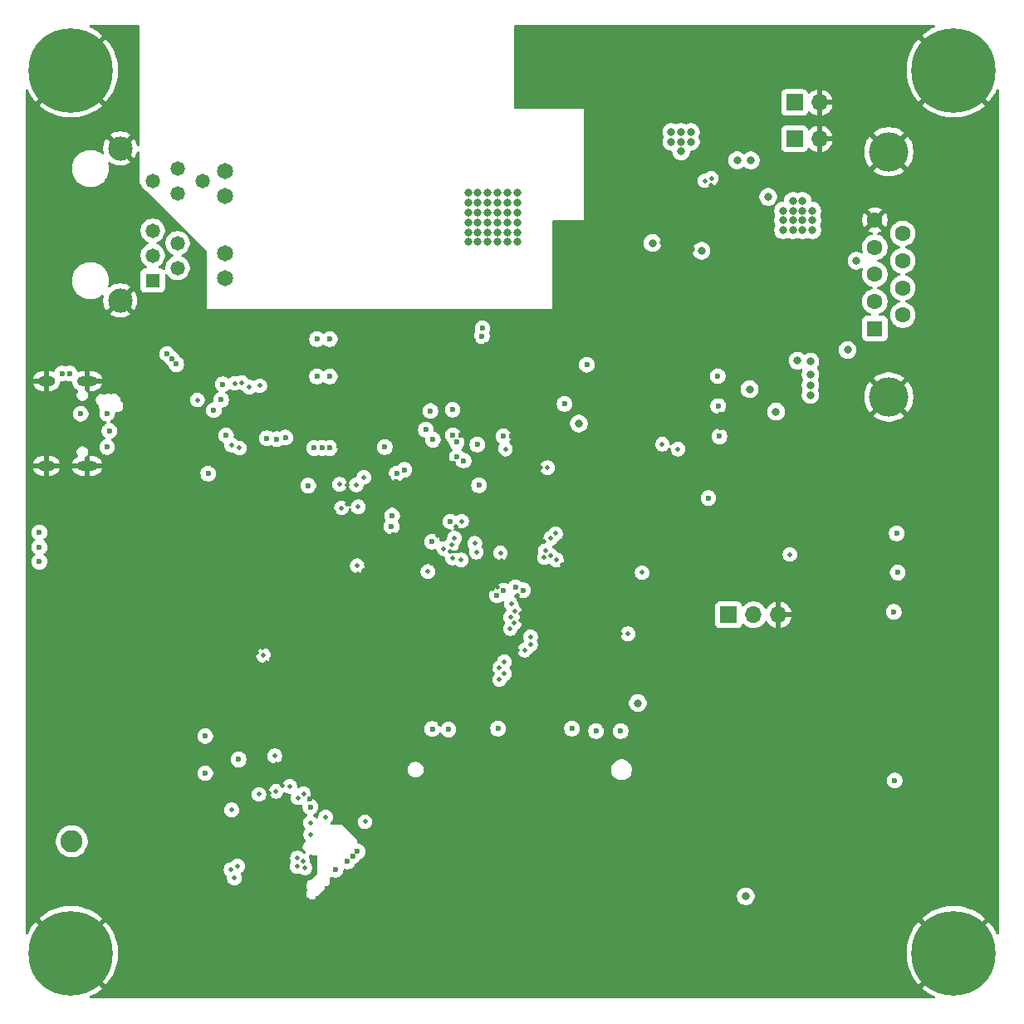
<source format=gbr>
%TF.GenerationSoftware,KiCad,Pcbnew,9.0.0-1.fc41*%
%TF.CreationDate,2025-03-05T15:22:42-08:00*%
%TF.ProjectId,hw_alpha,68775f61-6c70-4686-912e-6b696361645f,rev?*%
%TF.SameCoordinates,Original*%
%TF.FileFunction,Copper,L3,Inr*%
%TF.FilePolarity,Positive*%
%FSLAX46Y46*%
G04 Gerber Fmt 4.6, Leading zero omitted, Abs format (unit mm)*
G04 Created by KiCad (PCBNEW 9.0.0-1.fc41) date 2025-03-05 15:22:42*
%MOMM*%
%LPD*%
G01*
G04 APERTURE LIST*
%TA.AperFunction,ComponentPad*%
%ADD10R,1.700000X1.700000*%
%TD*%
%TA.AperFunction,ComponentPad*%
%ADD11O,1.700000X1.700000*%
%TD*%
%TA.AperFunction,HeatsinkPad*%
%ADD12C,0.500000*%
%TD*%
%TA.AperFunction,ComponentPad*%
%ADD13R,1.478000X1.478000*%
%TD*%
%TA.AperFunction,ComponentPad*%
%ADD14C,1.478000*%
%TD*%
%TA.AperFunction,ComponentPad*%
%ADD15C,1.650000*%
%TD*%
%TA.AperFunction,ComponentPad*%
%ADD16C,2.475000*%
%TD*%
%TA.AperFunction,ComponentPad*%
%ADD17C,0.900000*%
%TD*%
%TA.AperFunction,ComponentPad*%
%ADD18C,8.600000*%
%TD*%
%TA.AperFunction,ComponentPad*%
%ADD19C,2.250000*%
%TD*%
%TA.AperFunction,ComponentPad*%
%ADD20O,2.100000X1.000000*%
%TD*%
%TA.AperFunction,ComponentPad*%
%ADD21O,1.800000X1.000000*%
%TD*%
%TA.AperFunction,ComponentPad*%
%ADD22C,0.630000*%
%TD*%
%TA.AperFunction,ComponentPad*%
%ADD23C,4.000000*%
%TD*%
%TA.AperFunction,ComponentPad*%
%ADD24R,1.600000X1.600000*%
%TD*%
%TA.AperFunction,ComponentPad*%
%ADD25C,1.600000*%
%TD*%
%TA.AperFunction,ViaPad*%
%ADD26C,0.500000*%
%TD*%
%TA.AperFunction,ViaPad*%
%ADD27C,0.800000*%
%TD*%
%TA.AperFunction,ViaPad*%
%ADD28C,0.600000*%
%TD*%
%TA.AperFunction,Conductor*%
%ADD29C,0.228600*%
%TD*%
G04 APERTURE END LIST*
D10*
%TO.N,+3V3*%
%TO.C,J13*%
X118785000Y-36975000D03*
D11*
%TO.N,GND*%
X121325000Y-36975000D03*
%TD*%
D12*
%TO.N,GND*%
%TO.C,U3*%
X63450000Y-105800000D03*
X63450000Y-107000000D03*
X63450000Y-108200000D03*
X63450000Y-109400000D03*
X64650000Y-105800000D03*
X64650000Y-107000000D03*
X64650000Y-108200000D03*
X64650000Y-109400000D03*
X65850000Y-105800000D03*
X65850000Y-107000000D03*
X65850000Y-108200000D03*
X65850000Y-109400000D03*
X67050000Y-105800000D03*
X67050000Y-107000000D03*
X67050000Y-108200000D03*
X67050000Y-109400000D03*
%TD*%
D13*
%TO.N,ETH_TX+*%
%TO.C,J1*%
X53350000Y-51430000D03*
D14*
%TO.N,ETH_CT*%
X55890000Y-50160000D03*
%TO.N,ETH_TX-*%
X53350000Y-48890000D03*
%TO.N,ETH_RX+*%
X55890000Y-47620000D03*
%TO.N,ETH_RX-*%
X53350000Y-46350000D03*
%TO.N,Net-(D2-2)*%
X55890000Y-42540000D03*
%TO.N,Net-(D2-1)*%
X53350000Y-41270000D03*
%TO.N,Net-(D1-2)*%
X55890000Y-40000000D03*
%TO.N,Net-(D1-1)*%
X58430000Y-41270000D03*
D15*
%TO.N,Net-(J1-PadA1)*%
X60720000Y-40250000D03*
%TO.N,Net-(J1-PadA2)*%
X60720000Y-48640000D03*
%TO.N,GND*%
X60720000Y-42790000D03*
X60720000Y-51180000D03*
D16*
X50050000Y-37970000D03*
X50050000Y-53460000D03*
%TD*%
D17*
%TO.N,GND*%
%TO.C,H2*%
X41775000Y-120000000D03*
X42719581Y-117719581D03*
X42719581Y-122280419D03*
X45000000Y-116775000D03*
D18*
X45000000Y-120000000D03*
D17*
X45000000Y-123225000D03*
X47280419Y-117719581D03*
X47280419Y-122280419D03*
X48225000Y-120000000D03*
%TD*%
D19*
%TO.N,Net-(FL1-OUT)*%
%TO.C,J9*%
X45100000Y-108600000D03*
%TO.N,GND*%
X42560000Y-111140000D03*
X47640000Y-111140000D03*
X42560000Y-106060000D03*
X47640000Y-106060000D03*
%TD*%
D17*
%TO.N,GND*%
%TO.C,H1*%
X41775000Y-30000000D03*
X42719581Y-27719581D03*
X42719581Y-32280419D03*
X45000000Y-26775000D03*
D18*
X45000000Y-30000000D03*
D17*
X45000000Y-33225000D03*
X47280419Y-27719581D03*
X47280419Y-32280419D03*
X48225000Y-30000000D03*
%TD*%
%TO.N,GND*%
%TO.C,H4*%
X131775000Y-120000000D03*
X132719581Y-117719581D03*
X132719581Y-122280419D03*
X135000000Y-116775000D03*
D18*
X135000000Y-120000000D03*
D17*
X135000000Y-123225000D03*
X137280419Y-117719581D03*
X137280419Y-122280419D03*
X138225000Y-120000000D03*
%TD*%
D12*
%TO.N,GND*%
%TO.C,U10*%
X61950000Y-64462500D03*
X61950000Y-65462500D03*
X61950000Y-66462500D03*
X62950000Y-64462500D03*
X62950000Y-65462500D03*
X62950000Y-66462500D03*
X63950000Y-64462500D03*
X63950000Y-65462500D03*
X63950000Y-66462500D03*
%TD*%
D20*
%TO.N,GND*%
%TO.C,J7*%
X46680000Y-61680000D03*
D21*
X42500000Y-61680000D03*
D20*
X46680000Y-70320000D03*
D21*
X42500000Y-70320000D03*
%TD*%
D10*
%TO.N,+5V*%
%TO.C,J3*%
X118785000Y-33275000D03*
D11*
%TO.N,GND*%
X121325000Y-33275000D03*
%TD*%
D22*
%TO.N,GND*%
%TO.C,FL1*%
X59545000Y-107405000D03*
X58425000Y-107405000D03*
X59545000Y-109795000D03*
X58425000Y-109795000D03*
%TD*%
D10*
%TO.N,UART1_TX*%
%TO.C,J12*%
X112060000Y-85500000D03*
D11*
%TO.N,UART1_RX*%
X114600000Y-85500000D03*
%TO.N,GND*%
X117140000Y-85500000D03*
%TD*%
D17*
%TO.N,GND*%
%TO.C,H3*%
X131775000Y-30000000D03*
X132719581Y-27719581D03*
X132719581Y-32280419D03*
X135000000Y-26775000D03*
D18*
X135000000Y-30000000D03*
D17*
X135000000Y-33225000D03*
X137280419Y-27719581D03*
X137280419Y-32280419D03*
X138225000Y-30000000D03*
%TD*%
D23*
%TO.N,GND*%
%TO.C,J8*%
X128394669Y-63294792D03*
X128394669Y-38294792D03*
D24*
%TO.N,unconnected-(J8-Pad1)*%
X126974669Y-56334792D03*
D25*
%TO.N,/RS-232/RS232_RX*%
X126974669Y-53564792D03*
%TO.N,/RS-232/RS232_TX*%
X126974669Y-50794792D03*
%TO.N,unconnected-(J8-Pad4)*%
X126974669Y-48024792D03*
%TO.N,GND*%
X126974669Y-45254792D03*
%TO.N,unconnected-(J8-Pad6)*%
X129814669Y-54949792D03*
%TO.N,/RS-232/RS232_RTS*%
X129814669Y-52179792D03*
%TO.N,/RS-232/RS232_CTS*%
X129814669Y-49409792D03*
%TO.N,unconnected-(J8-Pad9)*%
X129814669Y-46639792D03*
%TD*%
D26*
%TO.N,GND*%
X60825000Y-115925000D03*
D27*
X130500000Y-68700000D03*
X106900000Y-118600000D03*
D28*
X70900000Y-63000000D03*
D27*
X138300000Y-110800000D03*
X64550000Y-87400000D03*
X59900000Y-97500000D03*
D28*
X86800000Y-100750000D03*
X99850000Y-95200000D03*
D27*
X101400000Y-34850000D03*
X120100000Y-94200000D03*
X129100000Y-89350000D03*
D28*
X87400000Y-58000000D03*
D27*
X100500000Y-37650000D03*
X75500000Y-98800000D03*
D26*
X102000000Y-79000000D03*
D27*
X65500000Y-75400000D03*
X116000000Y-28850000D03*
D26*
X88000000Y-91500000D03*
D28*
X54400000Y-77900000D03*
X78300000Y-102850000D03*
X87550000Y-96700000D03*
D27*
X135000000Y-84500000D03*
D28*
X103400000Y-59200000D03*
D26*
X61825000Y-115175000D03*
D28*
X85600000Y-96000000D03*
D27*
X76000000Y-100300000D03*
D26*
X74800000Y-81700000D03*
D27*
X136300000Y-100600000D03*
D28*
X49928000Y-107600000D03*
D27*
X125900000Y-119800000D03*
D28*
X74600000Y-58000000D03*
X41700000Y-108600000D03*
D27*
X135300000Y-91700000D03*
X74000000Y-98700000D03*
X94350000Y-60000000D03*
D26*
X87999000Y-82895617D03*
D27*
X135400000Y-106600000D03*
X123800000Y-77900000D03*
X106950000Y-65750000D03*
D26*
X74500000Y-107500000D03*
D28*
X87400000Y-96050000D03*
X46000000Y-105300000D03*
X50500000Y-43800000D03*
D26*
X53400000Y-69100000D03*
D27*
X92700000Y-105200000D03*
D28*
X60200000Y-73100000D03*
X77300000Y-111400000D03*
D27*
X110750000Y-31300000D03*
X99500000Y-37850000D03*
X121000000Y-107700000D03*
X99850000Y-78900000D03*
D26*
X87300000Y-90500000D03*
X57000000Y-103700000D03*
X69800000Y-69600000D03*
D27*
X119950000Y-76500000D03*
X101450000Y-46800000D03*
X133150000Y-71750000D03*
D28*
X46700000Y-71400000D03*
X55600000Y-77900000D03*
X62900000Y-117250000D03*
D26*
X101300000Y-92800000D03*
X98900000Y-88700000D03*
D28*
X51900000Y-104300000D03*
D27*
X69500000Y-77300000D03*
D26*
X57600000Y-104500000D03*
D28*
X85500000Y-73475000D03*
D27*
X136550000Y-83350000D03*
D26*
X90900000Y-85400000D03*
D27*
X54050000Y-84500000D03*
X71900000Y-93250000D03*
X49350000Y-87900000D03*
D28*
X92900000Y-68300000D03*
D27*
X45050000Y-86800000D03*
X138300000Y-99200000D03*
D26*
X57375000Y-107100000D03*
X84800000Y-90050000D03*
D27*
X68450000Y-88150000D03*
D28*
X82100000Y-70800000D03*
X104600000Y-99350000D03*
D26*
X63300000Y-116575000D03*
X74900000Y-81000000D03*
D27*
X44500000Y-70300000D03*
D28*
X90200000Y-101450000D03*
D27*
X113950000Y-65250000D03*
D28*
X79050000Y-103700000D03*
D27*
X112150000Y-80850000D03*
D28*
X71050000Y-117300000D03*
X79700000Y-64100000D03*
D26*
X92700000Y-75700000D03*
D27*
X128700000Y-117000000D03*
D26*
X82600000Y-89500000D03*
D28*
X77500000Y-102750000D03*
D27*
X82600000Y-57800000D03*
X100200000Y-121500000D03*
X134850000Y-54500000D03*
X128800000Y-56700000D03*
X106850000Y-46000000D03*
D28*
X76000000Y-79000000D03*
D27*
X113000000Y-47100000D03*
D28*
X75900000Y-74200000D03*
X98800000Y-102350000D03*
D27*
X118300000Y-100800000D03*
X106900000Y-32150000D03*
D28*
X51400000Y-55800000D03*
X89750000Y-98650000D03*
X41800000Y-57300000D03*
X63650000Y-117350000D03*
D27*
X134600000Y-79250000D03*
D28*
X93300000Y-67500000D03*
D27*
X135100000Y-44900000D03*
X46200000Y-80100000D03*
X95500000Y-117400000D03*
X136550000Y-65750000D03*
X55150000Y-91350000D03*
X116750000Y-72850000D03*
X138250000Y-40600000D03*
X123700000Y-85000000D03*
D28*
X70700000Y-116800000D03*
D27*
X106650000Y-29000000D03*
D28*
X53600000Y-112100000D03*
D27*
X101175000Y-38375000D03*
X65200000Y-80200000D03*
D26*
X58000000Y-73800000D03*
D27*
X44600000Y-114200000D03*
X127600000Y-43350000D03*
D26*
X85950000Y-89800000D03*
D27*
X107050000Y-40050000D03*
D28*
X91650000Y-101300000D03*
D26*
X84350000Y-91150000D03*
D28*
X70500000Y-116250000D03*
D27*
X110550000Y-28750000D03*
D28*
X85250000Y-97150000D03*
D26*
X57450000Y-106125000D03*
D27*
X137700000Y-91900000D03*
D26*
X91900000Y-75700000D03*
D27*
X124000000Y-99900000D03*
D26*
X91900000Y-74800000D03*
D27*
X110200000Y-89200000D03*
X97900000Y-52150000D03*
X124600000Y-107800000D03*
D28*
X127500000Y-78100000D03*
D27*
X87900000Y-112700000D03*
D28*
X44200000Y-105300000D03*
D27*
X41600000Y-83800000D03*
X114100000Y-89300000D03*
D26*
X73400000Y-77700000D03*
D27*
X99273011Y-35126989D03*
D26*
X101950000Y-89400000D03*
X53750000Y-60700000D03*
D27*
X138300000Y-96600000D03*
D26*
X51000000Y-64550000D03*
D28*
X71800000Y-56200000D03*
D26*
X92000000Y-76300000D03*
X62100000Y-104300000D03*
D27*
X119500000Y-87050000D03*
X97100000Y-121500000D03*
X120800000Y-111300000D03*
D28*
X91400000Y-57400000D03*
X89700000Y-97150000D03*
D27*
X107900000Y-76700000D03*
X112550000Y-72250000D03*
D28*
X52800000Y-110400000D03*
D27*
X134900000Y-57150000D03*
X134500000Y-87600000D03*
D28*
X55400000Y-57700000D03*
D27*
X106300000Y-41300000D03*
X84500000Y-118600000D03*
D28*
X67950000Y-115150000D03*
D26*
X92900000Y-75100000D03*
D28*
X43000000Y-57400000D03*
X99400000Y-60800000D03*
D27*
X44200000Y-68300000D03*
X122550000Y-80650000D03*
D26*
X53850000Y-68200000D03*
X86100000Y-92250000D03*
D27*
X99800000Y-111600000D03*
D28*
X66750000Y-115900000D03*
D26*
X106800000Y-66800000D03*
D27*
X57600000Y-92500000D03*
X78250000Y-54950000D03*
D26*
X64100000Y-101100000D03*
D28*
X98800000Y-61500000D03*
D27*
X120237501Y-54957291D03*
X138300000Y-58350000D03*
D28*
X43700000Y-57100000D03*
D26*
X57625000Y-107575000D03*
D27*
X89700000Y-118600000D03*
D28*
X81650000Y-103800000D03*
X129700000Y-84100000D03*
D26*
X59200000Y-102700000D03*
D27*
X41600000Y-88300000D03*
X123900000Y-103500000D03*
D26*
X60300000Y-101700000D03*
X58200000Y-105700000D03*
X53850000Y-65900000D03*
X46400000Y-59700000D03*
D27*
X106600000Y-85000000D03*
D28*
X74100000Y-57600000D03*
D26*
X57700000Y-102200000D03*
D27*
X94300000Y-106100000D03*
X128900000Y-71900000D03*
X120600000Y-120600000D03*
D26*
X98300000Y-82900000D03*
D27*
X126050000Y-85450000D03*
D26*
X100300000Y-84300000D03*
D27*
X107050000Y-48900000D03*
D28*
X60200000Y-73700000D03*
D27*
X100400000Y-106600000D03*
D28*
X126900000Y-80300000D03*
D27*
X99200000Y-50800000D03*
D28*
X91150000Y-100150000D03*
X93150000Y-100400000D03*
D27*
X72800000Y-83300000D03*
X125900000Y-89250000D03*
X105000000Y-89200000D03*
X119300000Y-96500000D03*
X100550000Y-36700000D03*
X114300000Y-122800000D03*
D28*
X49600000Y-55600000D03*
D27*
X138300000Y-76000000D03*
X133300000Y-63850000D03*
D28*
X102400000Y-59300000D03*
X94400000Y-97300000D03*
D27*
X121850000Y-78150000D03*
X50900000Y-117000000D03*
D26*
X98650000Y-92950000D03*
D27*
X118000000Y-72150000D03*
X122100000Y-68100000D03*
X70200000Y-92050000D03*
D26*
X57275000Y-111175000D03*
X67950000Y-102225000D03*
D28*
X86200000Y-104950000D03*
D26*
X95100000Y-80400000D03*
D27*
X66400000Y-73500000D03*
D26*
X84400000Y-93100000D03*
X90500000Y-89100000D03*
D28*
X50800000Y-70900000D03*
X93300000Y-69500000D03*
D27*
X108650000Y-75500000D03*
X128550000Y-32200000D03*
X111300000Y-99500000D03*
D26*
X92050000Y-68950000D03*
D27*
X73400000Y-102900000D03*
X121550000Y-50700000D03*
D28*
X47900000Y-54700000D03*
X71600000Y-118700000D03*
D27*
X115600000Y-70700000D03*
D26*
X95450000Y-85250000D03*
D27*
X131900000Y-69900000D03*
X76400000Y-105600000D03*
X64550000Y-91750000D03*
D26*
X56850000Y-110350000D03*
D27*
X97800000Y-38250000D03*
X97800000Y-40250000D03*
X70050000Y-94850000D03*
D28*
X53500000Y-57200000D03*
D26*
X87050000Y-93100000D03*
D27*
X111250000Y-51150000D03*
X58100000Y-96700000D03*
D28*
X44700000Y-44500000D03*
D26*
X104400000Y-67900000D03*
D28*
X77600000Y-117100000D03*
D27*
X108800000Y-114900000D03*
D28*
X74200000Y-111100000D03*
D26*
X62100000Y-101400000D03*
D28*
X46600000Y-53900000D03*
D27*
X128100000Y-73500000D03*
D26*
X58800000Y-104700000D03*
D28*
X127800000Y-82400000D03*
D27*
X46200000Y-73900000D03*
D28*
X78800000Y-77500000D03*
X51000000Y-61800000D03*
D27*
X122600000Y-71400000D03*
D28*
X128500000Y-95300000D03*
D27*
X47000000Y-72600000D03*
X111600000Y-90700000D03*
X128800000Y-44550000D03*
D28*
X84600000Y-55400000D03*
D27*
X41600000Y-98500000D03*
D28*
X97400000Y-58100000D03*
D27*
X42600000Y-82900000D03*
D28*
X92550000Y-99850000D03*
X84800000Y-98600000D03*
D27*
X114250000Y-44850000D03*
D28*
X97600000Y-96650000D03*
D27*
X41600000Y-86200000D03*
D28*
X50900000Y-62600000D03*
X56000000Y-65200000D03*
X68050000Y-117050000D03*
D26*
X88900000Y-80000000D03*
D27*
X72000000Y-89800000D03*
X111600000Y-47800000D03*
X109100000Y-93300000D03*
D26*
X60375000Y-107525000D03*
D28*
X111250000Y-66400000D03*
D27*
X108200000Y-89200000D03*
D28*
X132400000Y-103800000D03*
D27*
X86300000Y-114400000D03*
X110600000Y-118500000D03*
D28*
X129600000Y-101300000D03*
X94550000Y-104900000D03*
D27*
X43850000Y-93600000D03*
D28*
X50600000Y-61000000D03*
X76100000Y-109500000D03*
D26*
X67475000Y-114400000D03*
D27*
X121400000Y-66400000D03*
D28*
X88200000Y-103550000D03*
X51900000Y-111900000D03*
X93400000Y-59600000D03*
D26*
X65000000Y-90400000D03*
D28*
X49928000Y-109600000D03*
D26*
X62225000Y-114775000D03*
D27*
X70000000Y-74000000D03*
D26*
X71800000Y-74000000D03*
D28*
X79000000Y-104750000D03*
D27*
X77600000Y-56500000D03*
X66800000Y-77300000D03*
X119000000Y-109400000D03*
X122850000Y-39750000D03*
D26*
X75100000Y-80400000D03*
D27*
X79500000Y-106100000D03*
D28*
X52000000Y-110300000D03*
X91600000Y-102200000D03*
X102950000Y-97000000D03*
D26*
X91400000Y-78900000D03*
D28*
X93600000Y-101100000D03*
X99800000Y-97500000D03*
D27*
X123350000Y-36850000D03*
D26*
X65225000Y-103650000D03*
D27*
X136550000Y-75150000D03*
D26*
X92600000Y-76300000D03*
D28*
X48900000Y-49700000D03*
X79650000Y-100000000D03*
X76800000Y-73300000D03*
X51537333Y-107600000D03*
D27*
X133900000Y-103900000D03*
X112100000Y-89300000D03*
D28*
X90000000Y-54600000D03*
D27*
X97800000Y-42350000D03*
X132700000Y-111300000D03*
X104950000Y-38250000D03*
D28*
X77400000Y-80900000D03*
D26*
X105600000Y-70700000D03*
D27*
X131500000Y-66000000D03*
X64600000Y-97200000D03*
X102050000Y-39150000D03*
D28*
X94100000Y-67500000D03*
D27*
X54300000Y-88250000D03*
X125300000Y-74300000D03*
D28*
X84700000Y-99400000D03*
D27*
X102450000Y-47700000D03*
X124250000Y-88750000D03*
X123800000Y-47500000D03*
X127000000Y-58350000D03*
D26*
X73200000Y-74200000D03*
D27*
X67800000Y-75600000D03*
D28*
X56400000Y-59000000D03*
D27*
X51650000Y-101100000D03*
D28*
X85600000Y-72850000D03*
X100800000Y-62000000D03*
D27*
X67550000Y-94100000D03*
X133350000Y-61450000D03*
X125500000Y-97500000D03*
D26*
X101900000Y-83200000D03*
D28*
X48500000Y-70900000D03*
D27*
X103400000Y-113200000D03*
X67600000Y-81700000D03*
D28*
X65700000Y-117800000D03*
D26*
X58600000Y-73600000D03*
D28*
X41100000Y-44600000D03*
X52900000Y-105100000D03*
X81800000Y-102100000D03*
D27*
X50550000Y-27100000D03*
X91950000Y-26950000D03*
D26*
X86600000Y-90000000D03*
D28*
X49300000Y-69300000D03*
X65300000Y-116700000D03*
D27*
X126300000Y-104200000D03*
D28*
X47200000Y-77900000D03*
D26*
X87800000Y-90800000D03*
D27*
X126000000Y-40800000D03*
X128700000Y-43500000D03*
X111500000Y-46700000D03*
D26*
X95800000Y-88900000D03*
X101900000Y-76500000D03*
D28*
X49300000Y-41300000D03*
D27*
X59050000Y-94700000D03*
X54300000Y-118600000D03*
D28*
X91050000Y-100900000D03*
D27*
X101950000Y-40250000D03*
D28*
X66150000Y-116600000D03*
D27*
X61900000Y-74900000D03*
X85600000Y-122900000D03*
D28*
X74300000Y-117450000D03*
X50600000Y-55600000D03*
D26*
X68475000Y-101750000D03*
X68775000Y-114825000D03*
X62225000Y-115975000D03*
D27*
X118200000Y-103500000D03*
D28*
X42000000Y-55900000D03*
D27*
X63500000Y-122700000D03*
D28*
X74800000Y-68300000D03*
D27*
X131600000Y-41750000D03*
X82000000Y-121400000D03*
D26*
X91000000Y-93300000D03*
D27*
X106350000Y-83500000D03*
X48450000Y-96800000D03*
D28*
X41700000Y-107600000D03*
D27*
X109200000Y-103650000D03*
D28*
X87600000Y-54600000D03*
D26*
X58000000Y-71250000D03*
D27*
X138300000Y-69050000D03*
D26*
X85700000Y-89100000D03*
D28*
X93950000Y-96700000D03*
D27*
X121150000Y-85150000D03*
D28*
X100100000Y-99600000D03*
X100100000Y-62600000D03*
D27*
X77300000Y-85700000D03*
X126300000Y-106100000D03*
D28*
X86000000Y-97400000D03*
D26*
X71400000Y-74500000D03*
D27*
X67000000Y-89600000D03*
D26*
X73500000Y-76000000D03*
D27*
X76350000Y-55000000D03*
X110400000Y-95200000D03*
D28*
X53400000Y-106600000D03*
D27*
X108500000Y-122700000D03*
X68100000Y-73400000D03*
D26*
X82000000Y-73300000D03*
X65400000Y-101300000D03*
D28*
X85300000Y-102150000D03*
D27*
X104300000Y-63250000D03*
D28*
X84754158Y-67225000D03*
D27*
X118200000Y-106900000D03*
D28*
X134100000Y-92400000D03*
D27*
X118800000Y-122800000D03*
D28*
X127000000Y-81700000D03*
X59500000Y-67000000D03*
X41800000Y-56600000D03*
D26*
X91900000Y-78300000D03*
D28*
X93500000Y-57400000D03*
D27*
X52300000Y-74300000D03*
D26*
X54800000Y-62000000D03*
D27*
X99950000Y-32700000D03*
X42400000Y-74400000D03*
D26*
X52000000Y-62500000D03*
D27*
X88000000Y-122900000D03*
D28*
X53100000Y-113400000D03*
D26*
X56800000Y-109500000D03*
D28*
X54900000Y-103600000D03*
D27*
X125150000Y-42600000D03*
X56900000Y-119700000D03*
D28*
X126300000Y-95300000D03*
D27*
X41200000Y-75500000D03*
D28*
X64700000Y-118250000D03*
D27*
X70000000Y-82600000D03*
D28*
X70900000Y-55200000D03*
D27*
X125600000Y-116400000D03*
D26*
X72700000Y-77700000D03*
D28*
X86150000Y-104000000D03*
X47900000Y-71500000D03*
X62200000Y-116650000D03*
D26*
X54950000Y-70750000D03*
D28*
X42400000Y-57600000D03*
D27*
X42900000Y-76000000D03*
X49700000Y-71700000D03*
X41400000Y-66300000D03*
X41600000Y-95900000D03*
X83300000Y-110700000D03*
D28*
X128800000Y-83600000D03*
D27*
X110650000Y-56900000D03*
X82000000Y-118600000D03*
D28*
X53400000Y-56400000D03*
D27*
X62200000Y-85500000D03*
X99550000Y-26950000D03*
D26*
X58700000Y-105500000D03*
D28*
X78300000Y-110500000D03*
D26*
X99800000Y-87400000D03*
D27*
X85700000Y-110700000D03*
D28*
X68700000Y-61400000D03*
D27*
X110050000Y-36500000D03*
D28*
X90100000Y-57300000D03*
X128800000Y-100600000D03*
D27*
X118900000Y-75100000D03*
X128700000Y-48000000D03*
D26*
X55900000Y-69300000D03*
X99700000Y-84900000D03*
D28*
X78400000Y-118700000D03*
D27*
X130000000Y-44700000D03*
D28*
X127800000Y-81200000D03*
D27*
X128700000Y-50800000D03*
D26*
X58675000Y-106100000D03*
X95500000Y-84200000D03*
D28*
X53146666Y-109600000D03*
D26*
X58000000Y-72900000D03*
D27*
X76200000Y-103600000D03*
D28*
X49800000Y-113000000D03*
D27*
X123550000Y-42650000D03*
D26*
X71500000Y-102525000D03*
D28*
X84650000Y-95150000D03*
D26*
X97200000Y-80500000D03*
X107800000Y-68100000D03*
X65500000Y-90000000D03*
X92300000Y-69700000D03*
D28*
X85800000Y-54600000D03*
D26*
X69000000Y-101800000D03*
D27*
X118950000Y-53000000D03*
D26*
X59575000Y-106625000D03*
D27*
X99500000Y-36900000D03*
D26*
X82400000Y-77400000D03*
X91850000Y-70250000D03*
D28*
X83200000Y-69750000D03*
X126300000Y-80800000D03*
D26*
X60475000Y-106925000D03*
D27*
X106950000Y-47850000D03*
X48600000Y-85100000D03*
D26*
X104900000Y-69500000D03*
D28*
X100150000Y-96800000D03*
D26*
X82400000Y-79500000D03*
D28*
X67300000Y-60000000D03*
X82800000Y-71500000D03*
D26*
X57100000Y-72800000D03*
X59000000Y-108575000D03*
X58425000Y-108600000D03*
D28*
X50900000Y-110900000D03*
X97850000Y-103900000D03*
D27*
X61550000Y-56300000D03*
D28*
X86500000Y-101700000D03*
X48800000Y-46400000D03*
D26*
X57550000Y-73400000D03*
X60825000Y-115375000D03*
D27*
X71200000Y-84850000D03*
X105150000Y-40250000D03*
D28*
X93650000Y-103800000D03*
D27*
X44800000Y-100650000D03*
X108700000Y-110900000D03*
X75350000Y-59800000D03*
X75800000Y-65450000D03*
X99500000Y-36150000D03*
D28*
X70600000Y-65900000D03*
D27*
X72000000Y-65500000D03*
X76950000Y-59550000D03*
D26*
X93200000Y-78000000D03*
X56600000Y-72400000D03*
D28*
X50000000Y-104900000D03*
D27*
X132200000Y-49600000D03*
X73750000Y-91600000D03*
X50850000Y-85100000D03*
X101500000Y-36150000D03*
D28*
X76700000Y-72350000D03*
D26*
X103700000Y-68500000D03*
D28*
X41700000Y-58100000D03*
D26*
X61025000Y-107450000D03*
D28*
X80500000Y-111800000D03*
D27*
X86900000Y-118600000D03*
D28*
X45900000Y-54800000D03*
D27*
X138300000Y-113700000D03*
D26*
X71300000Y-75300000D03*
D28*
X70450000Y-115650000D03*
D27*
X138250000Y-38100000D03*
D28*
X134100000Y-100400000D03*
D27*
X113100000Y-92200000D03*
D26*
X71050000Y-103050000D03*
D28*
X56400000Y-66400000D03*
X55700000Y-66400000D03*
D26*
X58300000Y-103600000D03*
D28*
X76500000Y-80050000D03*
D27*
X65000000Y-121200000D03*
X63600000Y-74900000D03*
X101250000Y-73300000D03*
X136550000Y-70250000D03*
D26*
X97900000Y-83300000D03*
D27*
X84900000Y-112600000D03*
X120000000Y-92300000D03*
D28*
X82600000Y-112800000D03*
D27*
X134200000Y-105200000D03*
D28*
X129700000Y-79200000D03*
D27*
X134400000Y-69550000D03*
D26*
X90500000Y-92700000D03*
X90200000Y-76200000D03*
D28*
X82650000Y-96600000D03*
X79000000Y-113900000D03*
X74200000Y-59300000D03*
X74000000Y-113800000D03*
D27*
X50900000Y-72900000D03*
X101950000Y-51850000D03*
X54600000Y-74300000D03*
D28*
X81000000Y-104800000D03*
X89400000Y-54600000D03*
X70000000Y-64800000D03*
X92300000Y-99050000D03*
X74100000Y-58500000D03*
X50100000Y-111100000D03*
X50700000Y-42300000D03*
X86350000Y-95150000D03*
D27*
X59500000Y-118500000D03*
D28*
X87600000Y-58600000D03*
D26*
X98600000Y-68500000D03*
D27*
X124050000Y-34600000D03*
X72900000Y-101300000D03*
D26*
X87700000Y-93200000D03*
D27*
X110650000Y-83650000D03*
X47300000Y-86300000D03*
D28*
X82200000Y-116500000D03*
D26*
X71800000Y-75000000D03*
D28*
X129500000Y-99400000D03*
D27*
X103750000Y-29000000D03*
X83500000Y-122900000D03*
X100150000Y-47200000D03*
X133200000Y-105900000D03*
D28*
X45100000Y-105300000D03*
D27*
X123900000Y-60300000D03*
D28*
X53600000Y-110200000D03*
D26*
X53900000Y-68750000D03*
D28*
X99800000Y-95750000D03*
D26*
X73900000Y-76400000D03*
X94400000Y-74800000D03*
D28*
X54900000Y-113000000D03*
X49123333Y-107600000D03*
D27*
X101700000Y-122900000D03*
D28*
X53200000Y-77900000D03*
X79600000Y-62700000D03*
D27*
X106350000Y-80850000D03*
X122400000Y-26900000D03*
D26*
X100950000Y-89450000D03*
D28*
X48800000Y-48100000D03*
D26*
X50600000Y-65600000D03*
D28*
X87350000Y-102200000D03*
X50300000Y-70300000D03*
X99400000Y-96800000D03*
D26*
X88650000Y-69950000D03*
X96300000Y-84300000D03*
X91000000Y-75500000D03*
D28*
X70800000Y-114500000D03*
D27*
X99000000Y-73300000D03*
X119100000Y-54500000D03*
D28*
X104900000Y-100150000D03*
D26*
X99650000Y-93200000D03*
D28*
X56200000Y-57800000D03*
X87200000Y-97950000D03*
X69200000Y-65000000D03*
D26*
X74800000Y-79800000D03*
D27*
X132100000Y-37200000D03*
D28*
X53900000Y-59500000D03*
X72500000Y-61300000D03*
D27*
X107200000Y-41100000D03*
D28*
X84650000Y-70750000D03*
D26*
X56925000Y-106275000D03*
D28*
X129400000Y-80000000D03*
X97700000Y-104850000D03*
X92700000Y-58900000D03*
X111050000Y-62250000D03*
X85300000Y-57900000D03*
X50200000Y-106900000D03*
D27*
X54300000Y-115800000D03*
D26*
X84300000Y-76500000D03*
D28*
X84100000Y-54700000D03*
D27*
X80050000Y-56050000D03*
X123500000Y-66700000D03*
D28*
X59500000Y-70200000D03*
D26*
X61450000Y-116650000D03*
X58150000Y-106375000D03*
D28*
X94300000Y-104350000D03*
D27*
X132500000Y-104800000D03*
X127800000Y-113200000D03*
X128650000Y-41950000D03*
D28*
X82700000Y-68268900D03*
D26*
X96300000Y-85400000D03*
D27*
X75500000Y-97200000D03*
X112300000Y-82700000D03*
D28*
X83250000Y-105150000D03*
D27*
X94950000Y-62250000D03*
D26*
X88700000Y-86301440D03*
D28*
X97250000Y-95300000D03*
D26*
X101800000Y-84000000D03*
X56775000Y-110900000D03*
D28*
X77950000Y-77350000D03*
X41200000Y-54300000D03*
D27*
X120200000Y-51650000D03*
X128100000Y-66500000D03*
X107300000Y-82250000D03*
D26*
X106100000Y-70200000D03*
D27*
X121150000Y-29250000D03*
D28*
X78950000Y-74800000D03*
D26*
X106200000Y-73400000D03*
D28*
X56400000Y-65700000D03*
X99550000Y-103150000D03*
D27*
X98700000Y-122900000D03*
X84800000Y-107400000D03*
X130800000Y-112200000D03*
X50000000Y-74300000D03*
X71700000Y-122700000D03*
X109100000Y-97800000D03*
X49550000Y-90550000D03*
D28*
X76800000Y-102400000D03*
D26*
X91800000Y-79400000D03*
D28*
X52100000Y-54700000D03*
D26*
X92950000Y-86400000D03*
D27*
X109450000Y-70700000D03*
D28*
X104700000Y-98600000D03*
D26*
X57125000Y-112350000D03*
D28*
X76200000Y-112300000D03*
X64295000Y-54755000D03*
X86950000Y-95450000D03*
D27*
X106900000Y-74750000D03*
D28*
X98750000Y-103500000D03*
D27*
X135100000Y-72850000D03*
X111750000Y-70700000D03*
D28*
X49123333Y-109600000D03*
D27*
X101050000Y-33400000D03*
D28*
X101600000Y-61100000D03*
D27*
X101100000Y-40950000D03*
D26*
X58100000Y-104900000D03*
D28*
X125100000Y-78400000D03*
X86000000Y-99800000D03*
D27*
X105950000Y-49400000D03*
X133800000Y-114000000D03*
D28*
X104300000Y-100200000D03*
X63450000Y-118100000D03*
D27*
X123200000Y-90900000D03*
X105200000Y-41450000D03*
D28*
X57000000Y-59500000D03*
D26*
X102000000Y-77900000D03*
D28*
X72300000Y-68300000D03*
D27*
X121200000Y-122800000D03*
X131200000Y-105800000D03*
X47150000Y-100400000D03*
X46250000Y-88200000D03*
X112100000Y-97100000D03*
D28*
X111100000Y-60200000D03*
X50200000Y-106100000D03*
X54900000Y-110600000D03*
D26*
X57200000Y-101800000D03*
D28*
X50700000Y-40700000D03*
D27*
X131600000Y-45500000D03*
D28*
X89550000Y-102150000D03*
X57200000Y-58800000D03*
D27*
X56200000Y-75800000D03*
D28*
X96550000Y-105150000D03*
X112950000Y-62150000D03*
X111200000Y-68350000D03*
D27*
X68600000Y-83700000D03*
X108200000Y-48250000D03*
D28*
X68200000Y-117900000D03*
X103100000Y-102150000D03*
D27*
X125600000Y-118500000D03*
X54100000Y-122700000D03*
D26*
X54800000Y-61350000D03*
X84900000Y-87100000D03*
D27*
X97750000Y-39250000D03*
X125900000Y-87350000D03*
X51850000Y-83100000D03*
D28*
X49800000Y-58900000D03*
X128500000Y-97100000D03*
X64150000Y-117700000D03*
D26*
X85700000Y-90250000D03*
D27*
X88000000Y-116400000D03*
D28*
X75500000Y-111300000D03*
X79700000Y-61900000D03*
D26*
X92900000Y-88450000D03*
D27*
X102900000Y-118700000D03*
D28*
X98900000Y-63600000D03*
D27*
X125000000Y-114100000D03*
D26*
X57000000Y-103100000D03*
D28*
X85800000Y-95200000D03*
X53146666Y-107600000D03*
D26*
X90450000Y-67400000D03*
D28*
X51400000Y-106100000D03*
D26*
X100300000Y-84900000D03*
D27*
X126100000Y-72800000D03*
D28*
X101350000Y-102800000D03*
D27*
X68100000Y-97000000D03*
D28*
X64770000Y-55230000D03*
X128800000Y-103500000D03*
X77600000Y-72500000D03*
D27*
X137700000Y-103100000D03*
D26*
X104600000Y-71800000D03*
D28*
X54756000Y-109600000D03*
D27*
X134350000Y-36550000D03*
X108600000Y-66400000D03*
X121200000Y-74800000D03*
D28*
X50300000Y-57100000D03*
X43800000Y-80400000D03*
X43100000Y-56800000D03*
D27*
X133800000Y-67450000D03*
X118500000Y-29250000D03*
X136100000Y-95400000D03*
D26*
X58650000Y-72950000D03*
D27*
X126600000Y-75700000D03*
D28*
X99500000Y-63100000D03*
X74700000Y-58800000D03*
D27*
X41400000Y-63200000D03*
D28*
X67200000Y-114950000D03*
X86050000Y-100500000D03*
X80000000Y-104950000D03*
X41100000Y-37300000D03*
D26*
X97250000Y-89500000D03*
D28*
X85350000Y-104200000D03*
D27*
X123300000Y-97400000D03*
D28*
X91900000Y-103950000D03*
D27*
X53000000Y-72600000D03*
D28*
X77550000Y-105250000D03*
D27*
X124000000Y-70900000D03*
X135850000Y-38450000D03*
D28*
X49500000Y-44900000D03*
D26*
X60625000Y-106200000D03*
D27*
X119500000Y-66200000D03*
D26*
X96250000Y-92850000D03*
D27*
X99400000Y-46100000D03*
D28*
X49400000Y-105900000D03*
D27*
X135950000Y-48100000D03*
D28*
X81200000Y-54800000D03*
D27*
X46450000Y-86750000D03*
D26*
X59800000Y-102200000D03*
D27*
X112050000Y-62750000D03*
D28*
X49600000Y-77900000D03*
X95200000Y-101650000D03*
X99900000Y-61700000D03*
D26*
X86350000Y-93150000D03*
X92900000Y-70500000D03*
X68075000Y-114550000D03*
D28*
X74600000Y-112300000D03*
X92500000Y-67500000D03*
D26*
X60800000Y-102300000D03*
D27*
X45700000Y-86300000D03*
X97100000Y-48550000D03*
X114200000Y-46600000D03*
D26*
X88300000Y-80000000D03*
D27*
X105350000Y-30850000D03*
D26*
X59500000Y-104400000D03*
D28*
X82450000Y-105050000D03*
D26*
X101300000Y-88750000D03*
D27*
X138300000Y-66150000D03*
D28*
X42600000Y-56300000D03*
D26*
X54100000Y-69900000D03*
D27*
X41600000Y-90700000D03*
D28*
X129600000Y-95400000D03*
D27*
X138300000Y-108200000D03*
D26*
X97350000Y-88750000D03*
D27*
X112050000Y-44400000D03*
D28*
X66450000Y-118350000D03*
D27*
X86500000Y-121300000D03*
D28*
X72900000Y-113450000D03*
D27*
X72900000Y-63450000D03*
D28*
X83400000Y-72100000D03*
D26*
X100200000Y-93150000D03*
D28*
X84300000Y-100950000D03*
X127900000Y-103700000D03*
X87500000Y-95150000D03*
D26*
X66575000Y-102925000D03*
X103900000Y-67400000D03*
X82000000Y-75500000D03*
D28*
X54600000Y-57700000D03*
D27*
X138300000Y-93900000D03*
X125900000Y-111400000D03*
X48400000Y-80100000D03*
X51800000Y-76000000D03*
D28*
X52200000Y-43300000D03*
D26*
X61900000Y-103300000D03*
D27*
X119800000Y-26900000D03*
X97300000Y-110800000D03*
D28*
X79800000Y-54800000D03*
D26*
X87500000Y-91900000D03*
D28*
X129600000Y-96300000D03*
D27*
X130400000Y-73200000D03*
D28*
X92500000Y-57400000D03*
D27*
X91600000Y-116900000D03*
D28*
X50400000Y-110300000D03*
D26*
X97050000Y-92900000D03*
D28*
X90150000Y-103800000D03*
D26*
X109400000Y-74500000D03*
X104500000Y-76300000D03*
D27*
X127500000Y-70600000D03*
D28*
X44900000Y-53200000D03*
X85750000Y-101400000D03*
X49700000Y-69900000D03*
D27*
X54100000Y-76000000D03*
D28*
X73300000Y-112800000D03*
D26*
X52750000Y-68000000D03*
X52600000Y-64200000D03*
D27*
X106800000Y-54300000D03*
X135400000Y-109700000D03*
D28*
X128500000Y-92400000D03*
D26*
X65975000Y-115050000D03*
D27*
X66200000Y-122700000D03*
X58600000Y-122700000D03*
X106250000Y-63900000D03*
D28*
X89950000Y-102850000D03*
D26*
X82800000Y-91500000D03*
D27*
X41200000Y-73400000D03*
D28*
X46900000Y-55600000D03*
X46500000Y-103600000D03*
D27*
X107850000Y-60000000D03*
D28*
X60000000Y-75300000D03*
D27*
X112700000Y-28650000D03*
X112400000Y-59750000D03*
D28*
X55700000Y-65800000D03*
X64900000Y-117500000D03*
D26*
X51500000Y-63550000D03*
D27*
X73400000Y-85800000D03*
D26*
X101950000Y-88700000D03*
X85950000Y-91300000D03*
X90500000Y-93900000D03*
D28*
X100800000Y-60500000D03*
X92550000Y-101950000D03*
D26*
X84300000Y-90550000D03*
D27*
X66500000Y-56500000D03*
X61000000Y-122700000D03*
D28*
X72300000Y-113500000D03*
X128400000Y-93400000D03*
X48600000Y-69500000D03*
D26*
X71900000Y-103700000D03*
D27*
X136500000Y-106600000D03*
X126300000Y-43050000D03*
D26*
X99700000Y-88750000D03*
D28*
X97800000Y-57400000D03*
D27*
X132900000Y-108600000D03*
X106200000Y-61850000D03*
D26*
X55350000Y-71150000D03*
D27*
X80400000Y-107600000D03*
X75650000Y-56600000D03*
D26*
X57700000Y-112350000D03*
D27*
X128200000Y-122000000D03*
D28*
X99800000Y-98600000D03*
D27*
X124300000Y-112700000D03*
D26*
X87250000Y-68950000D03*
D27*
X135200000Y-86200000D03*
D26*
X60150000Y-106450000D03*
X95950000Y-84800000D03*
D28*
X85200000Y-95200000D03*
D26*
X53300000Y-68150000D03*
D27*
X118400000Y-98300000D03*
D26*
X59550000Y-108575000D03*
D27*
X117400000Y-96300000D03*
D28*
X79700000Y-64800000D03*
D27*
X49400000Y-81150000D03*
D28*
X125500000Y-80100000D03*
X77200000Y-113300000D03*
X86900000Y-98500000D03*
D27*
X136550000Y-68150000D03*
D26*
X82200000Y-89900000D03*
D27*
X54300000Y-91200000D03*
D28*
X55000000Y-105100000D03*
D27*
X89500000Y-105200000D03*
D28*
X45900000Y-111900000D03*
X53800000Y-57900000D03*
X128600000Y-82300000D03*
X71500000Y-62300000D03*
D27*
X135200000Y-76150000D03*
D26*
X57700000Y-103100000D03*
D28*
X54300000Y-111200000D03*
D26*
X97800000Y-84400000D03*
D27*
X104300000Y-49300000D03*
X43000000Y-67100000D03*
D28*
X50732666Y-109600000D03*
D27*
X105050000Y-26950000D03*
D28*
X93800000Y-68300000D03*
D27*
X110300000Y-80650000D03*
D28*
X68800000Y-116350000D03*
D27*
X63100000Y-83350000D03*
X61500000Y-81950000D03*
D28*
X51900000Y-106900000D03*
D27*
X51450000Y-97650000D03*
X128100000Y-52200000D03*
D28*
X94750000Y-98500000D03*
X78100000Y-102250000D03*
X78100000Y-115000000D03*
D27*
X106000000Y-111300000D03*
D26*
X98750000Y-89450000D03*
D27*
X54000000Y-96950000D03*
D26*
X61000000Y-106875000D03*
D27*
X123950000Y-82250000D03*
D28*
X68950000Y-117400000D03*
D27*
X110050000Y-85100000D03*
D26*
X90700000Y-84000000D03*
X100450000Y-88750000D03*
X110300000Y-75000000D03*
D27*
X107700000Y-26900000D03*
X138300000Y-78700000D03*
D26*
X86400000Y-75400000D03*
X86900000Y-92350000D03*
D27*
X97200000Y-116100000D03*
D28*
X69700000Y-116750000D03*
D27*
X103100000Y-115800000D03*
D28*
X71150000Y-113450000D03*
X85350000Y-103150000D03*
X72400000Y-56800000D03*
D27*
X138250000Y-48800000D03*
X133600000Y-47200000D03*
X42400000Y-72700000D03*
D26*
X90900000Y-86100000D03*
D27*
X44500000Y-73400000D03*
D26*
X54750000Y-60550000D03*
X81700000Y-80200000D03*
D27*
X121450000Y-89250000D03*
D28*
X77500000Y-82400000D03*
X85000000Y-100500000D03*
X97700000Y-103000000D03*
X68950000Y-115400000D03*
D27*
X123300000Y-38450000D03*
D26*
X93200000Y-76000000D03*
X47100000Y-60350000D03*
D28*
X74800000Y-114650000D03*
D26*
X100100000Y-85500000D03*
D27*
X129500000Y-75200000D03*
X92600000Y-114700000D03*
D28*
X86250000Y-96500000D03*
D27*
X102050000Y-37500000D03*
D28*
X80900000Y-102300000D03*
X100700000Y-61100000D03*
D27*
X106100000Y-114600000D03*
X118000000Y-120700000D03*
X102900000Y-105700000D03*
D26*
X95700000Y-89500000D03*
D27*
X120500000Y-98700000D03*
X57950000Y-52000000D03*
X129700000Y-86850000D03*
D26*
X53900000Y-67450000D03*
D27*
X74800000Y-89800000D03*
X118800000Y-114500000D03*
D28*
X93500000Y-102000000D03*
X92250000Y-98100000D03*
X84950000Y-101650000D03*
X51600000Y-111000000D03*
D27*
X91050000Y-32450000D03*
D28*
X77150000Y-80200000D03*
X44800000Y-48600000D03*
X46700000Y-45800000D03*
D27*
X63500000Y-57700000D03*
X125800000Y-70600000D03*
D26*
X96450000Y-89550000D03*
D27*
X97800000Y-41300000D03*
X121000000Y-104800000D03*
X119850000Y-57250000D03*
D28*
X91800000Y-103150000D03*
D27*
X47100000Y-91400000D03*
D28*
X94750000Y-99350000D03*
D27*
X61050000Y-96900000D03*
X122800000Y-109600000D03*
D28*
X94400000Y-68100000D03*
X84250000Y-100150000D03*
X89900003Y-67300000D03*
X111050000Y-63250000D03*
X44900000Y-46300000D03*
X45300000Y-38000000D03*
X94750000Y-95150000D03*
D27*
X98600000Y-32100000D03*
D28*
X46709333Y-107600000D03*
D27*
X112850000Y-49300000D03*
D28*
X79700000Y-63400000D03*
D27*
X136600000Y-85600000D03*
X69750000Y-89550000D03*
D26*
X50050000Y-65200000D03*
D28*
X47900000Y-44400000D03*
X64000000Y-118600000D03*
X79200000Y-102050000D03*
D27*
X127100000Y-29100000D03*
X102900000Y-110800000D03*
D26*
X64586500Y-113500000D03*
D28*
X90600000Y-54600000D03*
D27*
X78700000Y-57800000D03*
X116700000Y-122800000D03*
D28*
X52342000Y-109600000D03*
X74950000Y-116450000D03*
D27*
X48600000Y-73200000D03*
D28*
X100300000Y-102600000D03*
D27*
X134300000Y-40500000D03*
X73800000Y-84200000D03*
D28*
X52400000Y-56600000D03*
X53000000Y-60000000D03*
D26*
X53300000Y-63300000D03*
D27*
X131400000Y-47900000D03*
X113300000Y-111900000D03*
X113500000Y-45500000D03*
X56500000Y-122700000D03*
D28*
X54756000Y-107600000D03*
D27*
X123800000Y-61550000D03*
D28*
X80200000Y-103350000D03*
D27*
X102150000Y-26950000D03*
D28*
X43900000Y-103400000D03*
X71100000Y-56100000D03*
D27*
X96850000Y-26950000D03*
D28*
X80600000Y-113200000D03*
D27*
X114300000Y-93300000D03*
X116150000Y-51450000D03*
X114000000Y-30450000D03*
D28*
X78200000Y-71900000D03*
X79200000Y-117000000D03*
D26*
X82900000Y-92200000D03*
D27*
X118350000Y-50900000D03*
D28*
X46300000Y-43800000D03*
D27*
X60100000Y-54950000D03*
X125600000Y-43800000D03*
X104000000Y-104300000D03*
X108400000Y-85050000D03*
X51300000Y-80550000D03*
D28*
X76900000Y-110300000D03*
D27*
X64800000Y-94300000D03*
D28*
X51000000Y-106900000D03*
D26*
X93800000Y-75600000D03*
D27*
X113600000Y-70750000D03*
D26*
X52200000Y-66250000D03*
X98500000Y-69175000D03*
D28*
X41200000Y-52000000D03*
X59500000Y-67700000D03*
X73300000Y-61400000D03*
D27*
X109300000Y-82150000D03*
D28*
X94700000Y-57300000D03*
D27*
X108700000Y-30200000D03*
X61650000Y-95400000D03*
X126050000Y-58500000D03*
D28*
X90000000Y-96600000D03*
X102250000Y-95450000D03*
D27*
X60000000Y-84250000D03*
X123700000Y-68700000D03*
X73300000Y-121400000D03*
D26*
X85150000Y-92250000D03*
X71775000Y-101850000D03*
D27*
X50100000Y-94300000D03*
D28*
X81050000Y-103050000D03*
D27*
X104100000Y-51700000D03*
D28*
X41300000Y-56000000D03*
D27*
X98800000Y-104600000D03*
X128000000Y-46600000D03*
D28*
X52500000Y-106000000D03*
X93500000Y-102850000D03*
D27*
X42000000Y-114200000D03*
X116050000Y-82050000D03*
D26*
X99200000Y-68300000D03*
D28*
X49400000Y-106800000D03*
D27*
X116800000Y-114500000D03*
D26*
X53350000Y-67500000D03*
X61325000Y-115050000D03*
D28*
X129700000Y-92400000D03*
D27*
X104900000Y-84200000D03*
D26*
X58900000Y-103200000D03*
D28*
X89300000Y-103750000D03*
D26*
X52900000Y-66800000D03*
D28*
X66850000Y-117100000D03*
X81300000Y-110500000D03*
D26*
X74300000Y-75600000D03*
D28*
X82800000Y-54700000D03*
D27*
X114100000Y-112700000D03*
D26*
X54300000Y-64050000D03*
X73500000Y-79700000D03*
D28*
X50900000Y-105200000D03*
X84250000Y-74500000D03*
D26*
X101900000Y-77200000D03*
D27*
X110200000Y-76850000D03*
D26*
X98150000Y-88850000D03*
D28*
X86950000Y-100000000D03*
D26*
X92300000Y-75200000D03*
X52050000Y-65150000D03*
D28*
X49100000Y-42800000D03*
D26*
X85300000Y-90900000D03*
D28*
X92000000Y-59600000D03*
D27*
X94500000Y-121400000D03*
X136200000Y-59500000D03*
D28*
X46900000Y-47600000D03*
X69200000Y-55250000D03*
X86100000Y-102650000D03*
X88200000Y-54600000D03*
D26*
X85400000Y-86600000D03*
D27*
X54250000Y-101100000D03*
D26*
X63975000Y-116850000D03*
D28*
X41100000Y-39600000D03*
D27*
X135100000Y-104700000D03*
D28*
X86600000Y-103050000D03*
D27*
X75600000Y-86700000D03*
D28*
X75800000Y-73300000D03*
D27*
X111100000Y-106100000D03*
D28*
X51000000Y-70200000D03*
D27*
X128100000Y-49400000D03*
D26*
X53850000Y-64700000D03*
D28*
X48300000Y-70300000D03*
X45000000Y-41900000D03*
D27*
X51100000Y-112800000D03*
D28*
X53700000Y-58700000D03*
X85275000Y-60800000D03*
X54100000Y-104700000D03*
D27*
X114650000Y-72750000D03*
X128150000Y-26950000D03*
X115800000Y-94800000D03*
D26*
X59300000Y-106125000D03*
D27*
X117100000Y-26900000D03*
X71200000Y-86600000D03*
X66950000Y-57550000D03*
D28*
X63700000Y-72300000D03*
X50800000Y-77900000D03*
D27*
X112450000Y-65850000D03*
D26*
X57000000Y-105000000D03*
X96900000Y-84900000D03*
D27*
X120300000Y-80550000D03*
D28*
X42400000Y-58300000D03*
D26*
X57500000Y-110000000D03*
D28*
X72650000Y-118050000D03*
D26*
X92700000Y-89700000D03*
D28*
X48400000Y-62800000D03*
X80800000Y-117100000D03*
D27*
X49350000Y-83300000D03*
X123350000Y-41100000D03*
X90300000Y-110700000D03*
X113743444Y-101600000D03*
X68300000Y-80200000D03*
X69000000Y-73500000D03*
D26*
X57775000Y-113125000D03*
D27*
X112350000Y-45300000D03*
X90500000Y-122900000D03*
X115500000Y-120900000D03*
D28*
X70550000Y-115050000D03*
D27*
X43700000Y-88150000D03*
X124850000Y-32150000D03*
X53550000Y-80200000D03*
X104950000Y-39300000D03*
X70100000Y-121300000D03*
D28*
X76450000Y-101700000D03*
X65295000Y-55755000D03*
X93400000Y-58900000D03*
D27*
X125300000Y-93050000D03*
X115850000Y-83950000D03*
D26*
X81900000Y-74700000D03*
D27*
X94300000Y-111500000D03*
D26*
X88464000Y-82652500D03*
D28*
X69600000Y-64100000D03*
X81800000Y-114900000D03*
D27*
X123900000Y-52150000D03*
X99000000Y-33350000D03*
X55850000Y-98700000D03*
D26*
X87800000Y-92500000D03*
D27*
X61500000Y-120300000D03*
X120225000Y-54094792D03*
D28*
X42400000Y-59000000D03*
D26*
X94500000Y-75300000D03*
D27*
X138300000Y-81300000D03*
D26*
X89600000Y-92800000D03*
X99000000Y-87400000D03*
D28*
X75050000Y-115850000D03*
D27*
X77100000Y-64250000D03*
D28*
X68500000Y-68300000D03*
D26*
X104500000Y-75500000D03*
D27*
X116600000Y-32750000D03*
X111500000Y-45800000D03*
X84800000Y-116400000D03*
X113000000Y-44550000D03*
X127100000Y-119200000D03*
X76450000Y-58050000D03*
X136300000Y-42100000D03*
X124900000Y-39150000D03*
X62050000Y-55000000D03*
D26*
X73200000Y-72300000D03*
D27*
X100700000Y-104000000D03*
D26*
X59825000Y-105975000D03*
X91200000Y-69150000D03*
D28*
X84750000Y-95800000D03*
X102250000Y-96100000D03*
D26*
X56800000Y-111650000D03*
D28*
X84600000Y-96500000D03*
D27*
X136550000Y-77850000D03*
X41200000Y-71900000D03*
X42900000Y-65500000D03*
D26*
X90000000Y-93400000D03*
D28*
X81750000Y-104600000D03*
D27*
X117150000Y-83750000D03*
X127900000Y-109100000D03*
X51900000Y-119900000D03*
X66200000Y-95950000D03*
D26*
X95700000Y-80500000D03*
X98000000Y-89450000D03*
X54600000Y-70350000D03*
D27*
X99300000Y-54400000D03*
D28*
X73250000Y-118000000D03*
X48800000Y-57700000D03*
D26*
X105300000Y-69100000D03*
X91400000Y-76300000D03*
D28*
X73000000Y-57300000D03*
D27*
X123700000Y-122800000D03*
D28*
X126900000Y-103200000D03*
D27*
X126100000Y-101800000D03*
X47300000Y-76000000D03*
X107300000Y-95300000D03*
D28*
X55000000Y-106100000D03*
D27*
X138250000Y-35700000D03*
X106050000Y-48300000D03*
D28*
X93300000Y-99750000D03*
D27*
X138250000Y-45900000D03*
X74600000Y-122800000D03*
D28*
X80850000Y-103900000D03*
D27*
X68800000Y-122700000D03*
D28*
X101600000Y-60000000D03*
D27*
X137700000Y-106400000D03*
D28*
X53951333Y-107600000D03*
X64400000Y-72300000D03*
D26*
X73700000Y-75400000D03*
D28*
X129700000Y-83200000D03*
X84750000Y-97850000D03*
X69750000Y-117700000D03*
D26*
X68925000Y-101250000D03*
D27*
X78100000Y-107400000D03*
X76900000Y-97700000D03*
D26*
X66000000Y-100700000D03*
D27*
X130550000Y-34900000D03*
D28*
X81700000Y-102950000D03*
X92100000Y-100300000D03*
D27*
X94750000Y-52050000D03*
D26*
X99300000Y-85500000D03*
D27*
X106350000Y-47075000D03*
X57650000Y-80500000D03*
D26*
X58400000Y-104200000D03*
D27*
X112200000Y-26900000D03*
D26*
X83684749Y-79026498D03*
D28*
X90300000Y-100800000D03*
D27*
X101100000Y-39750000D03*
X93200000Y-122900000D03*
X114700000Y-103450000D03*
D28*
X44600000Y-50900000D03*
D26*
X101000000Y-87400000D03*
X58975000Y-106675000D03*
D27*
X118850000Y-85550000D03*
X118750000Y-77650000D03*
D28*
X41100000Y-42100000D03*
D26*
X73100000Y-80100000D03*
D27*
X130200000Y-90650000D03*
D26*
X64500000Y-88900000D03*
X100200000Y-89450000D03*
X98800000Y-82800000D03*
D28*
X44300000Y-111900000D03*
X77400000Y-71600000D03*
X41700000Y-58800000D03*
D27*
X123300000Y-53100000D03*
D26*
X69475000Y-101250000D03*
D28*
X129400000Y-78500000D03*
X70200000Y-114450000D03*
D26*
X98200000Y-83900000D03*
D27*
X47150000Y-94100000D03*
X67200000Y-121200000D03*
X64700000Y-84900000D03*
D28*
X72050000Y-117950000D03*
X126100000Y-79300000D03*
D27*
X117300000Y-92200000D03*
X111700000Y-55850000D03*
D28*
X128700000Y-79100000D03*
X78950000Y-73700000D03*
D27*
X44450000Y-97600000D03*
D28*
X71700000Y-113700000D03*
D27*
X108650000Y-63650000D03*
D28*
X69325000Y-104275000D03*
D26*
X53900000Y-69400000D03*
D28*
X75400000Y-113500000D03*
D26*
X105700000Y-73800000D03*
D28*
X98100000Y-102050000D03*
D26*
X75300000Y-74800000D03*
D27*
X97100000Y-50750000D03*
D28*
X49100000Y-105000000D03*
D27*
X48500000Y-114500000D03*
X136000000Y-93000000D03*
D26*
X110600000Y-72700000D03*
X64700000Y-101300000D03*
D28*
X89900000Y-97800000D03*
D27*
X120700000Y-101800000D03*
D28*
X68600000Y-64300000D03*
X41800000Y-35000000D03*
D27*
X123300000Y-114300000D03*
X124450000Y-41750000D03*
D26*
X102100000Y-84700000D03*
X74300000Y-81300000D03*
X91500000Y-92800000D03*
D28*
X76400000Y-117200000D03*
D26*
X105300000Y-74300000D03*
D28*
X52000000Y-77900000D03*
D26*
X61325000Y-115600000D03*
D28*
X58100000Y-77600000D03*
X87000000Y-54600000D03*
D26*
X51200000Y-66150000D03*
D28*
X93800000Y-95350000D03*
X74400000Y-118600000D03*
X92700000Y-59600000D03*
D27*
X129200000Y-67500000D03*
X104300000Y-57000000D03*
D26*
X73100000Y-104600000D03*
D28*
X104700000Y-100900000D03*
D27*
X97623011Y-33476989D03*
D26*
X68475000Y-102300000D03*
D27*
X94500000Y-115600000D03*
D28*
X73400000Y-111900000D03*
X41200000Y-59800000D03*
D27*
X102350000Y-34750000D03*
X104900000Y-93700000D03*
D26*
X51500000Y-66900000D03*
D27*
X138300000Y-55950000D03*
D28*
X53400000Y-103600000D03*
X92200000Y-68100000D03*
D27*
X118950000Y-76500000D03*
X88900000Y-121500000D03*
X106500000Y-89200000D03*
D26*
X74200000Y-104800000D03*
D27*
X94350000Y-26950000D03*
D28*
X87700000Y-102900000D03*
D27*
X70100000Y-80200000D03*
D28*
X69800000Y-65600000D03*
D27*
X118300000Y-80600000D03*
D28*
X59300000Y-59800000D03*
X86950000Y-97100000D03*
X73800000Y-117800000D03*
D27*
X108750000Y-83550000D03*
X124200000Y-72900000D03*
D26*
X53750000Y-61850000D03*
D27*
X42900000Y-85100000D03*
X134600000Y-90400000D03*
X113850000Y-106100000D03*
D26*
X53100000Y-65900000D03*
D28*
X79050000Y-102900000D03*
D27*
X138250000Y-43300000D03*
D28*
X129600000Y-103400000D03*
X94650000Y-101050000D03*
D26*
X86800000Y-90600000D03*
D28*
X47100000Y-42500000D03*
D26*
X57000000Y-104300000D03*
D27*
X106050000Y-40350000D03*
D26*
X57600000Y-105400000D03*
D27*
X72350000Y-54950000D03*
D26*
X90500000Y-83500000D03*
D28*
X53300000Y-55500000D03*
D26*
X100400000Y-87400000D03*
D28*
X95150000Y-100400000D03*
X89063601Y-63863601D03*
D27*
X138300000Y-51450000D03*
D26*
X55750000Y-71550000D03*
D27*
X125300000Y-26900000D03*
D28*
X126500000Y-98500000D03*
X48700000Y-56300000D03*
D27*
X97850000Y-36300000D03*
X122000000Y-94200000D03*
D26*
X46500000Y-60350000D03*
D28*
X45100000Y-111900000D03*
D27*
X130600000Y-114800000D03*
X87300000Y-107500000D03*
D28*
X69050000Y-118600000D03*
D27*
X106225000Y-39275000D03*
D28*
X97100000Y-97250000D03*
X100500000Y-100100000D03*
D27*
X122700000Y-76250000D03*
D28*
X55000000Y-111700000D03*
D27*
X138300000Y-63550000D03*
D28*
X49600000Y-110600000D03*
D27*
X135100000Y-50800000D03*
D28*
X85250000Y-105050000D03*
X129700000Y-93400000D03*
D26*
X109400000Y-72700000D03*
D27*
X91400000Y-106000000D03*
X138300000Y-53850000D03*
X138300000Y-102100000D03*
X51700000Y-94050000D03*
D26*
X99500000Y-89450000D03*
D27*
X64600000Y-77300000D03*
X44200000Y-74700000D03*
D28*
X99500000Y-101950000D03*
D26*
X56925000Y-106850000D03*
D28*
X92250000Y-97200000D03*
X77500000Y-103850000D03*
D27*
X108200000Y-80650000D03*
D28*
X87550000Y-97350000D03*
D27*
X111300000Y-111900000D03*
D26*
X63900000Y-89400000D03*
D28*
X54300000Y-110200000D03*
D27*
X125450000Y-83550000D03*
D26*
X52900000Y-68650000D03*
D28*
X102150000Y-96950000D03*
X55000000Y-106900000D03*
D26*
X62225000Y-117375000D03*
X88100000Y-68700000D03*
X59600000Y-103500000D03*
X96500000Y-88750000D03*
X88500000Y-89000000D03*
D27*
X127900000Y-120300000D03*
D28*
X92000000Y-58900000D03*
D27*
X108200000Y-72200000D03*
X43700000Y-72200000D03*
X121350000Y-82450000D03*
D28*
X104600000Y-101550000D03*
D27*
X97800000Y-35200000D03*
X51200000Y-122600000D03*
X106150000Y-56300000D03*
D28*
X48800000Y-103700000D03*
D26*
X83000000Y-89000000D03*
D28*
X103950000Y-97100000D03*
D26*
X96400000Y-80500000D03*
X100650000Y-92750000D03*
D28*
X85450000Y-70750000D03*
X76500000Y-118600000D03*
D27*
X105450000Y-47550000D03*
D28*
X52700000Y-106900000D03*
D26*
X52350000Y-67200000D03*
D28*
X129600000Y-97400000D03*
X102550000Y-102700000D03*
X86400000Y-54600000D03*
D26*
X86000000Y-76100000D03*
D27*
X123300000Y-120600000D03*
X79900000Y-85700000D03*
D28*
X128600000Y-78300000D03*
D27*
X61800000Y-73300000D03*
D28*
X56800000Y-77900000D03*
D27*
X126500000Y-34450000D03*
X114500000Y-91000000D03*
D28*
X49000000Y-70100000D03*
X77000000Y-77800000D03*
X129500000Y-100300000D03*
D27*
X118000000Y-90300000D03*
D28*
X51500000Y-58100000D03*
D27*
X136550000Y-80450000D03*
D28*
X83400000Y-55300000D03*
D27*
X67900000Y-72500000D03*
D26*
X103200000Y-68000000D03*
X56150000Y-71900000D03*
D27*
X120900000Y-76750000D03*
D28*
X88750000Y-102800000D03*
X75700000Y-79600000D03*
D27*
X78000000Y-96100000D03*
X126050000Y-84450000D03*
D28*
X94950000Y-96900000D03*
D27*
X42900000Y-63900000D03*
D26*
X75700000Y-80300000D03*
D28*
X48400000Y-77900000D03*
D27*
X126000000Y-99400000D03*
X95800000Y-122900000D03*
D28*
X88200000Y-57400000D03*
D27*
X41400000Y-64600000D03*
D28*
X104650000Y-97750000D03*
X94300000Y-103300000D03*
X79600000Y-115300000D03*
X56700000Y-58300000D03*
D27*
X106250000Y-76150000D03*
X45100000Y-76000000D03*
D28*
X78450000Y-74350000D03*
D27*
X125900000Y-91200000D03*
D28*
X90700000Y-104950000D03*
D27*
X66450000Y-91850000D03*
D28*
X78300000Y-104050000D03*
D26*
X89000000Y-93000000D03*
D28*
X129400000Y-82300000D03*
D27*
X75100000Y-61400000D03*
X56850000Y-84500000D03*
D28*
X68550000Y-55350000D03*
X53951333Y-109600000D03*
D26*
X58350000Y-74200000D03*
D27*
X123950000Y-29400000D03*
D26*
X93500000Y-74900000D03*
X104900000Y-67200000D03*
D27*
X119700000Y-68500000D03*
D28*
X67900000Y-61300000D03*
D26*
X57800000Y-103900000D03*
D27*
X134700000Y-83300000D03*
X132700000Y-43750000D03*
X109550000Y-60050000D03*
D28*
X67300000Y-60800000D03*
X70050000Y-118400000D03*
X73450000Y-113550000D03*
D27*
X122700000Y-87350000D03*
D28*
X41700000Y-109600000D03*
X67250000Y-117850000D03*
D27*
X96000000Y-52900000D03*
X136100000Y-98100000D03*
D28*
X94300000Y-102100000D03*
D27*
X111450000Y-36800000D03*
D28*
X99600000Y-57400000D03*
X126500000Y-100800000D03*
X87250000Y-104850000D03*
X69700000Y-115800000D03*
X111300000Y-65100000D03*
D27*
X114400000Y-111600000D03*
D28*
X69600000Y-114950000D03*
X51200000Y-110200000D03*
D26*
X106400000Y-67600000D03*
X105700000Y-67100000D03*
X84350000Y-91700000D03*
D27*
X98750000Y-48950000D03*
D26*
X85050000Y-93100000D03*
D28*
X52400000Y-55500000D03*
D27*
X114050000Y-48400000D03*
X114600000Y-26900000D03*
D28*
X66800000Y-58700000D03*
X65800000Y-115800000D03*
D27*
X110100000Y-26900000D03*
D28*
X86000000Y-57500000D03*
D26*
X97100000Y-84200000D03*
D28*
X50732666Y-107600000D03*
D27*
X41600000Y-93200000D03*
D26*
X104800000Y-74800000D03*
D27*
X49600000Y-76000000D03*
D28*
X50900000Y-59800000D03*
D27*
X138300000Y-84200000D03*
X109150000Y-51950000D03*
D28*
X84250000Y-105150000D03*
X65000000Y-72400000D03*
D26*
X101000000Y-76500000D03*
D27*
X94700000Y-53800000D03*
D26*
X53850000Y-66700000D03*
X54800000Y-63500000D03*
D27*
X57900000Y-49050000D03*
X91400000Y-121500000D03*
D26*
X84400000Y-92400000D03*
D27*
X138300000Y-60850000D03*
X52000000Y-89050000D03*
D26*
X59400000Y-105100000D03*
D28*
X90700000Y-102150000D03*
X81300000Y-82500000D03*
D27*
X81100000Y-122900000D03*
D28*
X102600000Y-60200000D03*
D27*
X124600000Y-120100000D03*
D28*
X93150000Y-97050000D03*
X76300000Y-115000000D03*
D27*
X41700000Y-82200000D03*
X99800000Y-114100000D03*
D26*
X85700000Y-93100000D03*
D27*
X126100000Y-69200000D03*
D28*
X94200000Y-69000000D03*
D27*
X101600000Y-53950000D03*
X98200000Y-77550000D03*
X100600000Y-49200000D03*
D26*
X56875000Y-105700000D03*
X61625000Y-114600000D03*
D28*
X74450000Y-114200000D03*
X90250000Y-100050000D03*
X60400000Y-76100000D03*
X80033225Y-65454633D03*
D27*
X116000000Y-89400000D03*
D26*
X75200000Y-74000000D03*
D27*
X69900000Y-75800000D03*
X108300000Y-61650000D03*
X117200000Y-68000000D03*
X137800000Y-85800000D03*
X63050000Y-88200000D03*
X128500000Y-76200000D03*
X123700000Y-55400000D03*
X118900000Y-82750000D03*
X128700000Y-53600000D03*
X99900000Y-118600000D03*
X57400000Y-97600000D03*
D28*
X104100000Y-102400000D03*
D26*
X97800000Y-92950000D03*
X91400000Y-75100000D03*
D27*
X62500000Y-77300000D03*
X55600000Y-80400000D03*
D28*
X41100000Y-47200000D03*
X71200000Y-114050000D03*
D27*
X52350000Y-86850000D03*
D28*
X68500000Y-54700000D03*
D27*
X112000000Y-109300000D03*
D28*
X79950000Y-102400000D03*
D27*
X65100000Y-57200000D03*
D28*
X42400000Y-57000000D03*
D27*
X125450000Y-36200000D03*
D28*
X88800000Y-54600000D03*
X88400000Y-102300000D03*
X53500000Y-110900000D03*
D26*
X86500000Y-89100000D03*
D27*
X45400000Y-71900000D03*
X51700000Y-71500000D03*
D26*
X56875000Y-107450000D03*
D28*
X49700000Y-70600000D03*
D27*
X134700000Y-89200000D03*
D28*
X54100000Y-106800000D03*
X92650000Y-103100000D03*
X97300000Y-98400000D03*
X82000000Y-55500000D03*
X128400000Y-96100000D03*
D27*
X97800000Y-37250000D03*
X111600000Y-48900000D03*
D28*
X74700000Y-117000000D03*
D27*
X117100000Y-70700000D03*
X124800000Y-68000000D03*
D28*
X51800000Y-60700000D03*
X49400000Y-111800000D03*
X88250000Y-104350000D03*
D27*
X76600000Y-96100000D03*
X97500000Y-118600000D03*
D28*
X46709333Y-109600000D03*
X67900000Y-116000000D03*
D27*
X130550000Y-88550000D03*
D26*
X61800000Y-102000000D03*
D27*
X44100000Y-90850000D03*
D28*
X55800000Y-58400000D03*
D27*
X132100000Y-59250000D03*
D28*
X47500000Y-56600000D03*
X64600000Y-116950000D03*
D26*
X57675000Y-106675000D03*
D27*
X70100000Y-73100000D03*
X104450000Y-66100000D03*
D26*
X87500000Y-68200000D03*
D28*
X52342000Y-107600000D03*
D26*
X55100000Y-62600000D03*
X57650000Y-70800000D03*
D28*
X72200000Y-62100000D03*
D26*
X58400000Y-102700000D03*
D28*
X91000000Y-103300000D03*
X87250000Y-103800000D03*
X41100000Y-49800000D03*
D27*
X106100000Y-108400000D03*
D28*
X65450000Y-118550000D03*
X50700000Y-104100000D03*
D26*
X56900000Y-102400000D03*
D28*
X61000000Y-70200000D03*
D27*
X114400000Y-108900000D03*
X93300000Y-118600000D03*
D28*
X94300000Y-100150000D03*
D26*
X66600000Y-115300000D03*
D27*
X130700000Y-109900000D03*
D26*
X59000000Y-103900000D03*
D27*
X107500000Y-105900000D03*
X44200000Y-86300000D03*
D28*
X89000000Y-57400000D03*
X52500000Y-111200000D03*
X75000000Y-115250000D03*
D27*
X95400000Y-113300000D03*
X98348011Y-34201989D03*
D26*
X87900000Y-69350000D03*
X56800000Y-70150000D03*
D27*
X48300000Y-86050000D03*
X121100000Y-77650000D03*
X108800000Y-53800000D03*
D28*
X60200000Y-74400000D03*
X70400000Y-63500000D03*
D27*
X92300000Y-112500000D03*
D28*
X46800000Y-113600000D03*
D27*
X111700000Y-43500000D03*
X55450000Y-94700000D03*
D26*
X82900000Y-92900000D03*
D27*
X90100000Y-114300000D03*
X123700000Y-95800000D03*
D26*
X91600000Y-80000000D03*
D28*
X100000000Y-58400000D03*
D27*
X68500000Y-91100000D03*
D28*
X71500000Y-117700000D03*
D27*
X132350000Y-39300000D03*
D26*
X91450000Y-70950000D03*
D27*
X121300000Y-70000000D03*
D28*
X79900000Y-110500000D03*
D26*
X56300000Y-69650000D03*
D27*
X114550000Y-80500000D03*
X108200000Y-100800000D03*
D28*
X94650000Y-96000000D03*
D27*
X74500000Y-55050000D03*
X123600000Y-106000000D03*
X102300000Y-65300000D03*
X60050000Y-80450000D03*
X135000000Y-80700000D03*
D28*
X44400000Y-40000000D03*
X78700000Y-111900000D03*
D26*
X72800000Y-76600000D03*
X90800000Y-76300000D03*
D27*
X100350000Y-34150000D03*
X59300000Y-96700000D03*
D28*
X54100000Y-106000000D03*
D27*
X133300000Y-73500000D03*
D28*
X83800000Y-114900000D03*
D26*
X85350000Y-89600000D03*
D28*
X75700000Y-68300000D03*
D26*
X92000000Y-89700000D03*
D28*
X67650000Y-118650000D03*
D27*
X135300000Y-112300000D03*
X136050000Y-62850000D03*
X57200000Y-116600000D03*
D26*
X52500000Y-61300000D03*
D27*
X78700000Y-86600000D03*
D28*
X95350000Y-105150000D03*
D26*
X104500000Y-77100000D03*
D27*
X129900000Y-107300000D03*
X114200000Y-54194792D03*
X104950000Y-82200000D03*
X129000000Y-122800000D03*
X134650000Y-75100000D03*
D28*
X84000000Y-70100000D03*
X134100000Y-96300000D03*
D26*
X60300000Y-115175000D03*
X101400000Y-76900000D03*
D27*
X63500000Y-56250000D03*
D28*
X102050000Y-93300000D03*
X92600000Y-101150000D03*
D27*
X113700000Y-83800000D03*
D26*
X110250000Y-41700000D03*
X88700000Y-69200000D03*
D28*
X100100000Y-60500000D03*
X63100000Y-72550000D03*
D26*
X86750000Y-91500000D03*
D28*
X52800000Y-58700000D03*
D26*
X62300000Y-115425000D03*
D27*
X124400000Y-43600000D03*
D26*
X67375000Y-115525000D03*
D27*
X100450000Y-35400000D03*
X83800000Y-60800000D03*
X84200000Y-121300000D03*
X78200000Y-94600000D03*
D26*
X107400000Y-67400000D03*
D27*
X125050000Y-44800000D03*
X41400000Y-68000000D03*
X78100000Y-97900000D03*
D28*
X75200000Y-110200000D03*
D27*
X100800000Y-57600000D03*
X41600000Y-101400000D03*
D28*
X51537333Y-109600000D03*
X99100000Y-62400000D03*
X84600000Y-97150000D03*
X128500000Y-99300000D03*
%TO.N,+3.3VADC*%
X83925000Y-64600000D03*
D26*
%TO.N,+3V3*%
X74873360Y-71478600D03*
D27*
X120600000Y-45300000D03*
D28*
X54800000Y-58900000D03*
D26*
X68100000Y-110300000D03*
D28*
X69200000Y-72329600D03*
D27*
X120600000Y-46300000D03*
X102800000Y-94500000D03*
X96800000Y-66000000D03*
X119600000Y-45300000D03*
D28*
X59000000Y-71100000D03*
D26*
X75000000Y-106600000D03*
D28*
X95325000Y-64000000D03*
D27*
X120600000Y-44300000D03*
X118600000Y-46300000D03*
D28*
X86600000Y-72300000D03*
D27*
X119600000Y-44300000D03*
X117600000Y-45300000D03*
D26*
X68050000Y-111150000D03*
X118300000Y-79350000D03*
D28*
X129000000Y-102400000D03*
D26*
X62000000Y-111125000D03*
D28*
X128900000Y-85200000D03*
D26*
X68850000Y-111300000D03*
D27*
X117600000Y-44300000D03*
X118600000Y-43300000D03*
D28*
X55750000Y-59950000D03*
D26*
X68650000Y-110600000D03*
X70983955Y-106113500D03*
D27*
X118600000Y-45300000D03*
D28*
X62100000Y-100250000D03*
X89100000Y-67300000D03*
D27*
X119600000Y-46300000D03*
D28*
X55300000Y-59400000D03*
D27*
X119600000Y-43300000D03*
D28*
X41800000Y-77100000D03*
D27*
X118600000Y-44300000D03*
X117600000Y-46300000D03*
D28*
X77000000Y-68400000D03*
D26*
X65800000Y-99900000D03*
X103250000Y-81200000D03*
D28*
%TO.N,+5V*%
X58700000Y-97850000D03*
D27*
X125100000Y-49400000D03*
X114325000Y-39175000D03*
X116100000Y-42900000D03*
D28*
%TO.N,NRST*%
X97600000Y-60000000D03*
X110000000Y-73600000D03*
D26*
%TO.N,/WiFi/VDD_BUCK*%
X61675000Y-112350000D03*
D28*
X74225000Y-109625000D03*
X71975000Y-111500000D03*
X73750000Y-110100000D03*
X73200000Y-110650000D03*
D26*
X69425001Y-106701198D03*
D28*
%TO.N,/WiFi/PWRIOVDD*%
X69422688Y-105087306D03*
D26*
X61400000Y-105400000D03*
%TO.N,Net-(U3-RFVDD)*%
X61329983Y-111479983D03*
%TO.N,ADC1_9*%
X64650000Y-89650000D03*
X74200000Y-80500000D03*
D28*
%TO.N,Net-(U10-VDDCR)*%
X60814300Y-67200000D03*
%TO.N,Net-(D5-A)*%
X77750000Y-75400000D03*
X41800000Y-78600000D03*
%TO.N,Net-(D6-A)*%
X41800000Y-80100000D03*
X77700000Y-76500000D03*
D27*
%TO.N,Net-(D7-A)*%
X108225000Y-36275000D03*
X108225000Y-37275000D03*
X106225000Y-37275000D03*
X106225000Y-36275000D03*
X107225000Y-38275000D03*
X107225000Y-36275000D03*
X107225000Y-37275000D03*
%TO.N,Net-(JP6-A)*%
X112925000Y-39175000D03*
%TO.N,Net-(U2-VIN-)*%
X89500000Y-44500000D03*
X85500000Y-46500000D03*
X90500000Y-43500000D03*
X89500000Y-43500000D03*
X90500000Y-46500000D03*
X87500000Y-46500000D03*
X89500000Y-42500000D03*
X89500000Y-45500000D03*
X85500000Y-43500000D03*
X88500000Y-44500000D03*
X90500000Y-45500000D03*
X88500000Y-43500000D03*
X89500000Y-46500000D03*
X88500000Y-45500000D03*
X86500000Y-47500000D03*
X87500000Y-45500000D03*
X88500000Y-42500000D03*
X86500000Y-42500000D03*
X85500000Y-42500000D03*
X86500000Y-44500000D03*
X90500000Y-47500000D03*
X90500000Y-42500000D03*
X85500000Y-44500000D03*
X87500000Y-42500000D03*
X85500000Y-45500000D03*
X86500000Y-43500000D03*
X87500000Y-47500000D03*
X85500000Y-47500000D03*
X88500000Y-47500000D03*
X87500000Y-43500000D03*
X86500000Y-46500000D03*
X89500000Y-47500000D03*
X87500000Y-44500000D03*
X88500000Y-46500000D03*
X90500000Y-44500000D03*
X86500000Y-45500000D03*
D28*
%TO.N,Net-(J1-PadA1)*%
X70100000Y-57400000D03*
D26*
%TO.N,ETH_RX+*%
X61700000Y-61900000D03*
%TO.N,ETH_TX-*%
X64259116Y-62148645D03*
%TO.N,ETH_TX+*%
X63200000Y-62300000D03*
%TO.N,ETH_RX-*%
X62450000Y-61850000D03*
D28*
%TO.N,Net-(J1-PadA2)*%
X71400000Y-57400000D03*
D26*
%TO.N,SDIO_CMD*%
X93275263Y-79675283D03*
D28*
X96100000Y-97100000D03*
D26*
%TO.N,SDIO_CK*%
X93400297Y-78924442D03*
D28*
X88550000Y-97100000D03*
D26*
%TO.N,SDIO_D3*%
X93935700Y-79443287D03*
D28*
X98550000Y-97350000D03*
%TO.N,SDIO_D1*%
X81850000Y-97150000D03*
X88440070Y-83502213D03*
D26*
%TO.N,SDIO_D2*%
X94500000Y-79900000D03*
D28*
X101050000Y-97350000D03*
%TO.N,SDIO_D0*%
X83500000Y-97200000D03*
X89100000Y-83050000D03*
%TO.N,I2C1_SCL*%
X129200000Y-77200000D03*
D26*
X106900000Y-68600000D03*
D28*
%TO.N,I2C1_SDA*%
X129300000Y-81200000D03*
D26*
X105300000Y-68100000D03*
%TO.N,I2C4_SDA*%
X89900000Y-84400000D03*
X91300000Y-89100000D03*
%TO.N,I2C4_SCL*%
X93600000Y-70500000D03*
X101800000Y-87450000D03*
D28*
%TO.N,USB_DN*%
X48943454Y-66756546D03*
X46000000Y-65000000D03*
%TO.N,Net-(J7-CC2)*%
X48700000Y-68400000D03*
X44099997Y-60900000D03*
%TO.N,Net-(J7-CC1)*%
X44900000Y-60900000D03*
X48700000Y-65000000D03*
D27*
%TO.N,/RS-232/RS232_RX*%
X124200000Y-58494792D03*
%TO.N,/RS-232/RS232_CTS*%
X116900000Y-64794792D03*
%TO.N,/RS-232/RS232_TX*%
X119100000Y-59594792D03*
%TO.N,/RS-232/RS232_RTS*%
X114200000Y-62494792D03*
D28*
%TO.N,SPI2_SCK*%
X83699000Y-75997471D03*
%TO.N,SPI2_MISO*%
X85050000Y-69800000D03*
%TO.N,SPI2_MOSI*%
X84365405Y-69386074D03*
D26*
%TO.N,UART3_CTS*%
X89839783Y-85751440D03*
X89200000Y-90300000D03*
%TO.N,UART3_RX*%
X90220002Y-86339998D03*
X89200000Y-91500000D03*
%TO.N,UART3_RTS*%
X90237101Y-85175125D03*
X88700000Y-90900000D03*
%TO.N,UART3_TX*%
X88700000Y-92100000D03*
X89800000Y-86900000D03*
D27*
%TO.N,Net-(J11-Pin_1)*%
X113800000Y-114200000D03*
D26*
%TO.N,UART1_TX*%
X91856101Y-87741940D03*
D28*
X90339300Y-82700000D03*
%TO.N,UART1_RX*%
X91100000Y-83000000D03*
D26*
X91856100Y-88550000D03*
D27*
%TO.N,Net-(JP1-A)*%
X120400000Y-60994792D03*
D28*
%TO.N,UART2_TX*%
X110950000Y-61175792D03*
%TO.N,UART2_RTS*%
X111000000Y-64194792D03*
D27*
%TO.N,Net-(JP2-A)*%
X120400000Y-62094789D03*
%TO.N,Net-(JP3-A)*%
X120400000Y-59694792D03*
D28*
%TO.N,UART2_RX*%
X81662957Y-64731709D03*
D27*
%TO.N,Net-(JP4-A)*%
X120400000Y-63094792D03*
D28*
%TO.N,UART2_CTS*%
X111123500Y-67318292D03*
%TO.N,ETH_LED1*%
X70100000Y-61200000D03*
X59578706Y-64650991D03*
%TO.N,ETH_LED2*%
X71400000Y-61200000D03*
X60315624Y-63584376D03*
D26*
%TO.N,NRF_IOVDD_EN*%
X83900000Y-79700000D03*
D28*
X58700000Y-101650000D03*
D27*
%TO.N,ADC1_0*%
X109300000Y-48400000D03*
D28*
X83945618Y-67188979D03*
D27*
%TO.N,ADC1_4*%
X104300000Y-47600000D03*
D28*
X84342548Y-67910988D03*
%TO.N,Net-(U10-RBIAS)*%
X60500000Y-62000000D03*
D26*
X57900000Y-63600000D03*
%TO.N,ETH_RX_D0*%
X62198085Y-68498085D03*
D28*
X79000000Y-70714300D03*
%TO.N,ETH_RX_D1*%
X78226745Y-71099000D03*
D26*
X61400000Y-68200000D03*
%TO.N,ADC1_10*%
X89300000Y-68600000D03*
%TO.N,NRF_IRQ*%
X93917367Y-77715453D03*
X64183688Y-103800144D03*
X88800000Y-79200000D03*
X84779600Y-79900000D03*
%TO.N,SPI1_MISO*%
X65925000Y-103500000D03*
X83810433Y-78337871D03*
%TO.N,NRF_BUCKEN*%
X69450000Y-107900000D03*
X94412344Y-77220476D03*
%TO.N,SPI1_SCK*%
X68735817Y-103748570D03*
X86179581Y-78226004D03*
%TO.N,SPI1_CS*%
X86338800Y-79100000D03*
X68166513Y-104158487D03*
%TO.N,SPI1_MOSI*%
X84101044Y-77701044D03*
X67309551Y-103000000D03*
%TO.N,ETH_TX_D0*%
X81400000Y-81100000D03*
D28*
X70600000Y-68500000D03*
%TO.N,ETH_TX_D1*%
X71400003Y-68500000D03*
D26*
X83032003Y-78773662D03*
%TO.N,VST_USB*%
X72600000Y-74600000D03*
D28*
X86969063Y-56302984D03*
D26*
X72400000Y-72200000D03*
X110300000Y-41000000D03*
%TO.N,VIB_CS*%
X84836122Y-75961919D03*
D28*
%TO.N,ETH_MDIO*%
X81200000Y-66622099D03*
X65000000Y-67500000D03*
%TO.N,ETH_MDC*%
X86450000Y-68150000D03*
X66000000Y-67600000D03*
D26*
%TO.N,VST_POE*%
X109646656Y-41251286D03*
X74300000Y-74500000D03*
X74098454Y-72253504D03*
D28*
X86900000Y-57100000D03*
%TO.N,ETH_TX_EN*%
X69800000Y-68500000D03*
X81825807Y-78042319D03*
%TO.N,ETH_REF_CLK*%
X81923110Y-67654360D03*
X66865624Y-67434376D03*
%TD*%
D29*
%TO.N,GND*%
X84473502Y-79026498D02*
X84800000Y-78700000D01*
X83684749Y-79026498D02*
X84473502Y-79026498D01*
%TD*%
%TA.AperFunction,Conductor*%
%TO.N,GND*%
G36*
X51943039Y-25401185D02*
G01*
X51988794Y-25453989D01*
X52000000Y-25505500D01*
X52000000Y-37592441D01*
X51980315Y-37659480D01*
X51927511Y-37705235D01*
X51858353Y-37715179D01*
X51794797Y-37686154D01*
X51757023Y-37627376D01*
X51756225Y-37624535D01*
X51698819Y-37410296D01*
X51611661Y-37199878D01*
X51611656Y-37199867D01*
X51497778Y-37002626D01*
X51442703Y-36930850D01*
X51442702Y-36930850D01*
X50784981Y-37588571D01*
X50781106Y-37579216D01*
X50690819Y-37444093D01*
X50575907Y-37329181D01*
X50440784Y-37238894D01*
X50431427Y-37235018D01*
X51089148Y-36577296D01*
X51089148Y-36577295D01*
X51017371Y-36522221D01*
X51017364Y-36522215D01*
X50820132Y-36408343D01*
X50820121Y-36408338D01*
X50609703Y-36321180D01*
X50389693Y-36262228D01*
X50163891Y-36232501D01*
X50163875Y-36232500D01*
X49936125Y-36232500D01*
X49936108Y-36232501D01*
X49710306Y-36262228D01*
X49490296Y-36321180D01*
X49279878Y-36408338D01*
X49279867Y-36408343D01*
X49082633Y-36522216D01*
X49082619Y-36522226D01*
X49010850Y-36577296D01*
X49668572Y-37235018D01*
X49659216Y-37238894D01*
X49524093Y-37329181D01*
X49409181Y-37444093D01*
X49318894Y-37579216D01*
X49315018Y-37588572D01*
X48657296Y-36930850D01*
X48602226Y-37002619D01*
X48602216Y-37002633D01*
X48488343Y-37199867D01*
X48488338Y-37199878D01*
X48401180Y-37410296D01*
X48342228Y-37630306D01*
X48312501Y-37856108D01*
X48312500Y-37856124D01*
X48312500Y-38083875D01*
X48312501Y-38083891D01*
X48342228Y-38309695D01*
X48366135Y-38398916D01*
X48364472Y-38468766D01*
X48325309Y-38526628D01*
X48261081Y-38554132D01*
X48192178Y-38542545D01*
X48170874Y-38529385D01*
X48046434Y-38433899D01*
X47833068Y-38310712D01*
X47833058Y-38310708D01*
X47605440Y-38216425D01*
X47452703Y-38175500D01*
X47367459Y-38152659D01*
X47326636Y-38147284D01*
X47123196Y-38120500D01*
X47123189Y-38120500D01*
X46876811Y-38120500D01*
X46876803Y-38120500D01*
X46644299Y-38151110D01*
X46632541Y-38152659D01*
X46582246Y-38166135D01*
X46394559Y-38216425D01*
X46166941Y-38310708D01*
X46166931Y-38310712D01*
X45953565Y-38433899D01*
X45758101Y-38583883D01*
X45758094Y-38583889D01*
X45583889Y-38758094D01*
X45583883Y-38758101D01*
X45433899Y-38953565D01*
X45310712Y-39166931D01*
X45310708Y-39166941D01*
X45216425Y-39394559D01*
X45152660Y-39632538D01*
X45152658Y-39632549D01*
X45120500Y-39876803D01*
X45120500Y-40123196D01*
X45147284Y-40326636D01*
X45152659Y-40367459D01*
X45165947Y-40417049D01*
X45216425Y-40605440D01*
X45310708Y-40833058D01*
X45310712Y-40833068D01*
X45433899Y-41046434D01*
X45583883Y-41241898D01*
X45583889Y-41241905D01*
X45758094Y-41416110D01*
X45758101Y-41416116D01*
X45953565Y-41566100D01*
X46166931Y-41689287D01*
X46166932Y-41689287D01*
X46166935Y-41689289D01*
X46394558Y-41783574D01*
X46632541Y-41847341D01*
X46876811Y-41879500D01*
X46876818Y-41879500D01*
X47123182Y-41879500D01*
X47123189Y-41879500D01*
X47367459Y-41847341D01*
X47605442Y-41783574D01*
X47833065Y-41689289D01*
X48046435Y-41566100D01*
X48241900Y-41416115D01*
X48416115Y-41241900D01*
X48566100Y-41046435D01*
X48689289Y-40833065D01*
X48783574Y-40605442D01*
X48847341Y-40367459D01*
X48879500Y-40123189D01*
X48879500Y-39876811D01*
X48847341Y-39632541D01*
X48808549Y-39487766D01*
X48810212Y-39417921D01*
X48849374Y-39360058D01*
X48913603Y-39332554D01*
X48982505Y-39344140D01*
X49003810Y-39357301D01*
X49082618Y-39417772D01*
X49279874Y-39531659D01*
X49279878Y-39531661D01*
X49490296Y-39618819D01*
X49710306Y-39677771D01*
X49936108Y-39707498D01*
X49936125Y-39707500D01*
X50163875Y-39707500D01*
X50163891Y-39707498D01*
X50389693Y-39677771D01*
X50609703Y-39618819D01*
X50820121Y-39531661D01*
X50820132Y-39531656D01*
X51017366Y-39417782D01*
X51017374Y-39417776D01*
X51089148Y-39362702D01*
X50431427Y-38704981D01*
X50440784Y-38701106D01*
X50575907Y-38610819D01*
X50690819Y-38495907D01*
X50781106Y-38360784D01*
X50784981Y-38351427D01*
X51442702Y-39009148D01*
X51497776Y-38937374D01*
X51497782Y-38937366D01*
X51611656Y-38740132D01*
X51611661Y-38740121D01*
X51698819Y-38529703D01*
X51756225Y-38315464D01*
X51792590Y-38255804D01*
X51855437Y-38225275D01*
X51924813Y-38233570D01*
X51978691Y-38278055D01*
X51999965Y-38344607D01*
X52000000Y-38347558D01*
X52000000Y-41500000D01*
X52158844Y-41658844D01*
X52189093Y-41708205D01*
X52201309Y-41745803D01*
X52246369Y-41834237D01*
X52289884Y-41919640D01*
X52404562Y-42077480D01*
X52542520Y-42215438D01*
X52700360Y-42330116D01*
X52874195Y-42418689D01*
X52874196Y-42418689D01*
X52874197Y-42418690D01*
X52911791Y-42430904D01*
X52961155Y-42461155D01*
X58863681Y-48363681D01*
X58897166Y-48425004D01*
X58900000Y-48451362D01*
X58900000Y-54305000D01*
X94050000Y-54305000D01*
X94050000Y-49311304D01*
X124199500Y-49311304D01*
X124199500Y-49488695D01*
X124234103Y-49662658D01*
X124234106Y-49662667D01*
X124301983Y-49826540D01*
X124301990Y-49826553D01*
X124400535Y-49974034D01*
X124400538Y-49974038D01*
X124525961Y-50099461D01*
X124525965Y-50099464D01*
X124673446Y-50198009D01*
X124673459Y-50198016D01*
X124770986Y-50238412D01*
X124837334Y-50265894D01*
X124837336Y-50265894D01*
X124837341Y-50265896D01*
X125011304Y-50300499D01*
X125011307Y-50300500D01*
X125011309Y-50300500D01*
X125188693Y-50300500D01*
X125188694Y-50300499D01*
X125246682Y-50288964D01*
X125362658Y-50265896D01*
X125362661Y-50265894D01*
X125362666Y-50265894D01*
X125526547Y-50198013D01*
X125579974Y-50162314D01*
X125646651Y-50141435D01*
X125714031Y-50159919D01*
X125760722Y-50211897D01*
X125771900Y-50280867D01*
X125766797Y-50303733D01*
X125706192Y-50490253D01*
X125706192Y-50490256D01*
X125674169Y-50692440D01*
X125674169Y-50897143D01*
X125706191Y-51099326D01*
X125769450Y-51294015D01*
X125862384Y-51476405D01*
X125982697Y-51642005D01*
X126127455Y-51786763D01*
X126281028Y-51898338D01*
X126293059Y-51907079D01*
X126362043Y-51942228D01*
X126475445Y-52000010D01*
X126475447Y-52000010D01*
X126475450Y-52000012D01*
X126513041Y-52012226D01*
X126665800Y-52061861D01*
X126723475Y-52101299D01*
X126750673Y-52165658D01*
X126738758Y-52234504D01*
X126691514Y-52285980D01*
X126665800Y-52297723D01*
X126475445Y-52359573D01*
X126293055Y-52452507D01*
X126127455Y-52572820D01*
X125982697Y-52717578D01*
X125862384Y-52883178D01*
X125769450Y-53065568D01*
X125706191Y-53260257D01*
X125674169Y-53462440D01*
X125674169Y-53667143D01*
X125706191Y-53869326D01*
X125769450Y-54064015D01*
X125833360Y-54189445D01*
X125854086Y-54230121D01*
X125862384Y-54246405D01*
X125982697Y-54412005D01*
X126127455Y-54556763D01*
X126282418Y-54669348D01*
X126293059Y-54677079D01*
X126475450Y-54770012D01*
X126544236Y-54792362D01*
X126601910Y-54831798D01*
X126629109Y-54896157D01*
X126617195Y-54965003D01*
X126569951Y-55016479D01*
X126505917Y-55034292D01*
X126126799Y-55034292D01*
X126126792Y-55034293D01*
X126067185Y-55040700D01*
X125932340Y-55090994D01*
X125932333Y-55090998D01*
X125817124Y-55177244D01*
X125817121Y-55177247D01*
X125730875Y-55292456D01*
X125730871Y-55292463D01*
X125680577Y-55427309D01*
X125678244Y-55449015D01*
X125674170Y-55486915D01*
X125674169Y-55486927D01*
X125674169Y-57182662D01*
X125674170Y-57182668D01*
X125680577Y-57242275D01*
X125730871Y-57377120D01*
X125730875Y-57377127D01*
X125817121Y-57492336D01*
X125817124Y-57492339D01*
X125932333Y-57578585D01*
X125932340Y-57578589D01*
X126067186Y-57628883D01*
X126067185Y-57628883D01*
X126074113Y-57629627D01*
X126126796Y-57635292D01*
X127822541Y-57635291D01*
X127882152Y-57628883D01*
X128017000Y-57578588D01*
X128132215Y-57492338D01*
X128218465Y-57377123D01*
X128268760Y-57242275D01*
X128275169Y-57182665D01*
X128275168Y-55486920D01*
X128268760Y-55427309D01*
X128218465Y-55292461D01*
X128218464Y-55292460D01*
X128218462Y-55292456D01*
X128132216Y-55177247D01*
X128132213Y-55177244D01*
X128017004Y-55090998D01*
X128016997Y-55090994D01*
X127882151Y-55040700D01*
X127882152Y-55040700D01*
X127822552Y-55034293D01*
X127822550Y-55034292D01*
X127822542Y-55034292D01*
X127822534Y-55034292D01*
X127443422Y-55034292D01*
X127376383Y-55014607D01*
X127330628Y-54961803D01*
X127320684Y-54892645D01*
X127349709Y-54829089D01*
X127405103Y-54792361D01*
X127473888Y-54770012D01*
X127656279Y-54677079D01*
X127749259Y-54609524D01*
X127821882Y-54556763D01*
X127821884Y-54556760D01*
X127821888Y-54556758D01*
X127966635Y-54412011D01*
X127966637Y-54412007D01*
X127966640Y-54412005D01*
X128058913Y-54285000D01*
X128086956Y-54246402D01*
X128179889Y-54064011D01*
X128243146Y-53869326D01*
X128275169Y-53667144D01*
X128275169Y-53462440D01*
X128274561Y-53458604D01*
X128243146Y-53260257D01*
X128197342Y-53119287D01*
X128179889Y-53065573D01*
X128179887Y-53065570D01*
X128179887Y-53065568D01*
X128144491Y-52996100D01*
X128086956Y-52883182D01*
X128060026Y-52846116D01*
X127966640Y-52717578D01*
X127821882Y-52572820D01*
X127656282Y-52452507D01*
X127656281Y-52452506D01*
X127656279Y-52452505D01*
X127594153Y-52420850D01*
X127473892Y-52359573D01*
X127283537Y-52297723D01*
X127225862Y-52258285D01*
X127198664Y-52193926D01*
X127210579Y-52125080D01*
X127257823Y-52073604D01*
X127283537Y-52061861D01*
X127326177Y-52048005D01*
X127473888Y-52000012D01*
X127656279Y-51907079D01*
X127788274Y-51811180D01*
X127821882Y-51786763D01*
X127821884Y-51786760D01*
X127821888Y-51786758D01*
X127966635Y-51642011D01*
X127966637Y-51642007D01*
X127966640Y-51642005D01*
X128031167Y-51553189D01*
X128086956Y-51476402D01*
X128179889Y-51294011D01*
X128243146Y-51099326D01*
X128275169Y-50897144D01*
X128275169Y-50692440D01*
X128274561Y-50688604D01*
X128243146Y-50490257D01*
X128193570Y-50337678D01*
X128179889Y-50295573D01*
X128179887Y-50295570D01*
X128179887Y-50295568D01*
X128130181Y-50198016D01*
X128086956Y-50113182D01*
X128050097Y-50062449D01*
X127966640Y-49947578D01*
X127821882Y-49802820D01*
X127656282Y-49682507D01*
X127656281Y-49682506D01*
X127656279Y-49682505D01*
X127585468Y-49646425D01*
X127473892Y-49589573D01*
X127283537Y-49527723D01*
X127225862Y-49488285D01*
X127198664Y-49423926D01*
X127210579Y-49355080D01*
X127257823Y-49303604D01*
X127283537Y-49291861D01*
X127363448Y-49265896D01*
X127473888Y-49230012D01*
X127656279Y-49137079D01*
X127770809Y-49053869D01*
X127821882Y-49016763D01*
X127821884Y-49016760D01*
X127821888Y-49016758D01*
X127966635Y-48872011D01*
X127966637Y-48872007D01*
X127966640Y-48872005D01*
X128030714Y-48783813D01*
X128086956Y-48706402D01*
X128179889Y-48524011D01*
X128243146Y-48329326D01*
X128275169Y-48127144D01*
X128275169Y-47922440D01*
X128273238Y-47910250D01*
X128243146Y-47720257D01*
X128192794Y-47565290D01*
X128179889Y-47525573D01*
X128179887Y-47525570D01*
X128179887Y-47525568D01*
X128146172Y-47459399D01*
X128086956Y-47343182D01*
X128071132Y-47321402D01*
X127966640Y-47177578D01*
X127821882Y-47032820D01*
X127656282Y-46912507D01*
X127656281Y-46912506D01*
X127656279Y-46912505D01*
X127599322Y-46883483D01*
X127473892Y-46819573D01*
X127282729Y-46757460D01*
X127225054Y-46718022D01*
X127197856Y-46653663D01*
X127209771Y-46584817D01*
X127253253Y-46537440D01*
X128514169Y-46537440D01*
X128514169Y-46742143D01*
X128546191Y-46944326D01*
X128609450Y-47139015D01*
X128702384Y-47321405D01*
X128822697Y-47487005D01*
X128967455Y-47631763D01*
X129097423Y-47726188D01*
X129133059Y-47752079D01*
X129249276Y-47811295D01*
X129315445Y-47845010D01*
X129315447Y-47845010D01*
X129315450Y-47845012D01*
X129394625Y-47870737D01*
X129505800Y-47906861D01*
X129563475Y-47946299D01*
X129590673Y-48010658D01*
X129578758Y-48079504D01*
X129531514Y-48130980D01*
X129505800Y-48142723D01*
X129315445Y-48204573D01*
X129133055Y-48297507D01*
X128967455Y-48417820D01*
X128822697Y-48562578D01*
X128702384Y-48728178D01*
X128609450Y-48910568D01*
X128546191Y-49105257D01*
X128514169Y-49307440D01*
X128514169Y-49512143D01*
X128546191Y-49714326D01*
X128609450Y-49909015D01*
X128702384Y-50091405D01*
X128822697Y-50257005D01*
X128967455Y-50401763D01*
X129122418Y-50514348D01*
X129133059Y-50522079D01*
X129249276Y-50581295D01*
X129315445Y-50615010D01*
X129315447Y-50615010D01*
X129315450Y-50615012D01*
X129394625Y-50640737D01*
X129505800Y-50676861D01*
X129563475Y-50716299D01*
X129590673Y-50780658D01*
X129578758Y-50849504D01*
X129531514Y-50900980D01*
X129505800Y-50912723D01*
X129315445Y-50974573D01*
X129133055Y-51067507D01*
X128967455Y-51187820D01*
X128822697Y-51332578D01*
X128702384Y-51498178D01*
X128609450Y-51680568D01*
X128546191Y-51875257D01*
X128514169Y-52077440D01*
X128514169Y-52282143D01*
X128546191Y-52484326D01*
X128609450Y-52679015D01*
X128673360Y-52804445D01*
X128694593Y-52846116D01*
X128702384Y-52861405D01*
X128822697Y-53027005D01*
X128967455Y-53171763D01*
X129112771Y-53277339D01*
X129133059Y-53292079D01*
X129239097Y-53346108D01*
X129315445Y-53385010D01*
X129315447Y-53385010D01*
X129315450Y-53385012D01*
X129394625Y-53410737D01*
X129505800Y-53446861D01*
X129563475Y-53486299D01*
X129590673Y-53550658D01*
X129578758Y-53619504D01*
X129531514Y-53670980D01*
X129505800Y-53682723D01*
X129315445Y-53744573D01*
X129133055Y-53837507D01*
X128967455Y-53957820D01*
X128822697Y-54102578D01*
X128702384Y-54268178D01*
X128609450Y-54450568D01*
X128546191Y-54645257D01*
X128514169Y-54847440D01*
X128514169Y-55052143D01*
X128546191Y-55254326D01*
X128609450Y-55449015D01*
X128702384Y-55631405D01*
X128822695Y-55797002D01*
X128822701Y-55797009D01*
X128967455Y-55941763D01*
X129122418Y-56054348D01*
X129133059Y-56062079D01*
X129249276Y-56121295D01*
X129315445Y-56155010D01*
X129315447Y-56155010D01*
X129315450Y-56155012D01*
X129419806Y-56188919D01*
X129510134Y-56218269D01*
X129611226Y-56234280D01*
X129712317Y-56250292D01*
X129712318Y-56250292D01*
X129917020Y-56250292D01*
X129917021Y-56250292D01*
X130119203Y-56218269D01*
X130313888Y-56155012D01*
X130496279Y-56062079D01*
X130589259Y-55994524D01*
X130661882Y-55941763D01*
X130661884Y-55941760D01*
X130661888Y-55941758D01*
X130806635Y-55797011D01*
X130806637Y-55797007D01*
X130806643Y-55797002D01*
X130890778Y-55681197D01*
X130926956Y-55631402D01*
X131019889Y-55449011D01*
X131083146Y-55254326D01*
X131115169Y-55052144D01*
X131115169Y-54847440D01*
X131083146Y-54645257D01*
X131019887Y-54450568D01*
X130986172Y-54384399D01*
X130926956Y-54268182D01*
X130911132Y-54246402D01*
X130806640Y-54102578D01*
X130661882Y-53957820D01*
X130496282Y-53837507D01*
X130496281Y-53837506D01*
X130496279Y-53837505D01*
X130422069Y-53799693D01*
X130313892Y-53744573D01*
X130123537Y-53682723D01*
X130065862Y-53643285D01*
X130038664Y-53578926D01*
X130050579Y-53510080D01*
X130097823Y-53458604D01*
X130123537Y-53446861D01*
X130166177Y-53433005D01*
X130313888Y-53385012D01*
X130496279Y-53292079D01*
X130589259Y-53224524D01*
X130661882Y-53171763D01*
X130661884Y-53171760D01*
X130661888Y-53171758D01*
X130806635Y-53027011D01*
X130806637Y-53027007D01*
X130806640Y-53027005D01*
X130906572Y-52889458D01*
X130926956Y-52861402D01*
X131019889Y-52679011D01*
X131083146Y-52484326D01*
X131115169Y-52282144D01*
X131115169Y-52077440D01*
X131113562Y-52067295D01*
X131083146Y-51875257D01*
X131019887Y-51680568D01*
X130954987Y-51553196D01*
X130926956Y-51498182D01*
X130911132Y-51476402D01*
X130806640Y-51332578D01*
X130661882Y-51187820D01*
X130496282Y-51067507D01*
X130496281Y-51067506D01*
X130496279Y-51067505D01*
X130439322Y-51038483D01*
X130313892Y-50974573D01*
X130123537Y-50912723D01*
X130065862Y-50873285D01*
X130038664Y-50808926D01*
X130050579Y-50740080D01*
X130097823Y-50688604D01*
X130123537Y-50676861D01*
X130166177Y-50663005D01*
X130313888Y-50615012D01*
X130496279Y-50522079D01*
X130597327Y-50448664D01*
X130661882Y-50401763D01*
X130661884Y-50401760D01*
X130661888Y-50401758D01*
X130806635Y-50257011D01*
X130806637Y-50257007D01*
X130806640Y-50257005D01*
X130861573Y-50181395D01*
X130926956Y-50091402D01*
X131019889Y-49909011D01*
X131083146Y-49714326D01*
X131115169Y-49512144D01*
X131115169Y-49307440D01*
X131114070Y-49300499D01*
X131083146Y-49105257D01*
X131019887Y-48910568D01*
X130978315Y-48828980D01*
X130926956Y-48728182D01*
X130906870Y-48700536D01*
X130806640Y-48562578D01*
X130661882Y-48417820D01*
X130496282Y-48297507D01*
X130496281Y-48297506D01*
X130496279Y-48297505D01*
X130439322Y-48268483D01*
X130313892Y-48204573D01*
X130123537Y-48142723D01*
X130065862Y-48103285D01*
X130038664Y-48038926D01*
X130050579Y-47970080D01*
X130097823Y-47918604D01*
X130123537Y-47906861D01*
X130166177Y-47893005D01*
X130313888Y-47845012D01*
X130496279Y-47752079D01*
X130594084Y-47681020D01*
X130661882Y-47631763D01*
X130661884Y-47631760D01*
X130661888Y-47631758D01*
X130806635Y-47487011D01*
X130806637Y-47487007D01*
X130806640Y-47487005D01*
X130862503Y-47410115D01*
X130926956Y-47321402D01*
X131019889Y-47139011D01*
X131083146Y-46944326D01*
X131115169Y-46742144D01*
X131115169Y-46537440D01*
X131091610Y-46388695D01*
X131083146Y-46335257D01*
X131053796Y-46244929D01*
X131019889Y-46140573D01*
X131019887Y-46140570D01*
X131019887Y-46140568D01*
X130986172Y-46074399D01*
X130926956Y-45958182D01*
X130910943Y-45936142D01*
X130806640Y-45792578D01*
X130661882Y-45647820D01*
X130496282Y-45527507D01*
X130496281Y-45527506D01*
X130496279Y-45527505D01*
X130439322Y-45498483D01*
X130313892Y-45434573D01*
X130119203Y-45371314D01*
X129944664Y-45343670D01*
X129917021Y-45339292D01*
X129712317Y-45339292D01*
X129687998Y-45343143D01*
X129510134Y-45371314D01*
X129315445Y-45434573D01*
X129133055Y-45527507D01*
X128967455Y-45647820D01*
X128822697Y-45792578D01*
X128702384Y-45958178D01*
X128609450Y-46140568D01*
X128546191Y-46335257D01*
X128514169Y-46537440D01*
X127253253Y-46537440D01*
X127257015Y-46533341D01*
X127282730Y-46521598D01*
X127473698Y-46459547D01*
X127547228Y-46422083D01*
X127656018Y-46366651D01*
X127700590Y-46334266D01*
X127104078Y-45737754D01*
X127167662Y-45720717D01*
X127281676Y-45654891D01*
X127374768Y-45561799D01*
X127440594Y-45447785D01*
X127457631Y-45384201D01*
X128054143Y-45980713D01*
X128086528Y-45936141D01*
X128179424Y-45753823D01*
X128242659Y-45559209D01*
X128274669Y-45357109D01*
X128274669Y-45152474D01*
X128242659Y-44950374D01*
X128179424Y-44755760D01*
X128086528Y-44573442D01*
X128054143Y-44528869D01*
X128054143Y-44528868D01*
X127457631Y-45125381D01*
X127440594Y-45061799D01*
X127374768Y-44947785D01*
X127281676Y-44854693D01*
X127167662Y-44788867D01*
X127104077Y-44771829D01*
X127700591Y-44175316D01*
X127700590Y-44175315D01*
X127656028Y-44142939D01*
X127656019Y-44142933D01*
X127473700Y-44050036D01*
X127279086Y-43986801D01*
X127076986Y-43954792D01*
X126872352Y-43954792D01*
X126670251Y-43986801D01*
X126475637Y-44050036D01*
X126293313Y-44142935D01*
X126248746Y-44175315D01*
X126248746Y-44175316D01*
X126845260Y-44771829D01*
X126781676Y-44788867D01*
X126667662Y-44854693D01*
X126574570Y-44947785D01*
X126508744Y-45061799D01*
X126491706Y-45125382D01*
X125895193Y-44528869D01*
X125895192Y-44528869D01*
X125862812Y-44573436D01*
X125769913Y-44755760D01*
X125706678Y-44950374D01*
X125674669Y-45152474D01*
X125674669Y-45357109D01*
X125706678Y-45559209D01*
X125769913Y-45753823D01*
X125862810Y-45936142D01*
X125862816Y-45936151D01*
X125895192Y-45980713D01*
X125895193Y-45980714D01*
X126491706Y-45384201D01*
X126508744Y-45447785D01*
X126574570Y-45561799D01*
X126667662Y-45654891D01*
X126781676Y-45720717D01*
X126845259Y-45737754D01*
X126248745Y-46334266D01*
X126293319Y-46366651D01*
X126475637Y-46459547D01*
X126666608Y-46521598D01*
X126724283Y-46561036D01*
X126751481Y-46625395D01*
X126739566Y-46694241D01*
X126692322Y-46745717D01*
X126666608Y-46757460D01*
X126475445Y-46819573D01*
X126293055Y-46912507D01*
X126127455Y-47032820D01*
X125982697Y-47177578D01*
X125862384Y-47343178D01*
X125769450Y-47525568D01*
X125706191Y-47720257D01*
X125674169Y-47922440D01*
X125674169Y-48127143D01*
X125706192Y-48329327D01*
X125706192Y-48329330D01*
X125758669Y-48490835D01*
X125760664Y-48560676D01*
X125724584Y-48620509D01*
X125661883Y-48651337D01*
X125592469Y-48643372D01*
X125571847Y-48632255D01*
X125526553Y-48601990D01*
X125526540Y-48601983D01*
X125362667Y-48534106D01*
X125362658Y-48534103D01*
X125188694Y-48499500D01*
X125188691Y-48499500D01*
X125011309Y-48499500D01*
X125011306Y-48499500D01*
X124837341Y-48534103D01*
X124837332Y-48534106D01*
X124673459Y-48601983D01*
X124673446Y-48601990D01*
X124525965Y-48700535D01*
X124525961Y-48700538D01*
X124400538Y-48825961D01*
X124400535Y-48825965D01*
X124301990Y-48973446D01*
X124301983Y-48973459D01*
X124234106Y-49137332D01*
X124234103Y-49137341D01*
X124199500Y-49311304D01*
X94050000Y-49311304D01*
X94050000Y-47511304D01*
X103399500Y-47511304D01*
X103399500Y-47688695D01*
X103434103Y-47862658D01*
X103434106Y-47862667D01*
X103501983Y-48026540D01*
X103501990Y-48026553D01*
X103600535Y-48174034D01*
X103600538Y-48174038D01*
X103725961Y-48299461D01*
X103725965Y-48299464D01*
X103873446Y-48398009D01*
X103873459Y-48398016D01*
X103944598Y-48427482D01*
X104037334Y-48465894D01*
X104037336Y-48465894D01*
X104037341Y-48465896D01*
X104211304Y-48500499D01*
X104211307Y-48500500D01*
X104211309Y-48500500D01*
X104388693Y-48500500D01*
X104388694Y-48500499D01*
X104448058Y-48488691D01*
X104562658Y-48465896D01*
X104562661Y-48465894D01*
X104562666Y-48465894D01*
X104726547Y-48398013D01*
X104856315Y-48311304D01*
X108399500Y-48311304D01*
X108399500Y-48488695D01*
X108434103Y-48662658D01*
X108434106Y-48662667D01*
X108501983Y-48826540D01*
X108501990Y-48826553D01*
X108600535Y-48974034D01*
X108600538Y-48974038D01*
X108725961Y-49099461D01*
X108725965Y-49099464D01*
X108873446Y-49198009D01*
X108873459Y-49198016D01*
X108950701Y-49230010D01*
X109037334Y-49265894D01*
X109037336Y-49265894D01*
X109037341Y-49265896D01*
X109211304Y-49300499D01*
X109211307Y-49300500D01*
X109211309Y-49300500D01*
X109388693Y-49300500D01*
X109388694Y-49300499D01*
X109446682Y-49288964D01*
X109562658Y-49265896D01*
X109562661Y-49265894D01*
X109562666Y-49265894D01*
X109726547Y-49198013D01*
X109874035Y-49099464D01*
X109999464Y-48974035D01*
X110098013Y-48826547D01*
X110165894Y-48662666D01*
X110168148Y-48651337D01*
X110191467Y-48534103D01*
X110200500Y-48488691D01*
X110200500Y-48311309D01*
X110200500Y-48311306D01*
X110200499Y-48311304D01*
X110165896Y-48137341D01*
X110165893Y-48137332D01*
X110098016Y-47973459D01*
X110098009Y-47973446D01*
X109999464Y-47825965D01*
X109999461Y-47825961D01*
X109874038Y-47700538D01*
X109874034Y-47700535D01*
X109726553Y-47601990D01*
X109726540Y-47601983D01*
X109562667Y-47534106D01*
X109562658Y-47534103D01*
X109388694Y-47499500D01*
X109388691Y-47499500D01*
X109211309Y-47499500D01*
X109211306Y-47499500D01*
X109037341Y-47534103D01*
X109037332Y-47534106D01*
X108873459Y-47601983D01*
X108873446Y-47601990D01*
X108725965Y-47700535D01*
X108725961Y-47700538D01*
X108600538Y-47825961D01*
X108600535Y-47825965D01*
X108501990Y-47973446D01*
X108501983Y-47973459D01*
X108434106Y-48137332D01*
X108434103Y-48137341D01*
X108399500Y-48311304D01*
X104856315Y-48311304D01*
X104874035Y-48299464D01*
X104903859Y-48269640D01*
X104955964Y-48217536D01*
X104999461Y-48174038D01*
X104999464Y-48174035D01*
X105098013Y-48026547D01*
X105165894Y-47862666D01*
X105173195Y-47825965D01*
X105200499Y-47688695D01*
X105200500Y-47688693D01*
X105200500Y-47511306D01*
X105200499Y-47511304D01*
X105165896Y-47337341D01*
X105165893Y-47337332D01*
X105162752Y-47329750D01*
X105148539Y-47295435D01*
X105098016Y-47173459D01*
X105098009Y-47173446D01*
X104999464Y-47025965D01*
X104999461Y-47025961D01*
X104874038Y-46900538D01*
X104874034Y-46900535D01*
X104726553Y-46801990D01*
X104726540Y-46801983D01*
X104562667Y-46734106D01*
X104562658Y-46734103D01*
X104388694Y-46699500D01*
X104388691Y-46699500D01*
X104211309Y-46699500D01*
X104211306Y-46699500D01*
X104037341Y-46734103D01*
X104037332Y-46734106D01*
X103873459Y-46801983D01*
X103873446Y-46801990D01*
X103725965Y-46900535D01*
X103725961Y-46900538D01*
X103600538Y-47025961D01*
X103600535Y-47025965D01*
X103501990Y-47173446D01*
X103501983Y-47173459D01*
X103434106Y-47337332D01*
X103434103Y-47337341D01*
X103399500Y-47511304D01*
X94050000Y-47511304D01*
X94050000Y-45424000D01*
X94069685Y-45356961D01*
X94122489Y-45311206D01*
X94174000Y-45300000D01*
X97300000Y-45300000D01*
X97300000Y-44211304D01*
X116699500Y-44211304D01*
X116699500Y-44388695D01*
X116734103Y-44562658D01*
X116734106Y-44562667D01*
X116801983Y-44726540D01*
X116801990Y-44726553D01*
X116805037Y-44731113D01*
X116825912Y-44797792D01*
X116807425Y-44865171D01*
X116805037Y-44868887D01*
X116801990Y-44873446D01*
X116801983Y-44873459D01*
X116734106Y-45037332D01*
X116734103Y-45037341D01*
X116699500Y-45211304D01*
X116699500Y-45388695D01*
X116734103Y-45562658D01*
X116734106Y-45562667D01*
X116801983Y-45726540D01*
X116801990Y-45726553D01*
X116805037Y-45731113D01*
X116825912Y-45797792D01*
X116807425Y-45865171D01*
X116805037Y-45868887D01*
X116801990Y-45873446D01*
X116801983Y-45873459D01*
X116734106Y-46037332D01*
X116734103Y-46037341D01*
X116699500Y-46211304D01*
X116699500Y-46388695D01*
X116734103Y-46562658D01*
X116734106Y-46562667D01*
X116801983Y-46726540D01*
X116801990Y-46726553D01*
X116900535Y-46874034D01*
X116900538Y-46874038D01*
X117025961Y-46999461D01*
X117025965Y-46999464D01*
X117173446Y-47098009D01*
X117173459Y-47098016D01*
X117284940Y-47144192D01*
X117337334Y-47165894D01*
X117337336Y-47165894D01*
X117337341Y-47165896D01*
X117511304Y-47200499D01*
X117511307Y-47200500D01*
X117511309Y-47200500D01*
X117688693Y-47200500D01*
X117688694Y-47200499D01*
X117746682Y-47188964D01*
X117862658Y-47165896D01*
X117862661Y-47165894D01*
X117862666Y-47165894D01*
X118026547Y-47098013D01*
X118031107Y-47094965D01*
X118097783Y-47074086D01*
X118165163Y-47092569D01*
X118168867Y-47094948D01*
X118173453Y-47098013D01*
X118173455Y-47098014D01*
X118173457Y-47098015D01*
X118272432Y-47139011D01*
X118337334Y-47165894D01*
X118337336Y-47165894D01*
X118337341Y-47165896D01*
X118511304Y-47200499D01*
X118511307Y-47200500D01*
X118511309Y-47200500D01*
X118688693Y-47200500D01*
X118688694Y-47200499D01*
X118746682Y-47188964D01*
X118862658Y-47165896D01*
X118862661Y-47165894D01*
X118862666Y-47165894D01*
X119026547Y-47098013D01*
X119031107Y-47094965D01*
X119097783Y-47074086D01*
X119165163Y-47092569D01*
X119168867Y-47094948D01*
X119173453Y-47098013D01*
X119173455Y-47098014D01*
X119173457Y-47098015D01*
X119272432Y-47139011D01*
X119337334Y-47165894D01*
X119337336Y-47165894D01*
X119337341Y-47165896D01*
X119511304Y-47200499D01*
X119511307Y-47200500D01*
X119511309Y-47200500D01*
X119688693Y-47200500D01*
X119688694Y-47200499D01*
X119746682Y-47188964D01*
X119862658Y-47165896D01*
X119862661Y-47165894D01*
X119862666Y-47165894D01*
X120026547Y-47098013D01*
X120031107Y-47094965D01*
X120097783Y-47074086D01*
X120165163Y-47092569D01*
X120168867Y-47094948D01*
X120173453Y-47098013D01*
X120173455Y-47098014D01*
X120173457Y-47098015D01*
X120272432Y-47139011D01*
X120337334Y-47165894D01*
X120337336Y-47165894D01*
X120337341Y-47165896D01*
X120511304Y-47200499D01*
X120511307Y-47200500D01*
X120511309Y-47200500D01*
X120688693Y-47200500D01*
X120688694Y-47200499D01*
X120746682Y-47188964D01*
X120862658Y-47165896D01*
X120862661Y-47165894D01*
X120862666Y-47165894D01*
X121026547Y-47098013D01*
X121174035Y-46999464D01*
X121299464Y-46874035D01*
X121398013Y-46726547D01*
X121465894Y-46562666D01*
X121466219Y-46561036D01*
X121500499Y-46388695D01*
X121500500Y-46388693D01*
X121500500Y-46211306D01*
X121500499Y-46211304D01*
X121465896Y-46037341D01*
X121465893Y-46037332D01*
X121398015Y-45873457D01*
X121398014Y-45873455D01*
X121398013Y-45873453D01*
X121394965Y-45868892D01*
X121374086Y-45802217D01*
X121392569Y-45734837D01*
X121394962Y-45731113D01*
X121398013Y-45726547D01*
X121465894Y-45562666D01*
X121466067Y-45561799D01*
X121491374Y-45434572D01*
X121500500Y-45388691D01*
X121500500Y-45211309D01*
X121492641Y-45171798D01*
X121492641Y-45171795D01*
X121465895Y-45037340D01*
X121465894Y-45037334D01*
X121409522Y-44901238D01*
X121398015Y-44873457D01*
X121398014Y-44873455D01*
X121398013Y-44873453D01*
X121394965Y-44868892D01*
X121374086Y-44802217D01*
X121392569Y-44734837D01*
X121394962Y-44731113D01*
X121398013Y-44726547D01*
X121465894Y-44562666D01*
X121500500Y-44388691D01*
X121500500Y-44211309D01*
X121500500Y-44211306D01*
X121500499Y-44211304D01*
X121465896Y-44037341D01*
X121465893Y-44037332D01*
X121398016Y-43873459D01*
X121398009Y-43873446D01*
X121299464Y-43725965D01*
X121299461Y-43725961D01*
X121174038Y-43600538D01*
X121174034Y-43600535D01*
X121026553Y-43501990D01*
X121026540Y-43501983D01*
X120862667Y-43434106D01*
X120862658Y-43434103D01*
X120688694Y-43399500D01*
X120688691Y-43399500D01*
X120624500Y-43399500D01*
X120557461Y-43379815D01*
X120511706Y-43327011D01*
X120500500Y-43275500D01*
X120500500Y-43211306D01*
X120500499Y-43211304D01*
X120465896Y-43037341D01*
X120465893Y-43037332D01*
X120398016Y-42873459D01*
X120398009Y-42873446D01*
X120299464Y-42725965D01*
X120299461Y-42725961D01*
X120174038Y-42600538D01*
X120174034Y-42600535D01*
X120026553Y-42501990D01*
X120026540Y-42501983D01*
X119862667Y-42434106D01*
X119862658Y-42434103D01*
X119688694Y-42399500D01*
X119688691Y-42399500D01*
X119511309Y-42399500D01*
X119511306Y-42399500D01*
X119337341Y-42434103D01*
X119337332Y-42434106D01*
X119173459Y-42501983D01*
X119173446Y-42501990D01*
X119168887Y-42505037D01*
X119102208Y-42525912D01*
X119034829Y-42507425D01*
X119031113Y-42505037D01*
X119026553Y-42501990D01*
X119026540Y-42501983D01*
X118862667Y-42434106D01*
X118862658Y-42434103D01*
X118688694Y-42399500D01*
X118688691Y-42399500D01*
X118511309Y-42399500D01*
X118511306Y-42399500D01*
X118337341Y-42434103D01*
X118337332Y-42434106D01*
X118173459Y-42501983D01*
X118173446Y-42501990D01*
X118025965Y-42600535D01*
X118025961Y-42600538D01*
X117900538Y-42725961D01*
X117900535Y-42725965D01*
X117801990Y-42873446D01*
X117801983Y-42873459D01*
X117734106Y-43037332D01*
X117734103Y-43037341D01*
X117699500Y-43211304D01*
X117699500Y-43275500D01*
X117679815Y-43342539D01*
X117627011Y-43388294D01*
X117575500Y-43399500D01*
X117511306Y-43399500D01*
X117337341Y-43434103D01*
X117337332Y-43434106D01*
X117173459Y-43501983D01*
X117173446Y-43501990D01*
X117025965Y-43600535D01*
X117025961Y-43600538D01*
X116900538Y-43725961D01*
X116900535Y-43725965D01*
X116801990Y-43873446D01*
X116801983Y-43873459D01*
X116734106Y-44037332D01*
X116734103Y-44037341D01*
X116699500Y-44211304D01*
X97300000Y-44211304D01*
X97300000Y-42811304D01*
X115199500Y-42811304D01*
X115199500Y-42988695D01*
X115234103Y-43162658D01*
X115234106Y-43162667D01*
X115301983Y-43326540D01*
X115301990Y-43326553D01*
X115400535Y-43474034D01*
X115400538Y-43474038D01*
X115525961Y-43599461D01*
X115525965Y-43599464D01*
X115673446Y-43698009D01*
X115673459Y-43698016D01*
X115796363Y-43748923D01*
X115837334Y-43765894D01*
X115837336Y-43765894D01*
X115837341Y-43765896D01*
X116011304Y-43800499D01*
X116011307Y-43800500D01*
X116011309Y-43800500D01*
X116188693Y-43800500D01*
X116188694Y-43800499D01*
X116246682Y-43788964D01*
X116362658Y-43765896D01*
X116362661Y-43765894D01*
X116362666Y-43765894D01*
X116526547Y-43698013D01*
X116674035Y-43599464D01*
X116799464Y-43474035D01*
X116898013Y-43326547D01*
X116965894Y-43162666D01*
X117000500Y-42988691D01*
X117000500Y-42811309D01*
X117000500Y-42811306D01*
X117000499Y-42811304D01*
X116965896Y-42637341D01*
X116965893Y-42637332D01*
X116898016Y-42473459D01*
X116898009Y-42473446D01*
X116799464Y-42325965D01*
X116799461Y-42325961D01*
X116674038Y-42200538D01*
X116674034Y-42200535D01*
X116526553Y-42101990D01*
X116526540Y-42101983D01*
X116362667Y-42034106D01*
X116362658Y-42034103D01*
X116188694Y-41999500D01*
X116188691Y-41999500D01*
X116011309Y-41999500D01*
X116011306Y-41999500D01*
X115837341Y-42034103D01*
X115837332Y-42034106D01*
X115673459Y-42101983D01*
X115673446Y-42101990D01*
X115525965Y-42200535D01*
X115525961Y-42200538D01*
X115400538Y-42325961D01*
X115400535Y-42325965D01*
X115301990Y-42473446D01*
X115301983Y-42473459D01*
X115234106Y-42637332D01*
X115234103Y-42637341D01*
X115199500Y-42811304D01*
X97300000Y-42811304D01*
X97300000Y-41325206D01*
X108896155Y-41325206D01*
X108924996Y-41470193D01*
X108924999Y-41470203D01*
X108981568Y-41606774D01*
X108981575Y-41606787D01*
X109063704Y-41729701D01*
X109063707Y-41729705D01*
X109168236Y-41834234D01*
X109168240Y-41834237D01*
X109291154Y-41916366D01*
X109291167Y-41916373D01*
X109427738Y-41972942D01*
X109427743Y-41972944D01*
X109427747Y-41972944D01*
X109427748Y-41972945D01*
X109572735Y-42001786D01*
X109572738Y-42001786D01*
X109720576Y-42001786D01*
X109818118Y-41982382D01*
X109865569Y-41972944D01*
X110002151Y-41916370D01*
X110125072Y-41834237D01*
X110155712Y-41803595D01*
X110172490Y-41786819D01*
X110233813Y-41753334D01*
X110260171Y-41750500D01*
X110373920Y-41750500D01*
X110478479Y-41729701D01*
X110518913Y-41721658D01*
X110655495Y-41665084D01*
X110778416Y-41582951D01*
X110882951Y-41478416D01*
X110965084Y-41355495D01*
X111021658Y-41218913D01*
X111050500Y-41073918D01*
X111050500Y-40926082D01*
X111050500Y-40926079D01*
X111021659Y-40781092D01*
X111021658Y-40781091D01*
X111021658Y-40781087D01*
X111021656Y-40781082D01*
X110965087Y-40644511D01*
X110965080Y-40644498D01*
X110882951Y-40521584D01*
X110882948Y-40521580D01*
X110778419Y-40417051D01*
X110778415Y-40417048D01*
X110655501Y-40334919D01*
X110655488Y-40334912D01*
X110518917Y-40278343D01*
X110518907Y-40278340D01*
X110373920Y-40249500D01*
X110373918Y-40249500D01*
X110226082Y-40249500D01*
X110226080Y-40249500D01*
X110081092Y-40278340D01*
X110081082Y-40278343D01*
X109944511Y-40334912D01*
X109944498Y-40334919D01*
X109821587Y-40417046D01*
X109821582Y-40417050D01*
X109774164Y-40464468D01*
X109712841Y-40497952D01*
X109686484Y-40500786D01*
X109572736Y-40500786D01*
X109427748Y-40529626D01*
X109427738Y-40529629D01*
X109291167Y-40586198D01*
X109291154Y-40586205D01*
X109168240Y-40668334D01*
X109168236Y-40668337D01*
X109063707Y-40772866D01*
X109063704Y-40772870D01*
X108981575Y-40895784D01*
X108981568Y-40895797D01*
X108924999Y-41032368D01*
X108924996Y-41032378D01*
X108896156Y-41177365D01*
X108896156Y-41177368D01*
X108896156Y-41325204D01*
X108896156Y-41325206D01*
X108896155Y-41325206D01*
X97300000Y-41325206D01*
X97300000Y-36186304D01*
X105324500Y-36186304D01*
X105324500Y-36363695D01*
X105359103Y-36537658D01*
X105359106Y-36537667D01*
X105426983Y-36701540D01*
X105426990Y-36701553D01*
X105430037Y-36706113D01*
X105450912Y-36772792D01*
X105432425Y-36840171D01*
X105430037Y-36843887D01*
X105426990Y-36848446D01*
X105426983Y-36848459D01*
X105359106Y-37012332D01*
X105359103Y-37012341D01*
X105324500Y-37186304D01*
X105324500Y-37363695D01*
X105359103Y-37537658D01*
X105359106Y-37537667D01*
X105426983Y-37701540D01*
X105426990Y-37701553D01*
X105525535Y-37849034D01*
X105525538Y-37849038D01*
X105650961Y-37974461D01*
X105650965Y-37974464D01*
X105798446Y-38073009D01*
X105798459Y-38073016D01*
X105913098Y-38120500D01*
X105962334Y-38140894D01*
X105962336Y-38140894D01*
X105962341Y-38140896D01*
X106136304Y-38175499D01*
X106136307Y-38175500D01*
X106200500Y-38175500D01*
X106267539Y-38195185D01*
X106313294Y-38247989D01*
X106324500Y-38299500D01*
X106324500Y-38363695D01*
X106359103Y-38537658D01*
X106359106Y-38537667D01*
X106426983Y-38701540D01*
X106426990Y-38701553D01*
X106525535Y-38849034D01*
X106525538Y-38849038D01*
X106650961Y-38974461D01*
X106650965Y-38974464D01*
X106798446Y-39073009D01*
X106798459Y-39073016D01*
X106921363Y-39123923D01*
X106962334Y-39140894D01*
X106962336Y-39140894D01*
X106962341Y-39140896D01*
X107136304Y-39175499D01*
X107136307Y-39175500D01*
X107136309Y-39175500D01*
X107313693Y-39175500D01*
X107313694Y-39175499D01*
X107371682Y-39163964D01*
X107487658Y-39140896D01*
X107487661Y-39140894D01*
X107487666Y-39140894D01*
X107619459Y-39086304D01*
X112024500Y-39086304D01*
X112024500Y-39263695D01*
X112059103Y-39437658D01*
X112059106Y-39437667D01*
X112126983Y-39601540D01*
X112126990Y-39601553D01*
X112225535Y-39749034D01*
X112225538Y-39749038D01*
X112350961Y-39874461D01*
X112350965Y-39874464D01*
X112498446Y-39973009D01*
X112498459Y-39973016D01*
X112621363Y-40023923D01*
X112662334Y-40040894D01*
X112662336Y-40040894D01*
X112662341Y-40040896D01*
X112836304Y-40075499D01*
X112836307Y-40075500D01*
X112836309Y-40075500D01*
X113013693Y-40075500D01*
X113013694Y-40075499D01*
X113088905Y-40060539D01*
X113187658Y-40040896D01*
X113187661Y-40040894D01*
X113187666Y-40040894D01*
X113351547Y-39973013D01*
X113499035Y-39874464D01*
X113537318Y-39836181D01*
X113598640Y-39802695D01*
X113668332Y-39807679D01*
X113712682Y-39836181D01*
X113750961Y-39874461D01*
X113750965Y-39874464D01*
X113898446Y-39973009D01*
X113898459Y-39973016D01*
X114021363Y-40023923D01*
X114062334Y-40040894D01*
X114062336Y-40040894D01*
X114062341Y-40040896D01*
X114236304Y-40075499D01*
X114236307Y-40075500D01*
X114236309Y-40075500D01*
X114413693Y-40075500D01*
X114413694Y-40075499D01*
X114435715Y-40071118D01*
X114488902Y-40060540D01*
X114488907Y-40060539D01*
X114543650Y-40049649D01*
X114587666Y-40040894D01*
X114751547Y-39973013D01*
X114899035Y-39874464D01*
X115024464Y-39749035D01*
X115123013Y-39601547D01*
X115190894Y-39437666D01*
X115194850Y-39417782D01*
X115225499Y-39263695D01*
X115225500Y-39263693D01*
X115225500Y-39086306D01*
X115225499Y-39086304D01*
X115190896Y-38912341D01*
X115190893Y-38912332D01*
X115123016Y-38748459D01*
X115123009Y-38748446D01*
X115024464Y-38600965D01*
X115024461Y-38600961D01*
X114899038Y-38475538D01*
X114899034Y-38475535D01*
X114751553Y-38376990D01*
X114751540Y-38376983D01*
X114587667Y-38309106D01*
X114587658Y-38309103D01*
X114413694Y-38274500D01*
X114413691Y-38274500D01*
X114236309Y-38274500D01*
X114236306Y-38274500D01*
X114062341Y-38309103D01*
X114062332Y-38309106D01*
X113898459Y-38376983D01*
X113898446Y-38376990D01*
X113750965Y-38475535D01*
X113750961Y-38475538D01*
X113712681Y-38513819D01*
X113651358Y-38547304D01*
X113581666Y-38542320D01*
X113537319Y-38513819D01*
X113499038Y-38475538D01*
X113499034Y-38475535D01*
X113351553Y-38376990D01*
X113351540Y-38376983D01*
X113187667Y-38309106D01*
X113187658Y-38309103D01*
X113013694Y-38274500D01*
X113013691Y-38274500D01*
X112836309Y-38274500D01*
X112836306Y-38274500D01*
X112662341Y-38309103D01*
X112662332Y-38309106D01*
X112498459Y-38376983D01*
X112498446Y-38376990D01*
X112350965Y-38475535D01*
X112350961Y-38475538D01*
X112225538Y-38600961D01*
X112225535Y-38600965D01*
X112126990Y-38748446D01*
X112126983Y-38748459D01*
X112059106Y-38912332D01*
X112059103Y-38912341D01*
X112024500Y-39086304D01*
X107619459Y-39086304D01*
X107651547Y-39073013D01*
X107799035Y-38974464D01*
X107924464Y-38849035D01*
X108023013Y-38701547D01*
X108090894Y-38537666D01*
X108092542Y-38529385D01*
X108118493Y-38398916D01*
X108125500Y-38363691D01*
X108125500Y-38299500D01*
X108145185Y-38232461D01*
X108197989Y-38186706D01*
X108249500Y-38175500D01*
X108313693Y-38175500D01*
X108313694Y-38175499D01*
X108371682Y-38163964D01*
X108487658Y-38140896D01*
X108487661Y-38140894D01*
X108487666Y-38140894D01*
X108651547Y-38073013D01*
X108799035Y-37974464D01*
X108924464Y-37849035D01*
X109023013Y-37701547D01*
X109090894Y-37537666D01*
X109125500Y-37363691D01*
X109125500Y-37186309D01*
X109125500Y-37186306D01*
X109125499Y-37186304D01*
X109090896Y-37012341D01*
X109090893Y-37012332D01*
X109023015Y-36848457D01*
X109023014Y-36848455D01*
X109023013Y-36848453D01*
X109019965Y-36843892D01*
X108999086Y-36777217D01*
X109017569Y-36709837D01*
X109019962Y-36706113D01*
X109023013Y-36701547D01*
X109090894Y-36537666D01*
X109093966Y-36522226D01*
X109125499Y-36363695D01*
X109125500Y-36363693D01*
X109125500Y-36186306D01*
X109107934Y-36097998D01*
X109107934Y-36097997D01*
X109103784Y-36077135D01*
X117434500Y-36077135D01*
X117434500Y-37872870D01*
X117434501Y-37872876D01*
X117440908Y-37932483D01*
X117491202Y-38067328D01*
X117491206Y-38067335D01*
X117577452Y-38182544D01*
X117577455Y-38182547D01*
X117692664Y-38268793D01*
X117692671Y-38268797D01*
X117827517Y-38319091D01*
X117827516Y-38319091D01*
X117834444Y-38319835D01*
X117887127Y-38325500D01*
X119682872Y-38325499D01*
X119742483Y-38319091D01*
X119877331Y-38268796D01*
X119992546Y-38182546D01*
X120078796Y-38067331D01*
X120128002Y-37935401D01*
X120169872Y-37879468D01*
X120235337Y-37855050D01*
X120303610Y-37869901D01*
X120331865Y-37891053D01*
X120445535Y-38004723D01*
X120445540Y-38004727D01*
X120617442Y-38129620D01*
X120806782Y-38226095D01*
X121008871Y-38291757D01*
X121075000Y-38302231D01*
X121075000Y-37408012D01*
X121132007Y-37440925D01*
X121259174Y-37475000D01*
X121390826Y-37475000D01*
X121517993Y-37440925D01*
X121575000Y-37408012D01*
X121575000Y-38302230D01*
X121641126Y-38291757D01*
X121641129Y-38291757D01*
X121843217Y-38226095D01*
X121983944Y-38154390D01*
X125894669Y-38154390D01*
X125894669Y-38435193D01*
X125926106Y-38714204D01*
X125926108Y-38714216D01*
X125988590Y-38987970D01*
X125988591Y-38987972D01*
X126081331Y-39253009D01*
X126203161Y-39505992D01*
X126352553Y-39743748D01*
X126458856Y-39877049D01*
X127100416Y-39235489D01*
X127174257Y-39337122D01*
X127352339Y-39515204D01*
X127453969Y-39589043D01*
X126812410Y-40230602D01*
X126812410Y-40230603D01*
X126945712Y-40336907D01*
X127183468Y-40486299D01*
X127436451Y-40608129D01*
X127701488Y-40700869D01*
X127701490Y-40700870D01*
X127975244Y-40763352D01*
X127975256Y-40763354D01*
X128254267Y-40794791D01*
X128254269Y-40794792D01*
X128535069Y-40794792D01*
X128535070Y-40794791D01*
X128814081Y-40763354D01*
X128814093Y-40763352D01*
X129087847Y-40700870D01*
X129087849Y-40700869D01*
X129352886Y-40608129D01*
X129605869Y-40486299D01*
X129843625Y-40336908D01*
X129976926Y-40230602D01*
X129335367Y-39589043D01*
X129436999Y-39515204D01*
X129615081Y-39337122D01*
X129688920Y-39235490D01*
X130330479Y-39877049D01*
X130436785Y-39743748D01*
X130586176Y-39505992D01*
X130708006Y-39253009D01*
X130800746Y-38987972D01*
X130800747Y-38987970D01*
X130863229Y-38714216D01*
X130863231Y-38714204D01*
X130894668Y-38435193D01*
X130894669Y-38435191D01*
X130894669Y-38154392D01*
X130894668Y-38154390D01*
X130863231Y-37875379D01*
X130863229Y-37875367D01*
X130800747Y-37601613D01*
X130800746Y-37601611D01*
X130708006Y-37336574D01*
X130586176Y-37083591D01*
X130436784Y-36845835D01*
X130330479Y-36712533D01*
X129688920Y-37354092D01*
X129615081Y-37252462D01*
X129436999Y-37074380D01*
X129335366Y-37000539D01*
X129976926Y-36358979D01*
X129843625Y-36252676D01*
X129605869Y-36103284D01*
X129352886Y-35981454D01*
X129087849Y-35888714D01*
X129087847Y-35888713D01*
X128814093Y-35826231D01*
X128814081Y-35826229D01*
X128535070Y-35794792D01*
X128254267Y-35794792D01*
X127975256Y-35826229D01*
X127975244Y-35826231D01*
X127701490Y-35888713D01*
X127701488Y-35888714D01*
X127436451Y-35981454D01*
X127183468Y-36103284D01*
X126945712Y-36252676D01*
X126812410Y-36358979D01*
X127453970Y-37000539D01*
X127352339Y-37074380D01*
X127174257Y-37252462D01*
X127100417Y-37354093D01*
X126458856Y-36712533D01*
X126352553Y-36845835D01*
X126203161Y-37083591D01*
X126081331Y-37336574D01*
X125988591Y-37601611D01*
X125988590Y-37601613D01*
X125926108Y-37875367D01*
X125926106Y-37875379D01*
X125894669Y-38154390D01*
X121983944Y-38154390D01*
X122032557Y-38129620D01*
X122141324Y-38050598D01*
X122204459Y-38004727D01*
X122204464Y-38004723D01*
X122354723Y-37854464D01*
X122354727Y-37854459D01*
X122479620Y-37682557D01*
X122576095Y-37493217D01*
X122641757Y-37291129D01*
X122641757Y-37291126D01*
X122652231Y-37225000D01*
X121758012Y-37225000D01*
X121790925Y-37167993D01*
X121825000Y-37040826D01*
X121825000Y-36909174D01*
X121790925Y-36782007D01*
X121758012Y-36725000D01*
X122652231Y-36725000D01*
X122641757Y-36658873D01*
X122641757Y-36658870D01*
X122576096Y-36456784D01*
X122576094Y-36456781D01*
X122479620Y-36267442D01*
X122354727Y-36095540D01*
X122354723Y-36095535D01*
X122204464Y-35945276D01*
X122204459Y-35945272D01*
X122032557Y-35820379D01*
X121843215Y-35723903D01*
X121641124Y-35658241D01*
X121575000Y-35647768D01*
X121575000Y-36541988D01*
X121517993Y-36509075D01*
X121390826Y-36475000D01*
X121259174Y-36475000D01*
X121132007Y-36509075D01*
X121075000Y-36541988D01*
X121075000Y-35647768D01*
X121074999Y-35647768D01*
X121008875Y-35658241D01*
X120806784Y-35723903D01*
X120617442Y-35820379D01*
X120445541Y-35945271D01*
X120331865Y-36058947D01*
X120270542Y-36092431D01*
X120200850Y-36087447D01*
X120144917Y-36045575D01*
X120128002Y-36014598D01*
X120078797Y-35882671D01*
X120078793Y-35882664D01*
X119992547Y-35767455D01*
X119992544Y-35767452D01*
X119877335Y-35681206D01*
X119877328Y-35681202D01*
X119742482Y-35630908D01*
X119742483Y-35630908D01*
X119682883Y-35624501D01*
X119682881Y-35624500D01*
X119682873Y-35624500D01*
X119682864Y-35624500D01*
X117887129Y-35624500D01*
X117887123Y-35624501D01*
X117827516Y-35630908D01*
X117692671Y-35681202D01*
X117692664Y-35681206D01*
X117577455Y-35767452D01*
X117577452Y-35767455D01*
X117491206Y-35882664D01*
X117491202Y-35882671D01*
X117440908Y-36017517D01*
X117434501Y-36077116D01*
X117434500Y-36077135D01*
X109103784Y-36077135D01*
X109090896Y-36012341D01*
X109090893Y-36012332D01*
X109023016Y-35848459D01*
X109023009Y-35848446D01*
X108924464Y-35700965D01*
X108924461Y-35700961D01*
X108799038Y-35575538D01*
X108799034Y-35575535D01*
X108651553Y-35476990D01*
X108651540Y-35476983D01*
X108487667Y-35409106D01*
X108487658Y-35409103D01*
X108313694Y-35374500D01*
X108313691Y-35374500D01*
X108136309Y-35374500D01*
X108136306Y-35374500D01*
X107962341Y-35409103D01*
X107962332Y-35409106D01*
X107798459Y-35476983D01*
X107798446Y-35476990D01*
X107793887Y-35480037D01*
X107727208Y-35500912D01*
X107659829Y-35482425D01*
X107656113Y-35480037D01*
X107651553Y-35476990D01*
X107651540Y-35476983D01*
X107487667Y-35409106D01*
X107487658Y-35409103D01*
X107313694Y-35374500D01*
X107313691Y-35374500D01*
X107136309Y-35374500D01*
X107136306Y-35374500D01*
X106962341Y-35409103D01*
X106962332Y-35409106D01*
X106798459Y-35476983D01*
X106798446Y-35476990D01*
X106793887Y-35480037D01*
X106727208Y-35500912D01*
X106659829Y-35482425D01*
X106656113Y-35480037D01*
X106651553Y-35476990D01*
X106651540Y-35476983D01*
X106487667Y-35409106D01*
X106487658Y-35409103D01*
X106313694Y-35374500D01*
X106313691Y-35374500D01*
X106136309Y-35374500D01*
X106136306Y-35374500D01*
X105962341Y-35409103D01*
X105962332Y-35409106D01*
X105798459Y-35476983D01*
X105798446Y-35476990D01*
X105650965Y-35575535D01*
X105650961Y-35575538D01*
X105525538Y-35700961D01*
X105525535Y-35700965D01*
X105426990Y-35848446D01*
X105426983Y-35848459D01*
X105359106Y-36012332D01*
X105359103Y-36012341D01*
X105324500Y-36186304D01*
X97300000Y-36186304D01*
X97300000Y-33900000D01*
X90324000Y-33900000D01*
X90256961Y-33880315D01*
X90211206Y-33827511D01*
X90200000Y-33776000D01*
X90200000Y-32377135D01*
X117434500Y-32377135D01*
X117434500Y-34172870D01*
X117434501Y-34172876D01*
X117440908Y-34232483D01*
X117491202Y-34367328D01*
X117491206Y-34367335D01*
X117577452Y-34482544D01*
X117577455Y-34482547D01*
X117692664Y-34568793D01*
X117692671Y-34568797D01*
X117827517Y-34619091D01*
X117827516Y-34619091D01*
X117834444Y-34619835D01*
X117887127Y-34625500D01*
X119682872Y-34625499D01*
X119742483Y-34619091D01*
X119877331Y-34568796D01*
X119992546Y-34482546D01*
X120078796Y-34367331D01*
X120128002Y-34235401D01*
X120169872Y-34179468D01*
X120235337Y-34155050D01*
X120303610Y-34169901D01*
X120331865Y-34191053D01*
X120445535Y-34304723D01*
X120445540Y-34304727D01*
X120617442Y-34429620D01*
X120806782Y-34526095D01*
X121008871Y-34591757D01*
X121075000Y-34602231D01*
X121075000Y-33708012D01*
X121132007Y-33740925D01*
X121259174Y-33775000D01*
X121390826Y-33775000D01*
X121517993Y-33740925D01*
X121575000Y-33708012D01*
X121575000Y-34602230D01*
X121641126Y-34591757D01*
X121641129Y-34591757D01*
X121843217Y-34526095D01*
X122032557Y-34429620D01*
X122204459Y-34304727D01*
X122204464Y-34304723D01*
X122354723Y-34154464D01*
X122354727Y-34154459D01*
X122479620Y-33982557D01*
X122576095Y-33793217D01*
X122641757Y-33591129D01*
X122641758Y-33591125D01*
X122652231Y-33525000D01*
X121758012Y-33525000D01*
X121790925Y-33467993D01*
X121825000Y-33340826D01*
X121825000Y-33209174D01*
X121790925Y-33082007D01*
X121758012Y-33025000D01*
X122652231Y-33025000D01*
X122641757Y-32958873D01*
X122641757Y-32958870D01*
X122576095Y-32756782D01*
X122479620Y-32567442D01*
X122354727Y-32395540D01*
X122354723Y-32395535D01*
X122204464Y-32245276D01*
X122204459Y-32245272D01*
X122032557Y-32120379D01*
X121843215Y-32023903D01*
X121641124Y-31958241D01*
X121575000Y-31947768D01*
X121575000Y-32841988D01*
X121517993Y-32809075D01*
X121390826Y-32775000D01*
X121259174Y-32775000D01*
X121132007Y-32809075D01*
X121075000Y-32841988D01*
X121075000Y-31947768D01*
X121074999Y-31947768D01*
X121008875Y-31958241D01*
X120806784Y-32023903D01*
X120617442Y-32120379D01*
X120445541Y-32245271D01*
X120331865Y-32358947D01*
X120270542Y-32392431D01*
X120200850Y-32387447D01*
X120144917Y-32345575D01*
X120128002Y-32314598D01*
X120078797Y-32182671D01*
X120078793Y-32182664D01*
X119992547Y-32067455D01*
X119992544Y-32067452D01*
X119877335Y-31981206D01*
X119877328Y-31981202D01*
X119742482Y-31930908D01*
X119742483Y-31930908D01*
X119682883Y-31924501D01*
X119682881Y-31924500D01*
X119682873Y-31924500D01*
X119682864Y-31924500D01*
X117887129Y-31924500D01*
X117887123Y-31924501D01*
X117827516Y-31930908D01*
X117692671Y-31981202D01*
X117692664Y-31981206D01*
X117577455Y-32067452D01*
X117577452Y-32067455D01*
X117491206Y-32182664D01*
X117491202Y-32182671D01*
X117440908Y-32317517D01*
X117434501Y-32377116D01*
X117434500Y-32377135D01*
X90200000Y-32377135D01*
X90200000Y-25505500D01*
X90219685Y-25438461D01*
X90272489Y-25392706D01*
X90324000Y-25381500D01*
X132987308Y-25381500D01*
X133054347Y-25401185D01*
X133100102Y-25453989D01*
X133110046Y-25523147D01*
X133081021Y-25586703D01*
X133039713Y-25617882D01*
X132781504Y-25738287D01*
X132781488Y-25738295D01*
X132418513Y-25947859D01*
X132418487Y-25947875D01*
X132075166Y-26188271D01*
X131785164Y-26431612D01*
X133666651Y-28313098D01*
X133579365Y-28380076D01*
X133380076Y-28579365D01*
X133313098Y-28666651D01*
X131431612Y-26785164D01*
X131188271Y-27075166D01*
X130947875Y-27418487D01*
X130947859Y-27418513D01*
X130738295Y-27781488D01*
X130738287Y-27781504D01*
X130561160Y-28161352D01*
X130561157Y-28161360D01*
X130417793Y-28555247D01*
X130309317Y-28960092D01*
X130309314Y-28960105D01*
X130236531Y-29372874D01*
X130200000Y-29790423D01*
X130200000Y-30209576D01*
X130236531Y-30627125D01*
X130309314Y-31039894D01*
X130309317Y-31039907D01*
X130417793Y-31444752D01*
X130561157Y-31838639D01*
X130561160Y-31838647D01*
X130738287Y-32218495D01*
X130738295Y-32218511D01*
X130947859Y-32581486D01*
X130947875Y-32581512D01*
X131188271Y-32924833D01*
X131431611Y-33214834D01*
X133313098Y-31333347D01*
X133380076Y-31420635D01*
X133579365Y-31619924D01*
X133666650Y-31686900D01*
X131785163Y-33568387D01*
X131785164Y-33568388D01*
X132075159Y-33811723D01*
X132418487Y-34052124D01*
X132418513Y-34052140D01*
X132781488Y-34261704D01*
X132781504Y-34261712D01*
X133161352Y-34438839D01*
X133161360Y-34438842D01*
X133555247Y-34582206D01*
X133960092Y-34690682D01*
X133960105Y-34690685D01*
X134372874Y-34763468D01*
X134790423Y-34799999D01*
X134790426Y-34800000D01*
X135209574Y-34800000D01*
X135209576Y-34799999D01*
X135627125Y-34763468D01*
X136039894Y-34690685D01*
X136039907Y-34690682D01*
X136444752Y-34582206D01*
X136838639Y-34438842D01*
X136838647Y-34438839D01*
X137218495Y-34261712D01*
X137218511Y-34261704D01*
X137581486Y-34052140D01*
X137581512Y-34052124D01*
X137924840Y-33811723D01*
X138214834Y-33568388D01*
X138214835Y-33568387D01*
X136333348Y-31686901D01*
X136420635Y-31619924D01*
X136619924Y-31420635D01*
X136686901Y-31333348D01*
X138568387Y-33214835D01*
X138568388Y-33214834D01*
X138811723Y-32924840D01*
X139052124Y-32581512D01*
X139052140Y-32581486D01*
X139261704Y-32218511D01*
X139261712Y-32218495D01*
X139382118Y-31960286D01*
X139428290Y-31907847D01*
X139495484Y-31888695D01*
X139562365Y-31908911D01*
X139607699Y-31962076D01*
X139618500Y-32012691D01*
X139618500Y-117987308D01*
X139598815Y-118054347D01*
X139546011Y-118100102D01*
X139476853Y-118110046D01*
X139413297Y-118081021D01*
X139382118Y-118039713D01*
X139261712Y-117781504D01*
X139261704Y-117781488D01*
X139052140Y-117418513D01*
X139052124Y-117418487D01*
X138811723Y-117075159D01*
X138568388Y-116785164D01*
X138568387Y-116785163D01*
X136686900Y-118666651D01*
X136619924Y-118579365D01*
X136420635Y-118380076D01*
X136333347Y-118313097D01*
X138214834Y-116431611D01*
X137924833Y-116188271D01*
X137581512Y-115947875D01*
X137581486Y-115947859D01*
X137218511Y-115738295D01*
X137218495Y-115738287D01*
X136838647Y-115561160D01*
X136838639Y-115561157D01*
X136444752Y-115417793D01*
X136039907Y-115309317D01*
X136039894Y-115309314D01*
X135627125Y-115236531D01*
X135209576Y-115200000D01*
X134790423Y-115200000D01*
X134372874Y-115236531D01*
X133960105Y-115309314D01*
X133960092Y-115309317D01*
X133555247Y-115417793D01*
X133161360Y-115561157D01*
X133161352Y-115561160D01*
X132781504Y-115738287D01*
X132781488Y-115738295D01*
X132418513Y-115947859D01*
X132418487Y-115947875D01*
X132075166Y-116188271D01*
X131785164Y-116431612D01*
X133666651Y-118313098D01*
X133579365Y-118380076D01*
X133380076Y-118579365D01*
X133313098Y-118666651D01*
X131431612Y-116785164D01*
X131188271Y-117075166D01*
X130947875Y-117418487D01*
X130947859Y-117418513D01*
X130738295Y-117781488D01*
X130738287Y-117781504D01*
X130561160Y-118161352D01*
X130561157Y-118161360D01*
X130417793Y-118555247D01*
X130309317Y-118960092D01*
X130309314Y-118960105D01*
X130236531Y-119372874D01*
X130200000Y-119790423D01*
X130200000Y-120209576D01*
X130236531Y-120627125D01*
X130309314Y-121039894D01*
X130309317Y-121039907D01*
X130417793Y-121444752D01*
X130561157Y-121838639D01*
X130561160Y-121838647D01*
X130738287Y-122218495D01*
X130738295Y-122218511D01*
X130947859Y-122581486D01*
X130947875Y-122581512D01*
X131188271Y-122924833D01*
X131431611Y-123214834D01*
X133313098Y-121333347D01*
X133380076Y-121420635D01*
X133579365Y-121619924D01*
X133666651Y-121686900D01*
X131785163Y-123568387D01*
X131785164Y-123568388D01*
X132075159Y-123811723D01*
X132418487Y-124052124D01*
X132418513Y-124052140D01*
X132781488Y-124261704D01*
X132781504Y-124261712D01*
X133039713Y-124382118D01*
X133092152Y-124428290D01*
X133111304Y-124495484D01*
X133091088Y-124562365D01*
X133037923Y-124607700D01*
X132987308Y-124618500D01*
X47012692Y-124618500D01*
X46945653Y-124598815D01*
X46899898Y-124546011D01*
X46889954Y-124476853D01*
X46918979Y-124413297D01*
X46960287Y-124382118D01*
X47218495Y-124261712D01*
X47218511Y-124261704D01*
X47581486Y-124052140D01*
X47581512Y-124052124D01*
X47924840Y-123811723D01*
X48214834Y-123568388D01*
X48214835Y-123568387D01*
X46333348Y-121686901D01*
X46420635Y-121619924D01*
X46619924Y-121420635D01*
X46686900Y-121333348D01*
X48568387Y-123214835D01*
X48568388Y-123214834D01*
X48811723Y-122924840D01*
X49052124Y-122581512D01*
X49052140Y-122581486D01*
X49261704Y-122218511D01*
X49261712Y-122218495D01*
X49438839Y-121838647D01*
X49438842Y-121838639D01*
X49582206Y-121444752D01*
X49690682Y-121039907D01*
X49690685Y-121039894D01*
X49763468Y-120627125D01*
X49799999Y-120209576D01*
X49800000Y-120209574D01*
X49800000Y-119790426D01*
X49799999Y-119790423D01*
X49763468Y-119372874D01*
X49690685Y-118960105D01*
X49690682Y-118960092D01*
X49582206Y-118555247D01*
X49438842Y-118161360D01*
X49438839Y-118161352D01*
X49261712Y-117781504D01*
X49261704Y-117781488D01*
X49052140Y-117418513D01*
X49052124Y-117418487D01*
X48811723Y-117075159D01*
X48568388Y-116785164D01*
X48568387Y-116785163D01*
X46686900Y-118666650D01*
X46619924Y-118579365D01*
X46420635Y-118380076D01*
X46333347Y-118313097D01*
X48214834Y-116431611D01*
X47924833Y-116188271D01*
X47581512Y-115947875D01*
X47581486Y-115947859D01*
X47218511Y-115738295D01*
X47218495Y-115738287D01*
X46838647Y-115561160D01*
X46838639Y-115561157D01*
X46444752Y-115417793D01*
X46039907Y-115309317D01*
X46039894Y-115309314D01*
X45627125Y-115236531D01*
X45209576Y-115200000D01*
X44790423Y-115200000D01*
X44372874Y-115236531D01*
X43960105Y-115309314D01*
X43960092Y-115309317D01*
X43555247Y-115417793D01*
X43161360Y-115561157D01*
X43161352Y-115561160D01*
X42781504Y-115738287D01*
X42781488Y-115738295D01*
X42418513Y-115947859D01*
X42418487Y-115947875D01*
X42075166Y-116188271D01*
X41785164Y-116431612D01*
X43666651Y-118313098D01*
X43579365Y-118380076D01*
X43380076Y-118579365D01*
X43313098Y-118666651D01*
X41431612Y-116785164D01*
X41188271Y-117075166D01*
X40947875Y-117418487D01*
X40947859Y-117418513D01*
X40738295Y-117781488D01*
X40738287Y-117781504D01*
X40617882Y-118039713D01*
X40571710Y-118092152D01*
X40504516Y-118111304D01*
X40437635Y-118091088D01*
X40392300Y-118037923D01*
X40381500Y-117987308D01*
X40381500Y-111553903D01*
X60579482Y-111553903D01*
X60608323Y-111698890D01*
X60608326Y-111698900D01*
X60664895Y-111835471D01*
X60664902Y-111835484D01*
X60747031Y-111958398D01*
X60747034Y-111958402D01*
X60851566Y-112062934D01*
X60884477Y-112084924D01*
X60929282Y-112138536D01*
X60937989Y-112207861D01*
X60937203Y-112212217D01*
X60924500Y-112276077D01*
X60924500Y-112276082D01*
X60924500Y-112423918D01*
X60924500Y-112423920D01*
X60924499Y-112423920D01*
X60953340Y-112568907D01*
X60953343Y-112568917D01*
X61009912Y-112705488D01*
X61009919Y-112705501D01*
X61092048Y-112828415D01*
X61092051Y-112828419D01*
X61196580Y-112932948D01*
X61196584Y-112932951D01*
X61319498Y-113015080D01*
X61319511Y-113015087D01*
X61456082Y-113071656D01*
X61456087Y-113071658D01*
X61456091Y-113071658D01*
X61456092Y-113071659D01*
X61601079Y-113100500D01*
X61601082Y-113100500D01*
X61748920Y-113100500D01*
X61846462Y-113081096D01*
X61893913Y-113071658D01*
X62030495Y-113015084D01*
X62153416Y-112932951D01*
X62257951Y-112828416D01*
X62340084Y-112705495D01*
X62396658Y-112568913D01*
X62413695Y-112483263D01*
X62425500Y-112423920D01*
X62425500Y-112276079D01*
X62396659Y-112131092D01*
X62396658Y-112131091D01*
X62396658Y-112131087D01*
X62392807Y-112121789D01*
X62340087Y-111994511D01*
X62340079Y-111994496D01*
X62319302Y-111963402D01*
X62298423Y-111896725D01*
X62316907Y-111829344D01*
X62353513Y-111791407D01*
X62355489Y-111790086D01*
X62355495Y-111790084D01*
X62478416Y-111707951D01*
X62582951Y-111603416D01*
X62665084Y-111480495D01*
X62721658Y-111343913D01*
X62738138Y-111261065D01*
X62750500Y-111198920D01*
X62750500Y-111051079D01*
X62721659Y-110906092D01*
X62721658Y-110906091D01*
X62721658Y-110906087D01*
X62712301Y-110883497D01*
X62665087Y-110769511D01*
X62665080Y-110769498D01*
X62582951Y-110646584D01*
X62582948Y-110646580D01*
X62478419Y-110542051D01*
X62478415Y-110542048D01*
X62355501Y-110459919D01*
X62355488Y-110459912D01*
X62218917Y-110403343D01*
X62218907Y-110403340D01*
X62073920Y-110374500D01*
X62073918Y-110374500D01*
X61926082Y-110374500D01*
X61926080Y-110374500D01*
X61781092Y-110403340D01*
X61781082Y-110403343D01*
X61644511Y-110459912D01*
X61644498Y-110459919D01*
X61521584Y-110542048D01*
X61521580Y-110542051D01*
X61417051Y-110646580D01*
X61417048Y-110646584D01*
X61398480Y-110674374D01*
X61344868Y-110719179D01*
X61295378Y-110729483D01*
X61256063Y-110729483D01*
X61111075Y-110758323D01*
X61111065Y-110758326D01*
X60974494Y-110814895D01*
X60974481Y-110814902D01*
X60851567Y-110897031D01*
X60851563Y-110897034D01*
X60747034Y-111001563D01*
X60747031Y-111001567D01*
X60664902Y-111124481D01*
X60664895Y-111124494D01*
X60608326Y-111261065D01*
X60608323Y-111261075D01*
X60579483Y-111406062D01*
X60579483Y-111406065D01*
X60579483Y-111553901D01*
X60579483Y-111553903D01*
X60579482Y-111553903D01*
X40381500Y-111553903D01*
X40381500Y-108472070D01*
X43474500Y-108472070D01*
X43474500Y-108727929D01*
X43514526Y-108980640D01*
X43593588Y-109223972D01*
X43593589Y-109223975D01*
X43709750Y-109451950D01*
X43860132Y-109658935D01*
X43860136Y-109658940D01*
X44041059Y-109839863D01*
X44041064Y-109839867D01*
X44205261Y-109959162D01*
X44248053Y-109990252D01*
X44397080Y-110066185D01*
X44476024Y-110106410D01*
X44476027Y-110106411D01*
X44564903Y-110135288D01*
X44719361Y-110185474D01*
X44972070Y-110225500D01*
X44972071Y-110225500D01*
X45227929Y-110225500D01*
X45227930Y-110225500D01*
X45480639Y-110185474D01*
X45723975Y-110106410D01*
X45951947Y-109990252D01*
X46158942Y-109839862D01*
X46339862Y-109658942D01*
X46490252Y-109451947D01*
X46606410Y-109223975D01*
X46685474Y-108980639D01*
X46725500Y-108727930D01*
X46725500Y-108472070D01*
X46685474Y-108219361D01*
X46645942Y-108097693D01*
X46606411Y-107976027D01*
X46606410Y-107976024D01*
X46566185Y-107897080D01*
X46490252Y-107748053D01*
X46342371Y-107544511D01*
X46339867Y-107541064D01*
X46339863Y-107541059D01*
X46158940Y-107360136D01*
X46158935Y-107360132D01*
X45951950Y-107209750D01*
X45951949Y-107209749D01*
X45951947Y-107209748D01*
X45878910Y-107172533D01*
X45723975Y-107093589D01*
X45723972Y-107093588D01*
X45480640Y-107014526D01*
X45354284Y-106994513D01*
X45227930Y-106974500D01*
X44972070Y-106974500D01*
X44887833Y-106987842D01*
X44719359Y-107014526D01*
X44476027Y-107093588D01*
X44476024Y-107093589D01*
X44248049Y-107209750D01*
X44041064Y-107360132D01*
X44041059Y-107360136D01*
X43860136Y-107541059D01*
X43860132Y-107541064D01*
X43709750Y-107748049D01*
X43593589Y-107976024D01*
X43593588Y-107976027D01*
X43514526Y-108219359D01*
X43474500Y-108472070D01*
X40381500Y-108472070D01*
X40381500Y-105473920D01*
X60649499Y-105473920D01*
X60678340Y-105618907D01*
X60678343Y-105618917D01*
X60734912Y-105755488D01*
X60734919Y-105755501D01*
X60817048Y-105878415D01*
X60817051Y-105878419D01*
X60921580Y-105982948D01*
X60921584Y-105982951D01*
X61044498Y-106065080D01*
X61044511Y-106065087D01*
X61172852Y-106118247D01*
X61181087Y-106121658D01*
X61181091Y-106121658D01*
X61181092Y-106121659D01*
X61326079Y-106150500D01*
X61326082Y-106150500D01*
X61473920Y-106150500D01*
X61571462Y-106131096D01*
X61618913Y-106121658D01*
X61755495Y-106065084D01*
X61878416Y-105982951D01*
X61982951Y-105878416D01*
X62065084Y-105755495D01*
X62121658Y-105618913D01*
X62150500Y-105473918D01*
X62150500Y-105326082D01*
X62150500Y-105326079D01*
X62121659Y-105181092D01*
X62121658Y-105181091D01*
X62121658Y-105181087D01*
X62115470Y-105166148D01*
X62065087Y-105044511D01*
X62065080Y-105044498D01*
X61982951Y-104921584D01*
X61982948Y-104921580D01*
X61878419Y-104817051D01*
X61878415Y-104817048D01*
X61755501Y-104734919D01*
X61755488Y-104734912D01*
X61618917Y-104678343D01*
X61618907Y-104678340D01*
X61473920Y-104649500D01*
X61473918Y-104649500D01*
X61326082Y-104649500D01*
X61326080Y-104649500D01*
X61181092Y-104678340D01*
X61181082Y-104678343D01*
X61044511Y-104734912D01*
X61044498Y-104734919D01*
X60921584Y-104817048D01*
X60921580Y-104817051D01*
X60817051Y-104921580D01*
X60817048Y-104921584D01*
X60734919Y-105044498D01*
X60734912Y-105044511D01*
X60678343Y-105181082D01*
X60678340Y-105181092D01*
X60649500Y-105326079D01*
X60649500Y-105326082D01*
X60649500Y-105473918D01*
X60649500Y-105473920D01*
X60649499Y-105473920D01*
X40381500Y-105473920D01*
X40381500Y-103874064D01*
X63433187Y-103874064D01*
X63462028Y-104019051D01*
X63462031Y-104019061D01*
X63518600Y-104155632D01*
X63518607Y-104155645D01*
X63600736Y-104278559D01*
X63600739Y-104278563D01*
X63705268Y-104383092D01*
X63705272Y-104383095D01*
X63828186Y-104465224D01*
X63828199Y-104465231D01*
X63945910Y-104513988D01*
X63964775Y-104521802D01*
X63964779Y-104521802D01*
X63964780Y-104521803D01*
X64109767Y-104550644D01*
X64109770Y-104550644D01*
X64257608Y-104550644D01*
X64355150Y-104531240D01*
X64402601Y-104521802D01*
X64508235Y-104478046D01*
X64539176Y-104465231D01*
X64539176Y-104465230D01*
X64539183Y-104465228D01*
X64662104Y-104383095D01*
X64766639Y-104278560D01*
X64848772Y-104155639D01*
X64905346Y-104019057D01*
X64934188Y-103874062D01*
X64934188Y-103726226D01*
X64934188Y-103726223D01*
X64905347Y-103581236D01*
X64905346Y-103581235D01*
X64905346Y-103581231D01*
X64905344Y-103581226D01*
X64902318Y-103573920D01*
X65174499Y-103573920D01*
X65203340Y-103718907D01*
X65203343Y-103718917D01*
X65259912Y-103855488D01*
X65259919Y-103855501D01*
X65342048Y-103978415D01*
X65342051Y-103978419D01*
X65446580Y-104082948D01*
X65446584Y-104082951D01*
X65569498Y-104165080D01*
X65569511Y-104165087D01*
X65706082Y-104221656D01*
X65706087Y-104221658D01*
X65706091Y-104221658D01*
X65706092Y-104221659D01*
X65851079Y-104250500D01*
X65851082Y-104250500D01*
X65998920Y-104250500D01*
X66117128Y-104226986D01*
X66143913Y-104221658D01*
X66280495Y-104165084D01*
X66403416Y-104082951D01*
X66507951Y-103978416D01*
X66590084Y-103855495D01*
X66646658Y-103718913D01*
X66655967Y-103672110D01*
X66688350Y-103610202D01*
X66749066Y-103575627D01*
X66818835Y-103579366D01*
X66846475Y-103593201D01*
X66954049Y-103665080D01*
X66954062Y-103665087D01*
X67090633Y-103721656D01*
X67090638Y-103721658D01*
X67090642Y-103721658D01*
X67090643Y-103721659D01*
X67235630Y-103750500D01*
X67337593Y-103750500D01*
X67404632Y-103770185D01*
X67450387Y-103822989D01*
X67460331Y-103892147D01*
X67452154Y-103921953D01*
X67444855Y-103939573D01*
X67444853Y-103939579D01*
X67416013Y-104084566D01*
X67416013Y-104084569D01*
X67416013Y-104232405D01*
X67416013Y-104232407D01*
X67416012Y-104232407D01*
X67444853Y-104377394D01*
X67444856Y-104377404D01*
X67501425Y-104513975D01*
X67501432Y-104513988D01*
X67583561Y-104636902D01*
X67583564Y-104636906D01*
X67688093Y-104741435D01*
X67688097Y-104741438D01*
X67811011Y-104823567D01*
X67811024Y-104823574D01*
X67933561Y-104874330D01*
X67947600Y-104880145D01*
X67947604Y-104880145D01*
X67947605Y-104880146D01*
X68092592Y-104908987D01*
X68092595Y-104908987D01*
X68240433Y-104908987D01*
X68337975Y-104889583D01*
X68385426Y-104880145D01*
X68456936Y-104850524D01*
X68526402Y-104843056D01*
X68588881Y-104874330D01*
X68624534Y-104934419D01*
X68626004Y-104989273D01*
X68622188Y-105008459D01*
X68622188Y-105166152D01*
X68652949Y-105320795D01*
X68652952Y-105320807D01*
X68713290Y-105466478D01*
X68713297Y-105466491D01*
X68800898Y-105597594D01*
X68800901Y-105597598D01*
X68912395Y-105709092D01*
X68912399Y-105709095D01*
X69043502Y-105796696D01*
X69043506Y-105796698D01*
X69043509Y-105796700D01*
X69053791Y-105800959D01*
X69068930Y-105807230D01*
X69123333Y-105851071D01*
X69145398Y-105917365D01*
X69128119Y-105985065D01*
X69076981Y-106032675D01*
X69069828Y-106035941D01*
X69069499Y-106036117D01*
X68946585Y-106118246D01*
X68946581Y-106118249D01*
X68842052Y-106222778D01*
X68842049Y-106222782D01*
X68759920Y-106345696D01*
X68759913Y-106345709D01*
X68703344Y-106482280D01*
X68703341Y-106482290D01*
X68674501Y-106627277D01*
X68674501Y-106627280D01*
X68674501Y-106775116D01*
X68674501Y-106775118D01*
X68674500Y-106775118D01*
X68703341Y-106920105D01*
X68703344Y-106920115D01*
X68759913Y-107056686D01*
X68759920Y-107056699D01*
X68842049Y-107179613D01*
X68842052Y-107179617D01*
X68887852Y-107225417D01*
X68921337Y-107286740D01*
X68916353Y-107356432D01*
X68887854Y-107400777D01*
X68867052Y-107421579D01*
X68867048Y-107421584D01*
X68784919Y-107544498D01*
X68784912Y-107544511D01*
X68728343Y-107681082D01*
X68728340Y-107681092D01*
X68699500Y-107826079D01*
X68699500Y-107826082D01*
X68699500Y-107973918D01*
X68699500Y-107973920D01*
X68699499Y-107973920D01*
X68728340Y-108118907D01*
X68728343Y-108118917D01*
X68784912Y-108255488D01*
X68784919Y-108255501D01*
X68867048Y-108378415D01*
X68867051Y-108378419D01*
X68909645Y-108421013D01*
X68943130Y-108482336D01*
X68938146Y-108552028D01*
X68904648Y-108601102D01*
X68850001Y-108649997D01*
X68849999Y-108650000D01*
X68722844Y-109003210D01*
X68625000Y-109275000D01*
X68912956Y-109658942D01*
X68919655Y-109667873D01*
X68928556Y-109691672D01*
X68941132Y-109713757D01*
X68940590Y-109723849D01*
X68944131Y-109733315D01*
X68938752Y-109758148D01*
X68937392Y-109783527D01*
X68931480Y-109791724D01*
X68929341Y-109801602D01*
X68911388Y-109819586D01*
X68896525Y-109840198D01*
X68887119Y-109843898D01*
X68879980Y-109851051D01*
X68855157Y-109856474D01*
X68831507Y-109865780D01*
X68816300Y-109864964D01*
X68811721Y-109865965D01*
X68796263Y-109863890D01*
X68744518Y-109853597D01*
X68682607Y-109821212D01*
X68681029Y-109819661D01*
X68578419Y-109717051D01*
X68578415Y-109717048D01*
X68455501Y-109634919D01*
X68455488Y-109634912D01*
X68318917Y-109578343D01*
X68318907Y-109578340D01*
X68173920Y-109549500D01*
X68173918Y-109549500D01*
X68026082Y-109549500D01*
X68026080Y-109549500D01*
X67881092Y-109578340D01*
X67881082Y-109578343D01*
X67744511Y-109634912D01*
X67744498Y-109634919D01*
X67621584Y-109717048D01*
X67621580Y-109717051D01*
X67517051Y-109821580D01*
X67517048Y-109821584D01*
X67434919Y-109944498D01*
X67434912Y-109944511D01*
X67378343Y-110081082D01*
X67378340Y-110081092D01*
X67349500Y-110226079D01*
X67349500Y-110226082D01*
X67349500Y-110373918D01*
X67349500Y-110373920D01*
X67349499Y-110373920D01*
X67378340Y-110518907D01*
X67378343Y-110518917D01*
X67425962Y-110633880D01*
X67433431Y-110703349D01*
X67414504Y-110750221D01*
X67384921Y-110794496D01*
X67384914Y-110794508D01*
X67328342Y-110931086D01*
X67328340Y-110931092D01*
X67299500Y-111076079D01*
X67299500Y-111076082D01*
X67299500Y-111223918D01*
X67299500Y-111223920D01*
X67299499Y-111223920D01*
X67328340Y-111368907D01*
X67328343Y-111368917D01*
X67384912Y-111505488D01*
X67384919Y-111505501D01*
X67467048Y-111628415D01*
X67467051Y-111628419D01*
X67571580Y-111732948D01*
X67571584Y-111732951D01*
X67694498Y-111815080D01*
X67694511Y-111815087D01*
X67827468Y-111870159D01*
X67831087Y-111871658D01*
X67831091Y-111871658D01*
X67831092Y-111871659D01*
X67976079Y-111900500D01*
X67976082Y-111900500D01*
X68123920Y-111900500D01*
X68268903Y-111871660D01*
X68268903Y-111871659D01*
X68268913Y-111871658D01*
X68268922Y-111871654D01*
X68271761Y-111870793D01*
X68273335Y-111870778D01*
X68274887Y-111870470D01*
X68274945Y-111870764D01*
X68341628Y-111870159D01*
X68376665Y-111886346D01*
X68494498Y-111965080D01*
X68494511Y-111965087D01*
X68603647Y-112010292D01*
X68631087Y-112021658D01*
X68631091Y-112021658D01*
X68631092Y-112021659D01*
X68776079Y-112050500D01*
X68776082Y-112050500D01*
X68923920Y-112050500D01*
X69021462Y-112031096D01*
X69068913Y-112021658D01*
X69205495Y-111965084D01*
X69328416Y-111882951D01*
X69432951Y-111778416D01*
X69515084Y-111655495D01*
X69571658Y-111518913D01*
X69592997Y-111411639D01*
X69600500Y-111373920D01*
X69600500Y-111226079D01*
X69571659Y-111081092D01*
X69571658Y-111081091D01*
X69571658Y-111081087D01*
X69538718Y-111001563D01*
X69515087Y-110944511D01*
X69515080Y-110944498D01*
X69432951Y-110821584D01*
X69432948Y-110821580D01*
X69428251Y-110816883D01*
X69394766Y-110755560D01*
X69394315Y-110705010D01*
X69400500Y-110673918D01*
X69400500Y-110526082D01*
X69400500Y-110526079D01*
X69371659Y-110381092D01*
X69371658Y-110381091D01*
X69371658Y-110381087D01*
X69368689Y-110373918D01*
X69315087Y-110244511D01*
X69315085Y-110244507D01*
X69315084Y-110244505D01*
X69267804Y-110173746D01*
X69246927Y-110107070D01*
X69265411Y-110039690D01*
X69317390Y-109992999D01*
X69374168Y-109980899D01*
X69979264Y-109996822D01*
X70045760Y-110018263D01*
X70090110Y-110072253D01*
X70100000Y-110120779D01*
X70100000Y-111108417D01*
X70099500Y-111110931D01*
X70099500Y-111239069D01*
X70100000Y-111241582D01*
X70100000Y-111894874D01*
X70080315Y-111961913D01*
X70059075Y-111986931D01*
X69534453Y-112460369D01*
X69475572Y-112489929D01*
X69441967Y-112496614D01*
X69441962Y-112496615D01*
X69327773Y-112543913D01*
X69327760Y-112543920D01*
X69224992Y-112612588D01*
X69224988Y-112612591D01*
X69137591Y-112699988D01*
X69137588Y-112699992D01*
X69068920Y-112802760D01*
X69068913Y-112802773D01*
X69021616Y-112916960D01*
X69021613Y-112916970D01*
X68997500Y-113038194D01*
X68997500Y-113038197D01*
X68997500Y-113161803D01*
X68997500Y-113161805D01*
X68997499Y-113161805D01*
X69021613Y-113283029D01*
X69021616Y-113283039D01*
X69055759Y-113365467D01*
X69065178Y-113415173D01*
X69054214Y-114018208D01*
X69050000Y-114250000D01*
X69359332Y-114462666D01*
X69449999Y-114524999D01*
X69449998Y-114524999D01*
X69450000Y-114525000D01*
X69800000Y-114550000D01*
X69800001Y-114549999D01*
X70232049Y-114111304D01*
X112899500Y-114111304D01*
X112899500Y-114288695D01*
X112934103Y-114462658D01*
X112934106Y-114462667D01*
X113001983Y-114626540D01*
X113001990Y-114626553D01*
X113100535Y-114774034D01*
X113100538Y-114774038D01*
X113225961Y-114899461D01*
X113225965Y-114899464D01*
X113373446Y-114998009D01*
X113373459Y-114998016D01*
X113496363Y-115048923D01*
X113537334Y-115065894D01*
X113537336Y-115065894D01*
X113537341Y-115065896D01*
X113711304Y-115100499D01*
X113711307Y-115100500D01*
X113711309Y-115100500D01*
X113888693Y-115100500D01*
X113888694Y-115100499D01*
X113946682Y-115088964D01*
X114062658Y-115065896D01*
X114062661Y-115065894D01*
X114062666Y-115065894D01*
X114226547Y-114998013D01*
X114374035Y-114899464D01*
X114499464Y-114774035D01*
X114598013Y-114626547D01*
X114665894Y-114462666D01*
X114700500Y-114288691D01*
X114700500Y-114111309D01*
X114700500Y-114111306D01*
X114700499Y-114111304D01*
X114665896Y-113937341D01*
X114665893Y-113937332D01*
X114598016Y-113773459D01*
X114598009Y-113773446D01*
X114499464Y-113625965D01*
X114499461Y-113625961D01*
X114374038Y-113500538D01*
X114374034Y-113500535D01*
X114226553Y-113401990D01*
X114226540Y-113401983D01*
X114062667Y-113334106D01*
X114062658Y-113334103D01*
X113888694Y-113299500D01*
X113888691Y-113299500D01*
X113711309Y-113299500D01*
X113711306Y-113299500D01*
X113537341Y-113334103D01*
X113537332Y-113334106D01*
X113373459Y-113401983D01*
X113373446Y-113401990D01*
X113225965Y-113500535D01*
X113225961Y-113500538D01*
X113100538Y-113625961D01*
X113100535Y-113625965D01*
X113001990Y-113773446D01*
X113001983Y-113773459D01*
X112934106Y-113937332D01*
X112934103Y-113937341D01*
X112899500Y-114111304D01*
X70232049Y-114111304D01*
X70323735Y-114018208D01*
X70833564Y-113500535D01*
X71425000Y-112900000D01*
X71430224Y-112325249D01*
X71450517Y-112258393D01*
X71503735Y-112213120D01*
X71572981Y-112203806D01*
X71601667Y-112211815D01*
X71741503Y-112269737D01*
X71896153Y-112300499D01*
X71896156Y-112300500D01*
X71896158Y-112300500D01*
X72053844Y-112300500D01*
X72053845Y-112300499D01*
X72208497Y-112269737D01*
X72347364Y-112212217D01*
X72354172Y-112209397D01*
X72354172Y-112209396D01*
X72354179Y-112209394D01*
X72485289Y-112121789D01*
X72596789Y-112010289D01*
X72684394Y-111879179D01*
X72687509Y-111871660D01*
X72705036Y-111829344D01*
X72744737Y-111733497D01*
X72775500Y-111578842D01*
X72775500Y-111526200D01*
X72795185Y-111459161D01*
X72847989Y-111413406D01*
X72917147Y-111403462D01*
X72946952Y-111411639D01*
X72951218Y-111413406D01*
X72966503Y-111419737D01*
X73121153Y-111450499D01*
X73121156Y-111450500D01*
X73121158Y-111450500D01*
X73278844Y-111450500D01*
X73278845Y-111450499D01*
X73433497Y-111419737D01*
X73579179Y-111359394D01*
X73710289Y-111271789D01*
X73821789Y-111160289D01*
X73909394Y-111029179D01*
X73954112Y-110921217D01*
X73997951Y-110866817D01*
X74021210Y-110854115D01*
X74129179Y-110809394D01*
X74260289Y-110721789D01*
X74371789Y-110610289D01*
X74459394Y-110479179D01*
X74482145Y-110424250D01*
X74525983Y-110369850D01*
X74549244Y-110357148D01*
X74604179Y-110334394D01*
X74735289Y-110246789D01*
X74846789Y-110135289D01*
X74934394Y-110004179D01*
X74994737Y-109858497D01*
X75025500Y-109703842D01*
X75025500Y-109546158D01*
X75025500Y-109546155D01*
X75025499Y-109546153D01*
X74994737Y-109391503D01*
X74994735Y-109391498D01*
X74934397Y-109245827D01*
X74934390Y-109245814D01*
X74846789Y-109114711D01*
X74846786Y-109114707D01*
X74735292Y-109003213D01*
X74735288Y-109003210D01*
X74604185Y-108915609D01*
X74604172Y-108915602D01*
X74458501Y-108855264D01*
X74458491Y-108855261D01*
X74299808Y-108823697D01*
X74237897Y-108791312D01*
X74203323Y-108730596D01*
X74200000Y-108702080D01*
X74200000Y-108400000D01*
X72700000Y-106900000D01*
X71558185Y-106900000D01*
X71491146Y-106880315D01*
X71445391Y-106827511D01*
X71435447Y-106758353D01*
X71464472Y-106694797D01*
X71470504Y-106688319D01*
X71484903Y-106673920D01*
X74249499Y-106673920D01*
X74278340Y-106818907D01*
X74278343Y-106818917D01*
X74334912Y-106955488D01*
X74334919Y-106955501D01*
X74417048Y-107078415D01*
X74417051Y-107078419D01*
X74521580Y-107182948D01*
X74521584Y-107182951D01*
X74644498Y-107265080D01*
X74644511Y-107265087D01*
X74710082Y-107292247D01*
X74781087Y-107321658D01*
X74781091Y-107321658D01*
X74781092Y-107321659D01*
X74926079Y-107350500D01*
X74926082Y-107350500D01*
X75073920Y-107350500D01*
X75171462Y-107331096D01*
X75218913Y-107321658D01*
X75355495Y-107265084D01*
X75478416Y-107182951D01*
X75582951Y-107078416D01*
X75665084Y-106955495D01*
X75721658Y-106818913D01*
X75746018Y-106696451D01*
X75750500Y-106673920D01*
X75750500Y-106526079D01*
X75721659Y-106381092D01*
X75721658Y-106381091D01*
X75721658Y-106381087D01*
X75707004Y-106345709D01*
X75665087Y-106244511D01*
X75665080Y-106244498D01*
X75582951Y-106121584D01*
X75582948Y-106121580D01*
X75478419Y-106017051D01*
X75478415Y-106017048D01*
X75355501Y-105934919D01*
X75355488Y-105934912D01*
X75218917Y-105878343D01*
X75218907Y-105878340D01*
X75073920Y-105849500D01*
X75073918Y-105849500D01*
X74926082Y-105849500D01*
X74926080Y-105849500D01*
X74781092Y-105878340D01*
X74781082Y-105878343D01*
X74644511Y-105934912D01*
X74644498Y-105934919D01*
X74521584Y-106017048D01*
X74521580Y-106017051D01*
X74417051Y-106121580D01*
X74417048Y-106121584D01*
X74334919Y-106244498D01*
X74334912Y-106244511D01*
X74278343Y-106381082D01*
X74278340Y-106381092D01*
X74249500Y-106526079D01*
X74249500Y-106526082D01*
X74249500Y-106673918D01*
X74249500Y-106673920D01*
X74249499Y-106673920D01*
X71484903Y-106673920D01*
X71566903Y-106591919D01*
X71566906Y-106591916D01*
X71649039Y-106468995D01*
X71705613Y-106332413D01*
X71723098Y-106244511D01*
X71734455Y-106187420D01*
X71734455Y-106039579D01*
X71705614Y-105894592D01*
X71705613Y-105894591D01*
X71705613Y-105894587D01*
X71698883Y-105878340D01*
X71649042Y-105758011D01*
X71649035Y-105757998D01*
X71566906Y-105635084D01*
X71566903Y-105635080D01*
X71462374Y-105530551D01*
X71462370Y-105530548D01*
X71339456Y-105448419D01*
X71339443Y-105448412D01*
X71202872Y-105391843D01*
X71202862Y-105391840D01*
X71057875Y-105363000D01*
X71057873Y-105363000D01*
X70910037Y-105363000D01*
X70910035Y-105363000D01*
X70765047Y-105391840D01*
X70765037Y-105391843D01*
X70628466Y-105448412D01*
X70628453Y-105448419D01*
X70505539Y-105530548D01*
X70505535Y-105530551D01*
X70401006Y-105635080D01*
X70401003Y-105635084D01*
X70318874Y-105757998D01*
X70318867Y-105758011D01*
X70262298Y-105894582D01*
X70262295Y-105894592D01*
X70233455Y-106039579D01*
X70233455Y-106151497D01*
X70213770Y-106218536D01*
X70160966Y-106264291D01*
X70091808Y-106274235D01*
X70028252Y-106245210D01*
X70012280Y-106227108D01*
X70011816Y-106227490D01*
X70007949Y-106222778D01*
X69903420Y-106118249D01*
X69903416Y-106118246D01*
X69780502Y-106036117D01*
X69780495Y-106036113D01*
X69778760Y-106035395D01*
X69777990Y-106034775D01*
X69775126Y-106033244D01*
X69775416Y-106032700D01*
X69724356Y-105991554D01*
X69702290Y-105925260D01*
X69719569Y-105857561D01*
X69770705Y-105809950D01*
X69778759Y-105806272D01*
X69801860Y-105796703D01*
X69801860Y-105796702D01*
X69801867Y-105796700D01*
X69932977Y-105709095D01*
X70044477Y-105597595D01*
X70132082Y-105466485D01*
X70192425Y-105320803D01*
X70223188Y-105166148D01*
X70223188Y-105008464D01*
X70223188Y-105008461D01*
X70223187Y-105008459D01*
X70205906Y-104921584D01*
X70192425Y-104853809D01*
X70187971Y-104843056D01*
X70132085Y-104708133D01*
X70132078Y-104708120D01*
X70044477Y-104577017D01*
X70044474Y-104577013D01*
X69932980Y-104465519D01*
X69932976Y-104465516D01*
X69801873Y-104377915D01*
X69801860Y-104377908D01*
X69656189Y-104317570D01*
X69656177Y-104317567D01*
X69501536Y-104286806D01*
X69497825Y-104286441D01*
X69496006Y-104285706D01*
X69495556Y-104285617D01*
X69495572Y-104285531D01*
X69433038Y-104260279D01*
X69392680Y-104203244D01*
X69389564Y-104133444D01*
X69398652Y-104109728D01*
X69398570Y-104109694D01*
X69399856Y-104106588D01*
X69400628Y-104104575D01*
X69400894Y-104104074D01*
X69400901Y-104104065D01*
X69457475Y-103967483D01*
X69479750Y-103855501D01*
X69486317Y-103822490D01*
X69486317Y-103674649D01*
X69457476Y-103529662D01*
X69457475Y-103529661D01*
X69457475Y-103529657D01*
X69457473Y-103529652D01*
X69400904Y-103393081D01*
X69400897Y-103393068D01*
X69318768Y-103270154D01*
X69318765Y-103270150D01*
X69214236Y-103165621D01*
X69214232Y-103165618D01*
X69091318Y-103083489D01*
X69091305Y-103083482D01*
X68954734Y-103026913D01*
X68954724Y-103026910D01*
X68809737Y-102998070D01*
X68809735Y-102998070D01*
X68661899Y-102998070D01*
X68661897Y-102998070D01*
X68516909Y-103026910D01*
X68516899Y-103026913D01*
X68380328Y-103083482D01*
X68380315Y-103083489D01*
X68252942Y-103168598D01*
X68186264Y-103189476D01*
X68118884Y-103170991D01*
X68072194Y-103119013D01*
X68060051Y-103065496D01*
X68060051Y-102926079D01*
X68031210Y-102781092D01*
X68031209Y-102781091D01*
X68031209Y-102781087D01*
X68018125Y-102749500D01*
X67974638Y-102644511D01*
X67974631Y-102644498D01*
X67892502Y-102521584D01*
X67892499Y-102521580D01*
X67787970Y-102417051D01*
X67787966Y-102417048D01*
X67665052Y-102334919D01*
X67665039Y-102334912D01*
X67528468Y-102278343D01*
X67528458Y-102278340D01*
X67383471Y-102249500D01*
X67383469Y-102249500D01*
X67235633Y-102249500D01*
X67235631Y-102249500D01*
X67090643Y-102278340D01*
X67090633Y-102278343D01*
X66954062Y-102334912D01*
X66954049Y-102334919D01*
X66831135Y-102417048D01*
X66831131Y-102417051D01*
X66726602Y-102521580D01*
X66726599Y-102521584D01*
X66644470Y-102644498D01*
X66644463Y-102644511D01*
X66587894Y-102781082D01*
X66587891Y-102781092D01*
X66578583Y-102827888D01*
X66546198Y-102889799D01*
X66485482Y-102924373D01*
X66415712Y-102920632D01*
X66388075Y-102906798D01*
X66280501Y-102834919D01*
X66280488Y-102834912D01*
X66143917Y-102778343D01*
X66143907Y-102778340D01*
X65998920Y-102749500D01*
X65998918Y-102749500D01*
X65851082Y-102749500D01*
X65851080Y-102749500D01*
X65706092Y-102778340D01*
X65706082Y-102778343D01*
X65569511Y-102834912D01*
X65569498Y-102834919D01*
X65446584Y-102917048D01*
X65446580Y-102917051D01*
X65342051Y-103021580D01*
X65342048Y-103021584D01*
X65259919Y-103144498D01*
X65259912Y-103144511D01*
X65203343Y-103281082D01*
X65203340Y-103281092D01*
X65174500Y-103426079D01*
X65174500Y-103426082D01*
X65174500Y-103573918D01*
X65174500Y-103573920D01*
X65174499Y-103573920D01*
X64902318Y-103573920D01*
X64858230Y-103467482D01*
X64858214Y-103467444D01*
X64857882Y-103466642D01*
X64848772Y-103444649D01*
X64848770Y-103444646D01*
X64848768Y-103444642D01*
X64766639Y-103321728D01*
X64766636Y-103321724D01*
X64662107Y-103217195D01*
X64662103Y-103217192D01*
X64539189Y-103135063D01*
X64539176Y-103135056D01*
X64402605Y-103078487D01*
X64402595Y-103078484D01*
X64257608Y-103049644D01*
X64257606Y-103049644D01*
X64109770Y-103049644D01*
X64109768Y-103049644D01*
X63964780Y-103078484D01*
X63964770Y-103078487D01*
X63828199Y-103135056D01*
X63828186Y-103135063D01*
X63705272Y-103217192D01*
X63705268Y-103217195D01*
X63600739Y-103321724D01*
X63600736Y-103321728D01*
X63518607Y-103444642D01*
X63518600Y-103444655D01*
X63462031Y-103581226D01*
X63462028Y-103581236D01*
X63433188Y-103726223D01*
X63433188Y-103726226D01*
X63433188Y-103874062D01*
X63433188Y-103874064D01*
X63433187Y-103874064D01*
X40381500Y-103874064D01*
X40381500Y-101571153D01*
X57899500Y-101571153D01*
X57899500Y-101728846D01*
X57930261Y-101883489D01*
X57930264Y-101883501D01*
X57990602Y-102029172D01*
X57990609Y-102029185D01*
X58078210Y-102160288D01*
X58078213Y-102160292D01*
X58189707Y-102271786D01*
X58189711Y-102271789D01*
X58320814Y-102359390D01*
X58320827Y-102359397D01*
X58460018Y-102417051D01*
X58466503Y-102419737D01*
X58621153Y-102450499D01*
X58621156Y-102450500D01*
X58621158Y-102450500D01*
X58778844Y-102450500D01*
X58778845Y-102450499D01*
X58933497Y-102419737D01*
X59079179Y-102359394D01*
X59210289Y-102271789D01*
X59321789Y-102160289D01*
X59409394Y-102029179D01*
X59412854Y-102020827D01*
X59452655Y-101924736D01*
X59469737Y-101883497D01*
X59500500Y-101728842D01*
X59500500Y-101571158D01*
X59500500Y-101571155D01*
X59500499Y-101571153D01*
X59469738Y-101416510D01*
X59469737Y-101416503D01*
X59464434Y-101403701D01*
X59409395Y-101270822D01*
X59409393Y-101270819D01*
X59375837Y-101220599D01*
X79345500Y-101220599D01*
X79345500Y-101379080D01*
X79376414Y-101534496D01*
X79376416Y-101534504D01*
X79437059Y-101680911D01*
X79437064Y-101680920D01*
X79525103Y-101812678D01*
X79525106Y-101812682D01*
X79637157Y-101924733D01*
X79637161Y-101924736D01*
X79768919Y-102012775D01*
X79768928Y-102012780D01*
X79802095Y-102026518D01*
X79915336Y-102073424D01*
X80070759Y-102104339D01*
X80070763Y-102104340D01*
X80070764Y-102104340D01*
X80229237Y-102104340D01*
X80229238Y-102104339D01*
X80384664Y-102073424D01*
X80531074Y-102012779D01*
X80662839Y-101924736D01*
X80774896Y-101812679D01*
X80862939Y-101680914D01*
X80923584Y-101534504D01*
X80954500Y-101379076D01*
X80954500Y-101220604D01*
X80953202Y-101214078D01*
X80953202Y-101214075D01*
X80949602Y-101195976D01*
X100095500Y-101195976D01*
X100095500Y-101403703D01*
X100136022Y-101607418D01*
X100136025Y-101607430D01*
X100215511Y-101799328D01*
X100215512Y-101799330D01*
X100330916Y-101972043D01*
X100330919Y-101972047D01*
X100477792Y-102118920D01*
X100477796Y-102118923D01*
X100650507Y-102234326D01*
X100650508Y-102234326D01*
X100650509Y-102234327D01*
X100650511Y-102234328D01*
X100756774Y-102278343D01*
X100842414Y-102313816D01*
X101046136Y-102354339D01*
X101046139Y-102354340D01*
X101046141Y-102354340D01*
X101253861Y-102354340D01*
X101253862Y-102354339D01*
X101420700Y-102321153D01*
X128199500Y-102321153D01*
X128199500Y-102478846D01*
X128230261Y-102633489D01*
X128230264Y-102633501D01*
X128290602Y-102779172D01*
X128290609Y-102779185D01*
X128378210Y-102910288D01*
X128378213Y-102910292D01*
X128489707Y-103021786D01*
X128489711Y-103021789D01*
X128620814Y-103109390D01*
X128620827Y-103109397D01*
X128756559Y-103165618D01*
X128766503Y-103169737D01*
X128921153Y-103200499D01*
X128921156Y-103200500D01*
X128921158Y-103200500D01*
X129078844Y-103200500D01*
X129078845Y-103200499D01*
X129233497Y-103169737D01*
X129379179Y-103109394D01*
X129510289Y-103021789D01*
X129621789Y-102910289D01*
X129709394Y-102779179D01*
X129769737Y-102633497D01*
X129800500Y-102478842D01*
X129800500Y-102321158D01*
X129800500Y-102321155D01*
X129800499Y-102321153D01*
X129799039Y-102313814D01*
X129769737Y-102166503D01*
X129750028Y-102118920D01*
X129709397Y-102020827D01*
X129709390Y-102020814D01*
X129621789Y-101889711D01*
X129621786Y-101889707D01*
X129510292Y-101778213D01*
X129510288Y-101778210D01*
X129379185Y-101690609D01*
X129379172Y-101690602D01*
X129233501Y-101630264D01*
X129233489Y-101630261D01*
X129078845Y-101599500D01*
X129078842Y-101599500D01*
X128921158Y-101599500D01*
X128921155Y-101599500D01*
X128766510Y-101630261D01*
X128766498Y-101630264D01*
X128620827Y-101690602D01*
X128620814Y-101690609D01*
X128489711Y-101778210D01*
X128489707Y-101778213D01*
X128378213Y-101889707D01*
X128378210Y-101889711D01*
X128290609Y-102020814D01*
X128290602Y-102020827D01*
X128230264Y-102166498D01*
X128230261Y-102166510D01*
X128199500Y-102321153D01*
X101420700Y-102321153D01*
X101457586Y-102313816D01*
X101649493Y-102234326D01*
X101822204Y-102118923D01*
X101969083Y-101972044D01*
X102084486Y-101799333D01*
X102163976Y-101607426D01*
X102204500Y-101403699D01*
X102204500Y-101195981D01*
X102204500Y-101195978D01*
X102204499Y-101195976D01*
X102193306Y-101139707D01*
X102163976Y-100992254D01*
X102133537Y-100918768D01*
X102084488Y-100800351D01*
X102084487Y-100800349D01*
X102075565Y-100786997D01*
X101969083Y-100627636D01*
X101969080Y-100627632D01*
X101822207Y-100480759D01*
X101822203Y-100480756D01*
X101649490Y-100365352D01*
X101649488Y-100365351D01*
X101457590Y-100285865D01*
X101457578Y-100285862D01*
X101253862Y-100245340D01*
X101253859Y-100245340D01*
X101046141Y-100245340D01*
X101046138Y-100245340D01*
X100842421Y-100285862D01*
X100842409Y-100285865D01*
X100650511Y-100365351D01*
X100650509Y-100365352D01*
X100477796Y-100480756D01*
X100477792Y-100480759D01*
X100330919Y-100627632D01*
X100330916Y-100627636D01*
X100215512Y-100800349D01*
X100215511Y-100800351D01*
X100136025Y-100992249D01*
X100136022Y-100992261D01*
X100095500Y-101195976D01*
X80949602Y-101195976D01*
X80923585Y-101065183D01*
X80923584Y-101065176D01*
X80862939Y-100918766D01*
X80862938Y-100918765D01*
X80862935Y-100918759D01*
X80774896Y-100787001D01*
X80774893Y-100786997D01*
X80662842Y-100674946D01*
X80662838Y-100674943D01*
X80531080Y-100586904D01*
X80531071Y-100586899D01*
X80384664Y-100526256D01*
X80384656Y-100526254D01*
X80229240Y-100495340D01*
X80229236Y-100495340D01*
X80070764Y-100495340D01*
X80070759Y-100495340D01*
X79915343Y-100526254D01*
X79915335Y-100526256D01*
X79768928Y-100586899D01*
X79768919Y-100586904D01*
X79637161Y-100674943D01*
X79637157Y-100674946D01*
X79525106Y-100786997D01*
X79525103Y-100787001D01*
X79437064Y-100918759D01*
X79437059Y-100918768D01*
X79376416Y-101065175D01*
X79376414Y-101065183D01*
X79345500Y-101220599D01*
X59375837Y-101220599D01*
X59321789Y-101139711D01*
X59321786Y-101139707D01*
X59210292Y-101028213D01*
X59210288Y-101028210D01*
X59079185Y-100940609D01*
X59079172Y-100940602D01*
X58933501Y-100880264D01*
X58933489Y-100880261D01*
X58778845Y-100849500D01*
X58778842Y-100849500D01*
X58621158Y-100849500D01*
X58621155Y-100849500D01*
X58466510Y-100880261D01*
X58466498Y-100880264D01*
X58320827Y-100940602D01*
X58320814Y-100940609D01*
X58189711Y-101028210D01*
X58189707Y-101028213D01*
X58078213Y-101139707D01*
X58078210Y-101139711D01*
X57990609Y-101270814D01*
X57990602Y-101270827D01*
X57930264Y-101416498D01*
X57930261Y-101416510D01*
X57899500Y-101571153D01*
X40381500Y-101571153D01*
X40381500Y-100171153D01*
X61299500Y-100171153D01*
X61299500Y-100328846D01*
X61330261Y-100483489D01*
X61330264Y-100483501D01*
X61390602Y-100629172D01*
X61390609Y-100629185D01*
X61478210Y-100760288D01*
X61478213Y-100760292D01*
X61589707Y-100871786D01*
X61589711Y-100871789D01*
X61720814Y-100959390D01*
X61720827Y-100959397D01*
X61866498Y-101019735D01*
X61866503Y-101019737D01*
X62021153Y-101050499D01*
X62021156Y-101050500D01*
X62021158Y-101050500D01*
X62178844Y-101050500D01*
X62178845Y-101050499D01*
X62333497Y-101019737D01*
X62479179Y-100959394D01*
X62610289Y-100871789D01*
X62721789Y-100760289D01*
X62809394Y-100629179D01*
X62869737Y-100483497D01*
X62900500Y-100328842D01*
X62900500Y-100171158D01*
X62900500Y-100171155D01*
X62900499Y-100171153D01*
X62869737Y-100016503D01*
X62852099Y-99973920D01*
X65049499Y-99973920D01*
X65078340Y-100118907D01*
X65078343Y-100118917D01*
X65134912Y-100255488D01*
X65134919Y-100255501D01*
X65217048Y-100378415D01*
X65217051Y-100378419D01*
X65321580Y-100482948D01*
X65321584Y-100482951D01*
X65444498Y-100565080D01*
X65444511Y-100565087D01*
X65581082Y-100621656D01*
X65581087Y-100621658D01*
X65581091Y-100621658D01*
X65581092Y-100621659D01*
X65726079Y-100650500D01*
X65726082Y-100650500D01*
X65873920Y-100650500D01*
X65988880Y-100627632D01*
X66018913Y-100621658D01*
X66155495Y-100565084D01*
X66278416Y-100482951D01*
X66382951Y-100378416D01*
X66465084Y-100255495D01*
X66521658Y-100118913D01*
X66550500Y-99973918D01*
X66550500Y-99826082D01*
X66550500Y-99826079D01*
X66521659Y-99681092D01*
X66521658Y-99681091D01*
X66521658Y-99681087D01*
X66499756Y-99628210D01*
X66465087Y-99544511D01*
X66465080Y-99544498D01*
X66382951Y-99421584D01*
X66382948Y-99421580D01*
X66278419Y-99317051D01*
X66278415Y-99317048D01*
X66155501Y-99234919D01*
X66155488Y-99234912D01*
X66018917Y-99178343D01*
X66018907Y-99178340D01*
X65873920Y-99149500D01*
X65873918Y-99149500D01*
X65726082Y-99149500D01*
X65726080Y-99149500D01*
X65581092Y-99178340D01*
X65581082Y-99178343D01*
X65444511Y-99234912D01*
X65444498Y-99234919D01*
X65321584Y-99317048D01*
X65321580Y-99317051D01*
X65217051Y-99421580D01*
X65217048Y-99421584D01*
X65134919Y-99544498D01*
X65134912Y-99544511D01*
X65078343Y-99681082D01*
X65078340Y-99681092D01*
X65049500Y-99826079D01*
X65049500Y-99826082D01*
X65049500Y-99973918D01*
X65049500Y-99973920D01*
X65049499Y-99973920D01*
X62852099Y-99973920D01*
X62852098Y-99973918D01*
X62809397Y-99870827D01*
X62809390Y-99870814D01*
X62721789Y-99739711D01*
X62721786Y-99739707D01*
X62610292Y-99628213D01*
X62610288Y-99628210D01*
X62479185Y-99540609D01*
X62479172Y-99540602D01*
X62333501Y-99480264D01*
X62333489Y-99480261D01*
X62178845Y-99449500D01*
X62178842Y-99449500D01*
X62021158Y-99449500D01*
X62021155Y-99449500D01*
X61866510Y-99480261D01*
X61866498Y-99480264D01*
X61720827Y-99540602D01*
X61720814Y-99540609D01*
X61589711Y-99628210D01*
X61589707Y-99628213D01*
X61478213Y-99739707D01*
X61478210Y-99739711D01*
X61390609Y-99870814D01*
X61390602Y-99870827D01*
X61330264Y-100016498D01*
X61330261Y-100016510D01*
X61299500Y-100171153D01*
X40381500Y-100171153D01*
X40381500Y-97771153D01*
X57899500Y-97771153D01*
X57899500Y-97928846D01*
X57930261Y-98083489D01*
X57930264Y-98083501D01*
X57990602Y-98229172D01*
X57990609Y-98229185D01*
X58078210Y-98360288D01*
X58078213Y-98360292D01*
X58189707Y-98471786D01*
X58189711Y-98471789D01*
X58320814Y-98559390D01*
X58320827Y-98559397D01*
X58466498Y-98619735D01*
X58466503Y-98619737D01*
X58621153Y-98650499D01*
X58621156Y-98650500D01*
X58621158Y-98650500D01*
X58778844Y-98650500D01*
X58778845Y-98650499D01*
X58933497Y-98619737D01*
X59079179Y-98559394D01*
X59210289Y-98471789D01*
X59321789Y-98360289D01*
X59409394Y-98229179D01*
X59469737Y-98083497D01*
X59500500Y-97928842D01*
X59500500Y-97771158D01*
X59500500Y-97771155D01*
X59500499Y-97771153D01*
X59478447Y-97660292D01*
X59469737Y-97616503D01*
X59456062Y-97583489D01*
X59409397Y-97470827D01*
X59409390Y-97470814D01*
X59321789Y-97339711D01*
X59321786Y-97339707D01*
X59210292Y-97228213D01*
X59210288Y-97228210D01*
X59120429Y-97168168D01*
X59079185Y-97140609D01*
X59079172Y-97140602D01*
X58933501Y-97080264D01*
X58933489Y-97080261D01*
X58887701Y-97071153D01*
X81049500Y-97071153D01*
X81049500Y-97228846D01*
X81080261Y-97383489D01*
X81080264Y-97383501D01*
X81140602Y-97529172D01*
X81140609Y-97529185D01*
X81228210Y-97660288D01*
X81228213Y-97660292D01*
X81339707Y-97771786D01*
X81339711Y-97771789D01*
X81470814Y-97859390D01*
X81470827Y-97859397D01*
X81616498Y-97919735D01*
X81616503Y-97919737D01*
X81771153Y-97950499D01*
X81771156Y-97950500D01*
X81771158Y-97950500D01*
X81928844Y-97950500D01*
X81928845Y-97950499D01*
X82083497Y-97919737D01*
X82229179Y-97859394D01*
X82360289Y-97771789D01*
X82471789Y-97660289D01*
X82559394Y-97529179D01*
X82560454Y-97527593D01*
X82614066Y-97482787D01*
X82683391Y-97474080D01*
X82746418Y-97504234D01*
X82778116Y-97549028D01*
X82790603Y-97579173D01*
X82790609Y-97579185D01*
X82878210Y-97710288D01*
X82878213Y-97710292D01*
X82989707Y-97821786D01*
X82989711Y-97821789D01*
X83120814Y-97909390D01*
X83120827Y-97909397D01*
X83220060Y-97950500D01*
X83266503Y-97969737D01*
X83421153Y-98000499D01*
X83421156Y-98000500D01*
X83421158Y-98000500D01*
X83578844Y-98000500D01*
X83578845Y-98000499D01*
X83733497Y-97969737D01*
X83879179Y-97909394D01*
X84010289Y-97821789D01*
X84121789Y-97710289D01*
X84209394Y-97579179D01*
X84269737Y-97433497D01*
X84300500Y-97278842D01*
X84300500Y-97121158D01*
X84300500Y-97121155D01*
X84284209Y-97039258D01*
X84284209Y-97039257D01*
X84280608Y-97021153D01*
X87749500Y-97021153D01*
X87749500Y-97178846D01*
X87780261Y-97333489D01*
X87780264Y-97333501D01*
X87840602Y-97479172D01*
X87840609Y-97479185D01*
X87928210Y-97610288D01*
X87928213Y-97610292D01*
X88039707Y-97721786D01*
X88039711Y-97721789D01*
X88170814Y-97809390D01*
X88170827Y-97809397D01*
X88316498Y-97869735D01*
X88316503Y-97869737D01*
X88471153Y-97900499D01*
X88471156Y-97900500D01*
X88471158Y-97900500D01*
X88628844Y-97900500D01*
X88628845Y-97900499D01*
X88783497Y-97869737D01*
X88929179Y-97809394D01*
X89060289Y-97721789D01*
X89171789Y-97610289D01*
X89259394Y-97479179D01*
X89262854Y-97470827D01*
X89317163Y-97339711D01*
X89319737Y-97333497D01*
X89350500Y-97178842D01*
X89350500Y-97021158D01*
X89350500Y-97021155D01*
X89350499Y-97021153D01*
X95299500Y-97021153D01*
X95299500Y-97178846D01*
X95330261Y-97333489D01*
X95330264Y-97333501D01*
X95390602Y-97479172D01*
X95390609Y-97479185D01*
X95478210Y-97610288D01*
X95478213Y-97610292D01*
X95589707Y-97721786D01*
X95589711Y-97721789D01*
X95720814Y-97809390D01*
X95720827Y-97809397D01*
X95866498Y-97869735D01*
X95866503Y-97869737D01*
X96021153Y-97900499D01*
X96021156Y-97900500D01*
X96021158Y-97900500D01*
X96178844Y-97900500D01*
X96178845Y-97900499D01*
X96333497Y-97869737D01*
X96479179Y-97809394D01*
X96610289Y-97721789D01*
X96721789Y-97610289D01*
X96809394Y-97479179D01*
X96812854Y-97470827D01*
X96867163Y-97339711D01*
X96869737Y-97333497D01*
X96882138Y-97271153D01*
X97749500Y-97271153D01*
X97749500Y-97428846D01*
X97780261Y-97583489D01*
X97780264Y-97583501D01*
X97840602Y-97729172D01*
X97840609Y-97729185D01*
X97928210Y-97860288D01*
X97928213Y-97860292D01*
X98039707Y-97971786D01*
X98039711Y-97971789D01*
X98170814Y-98059390D01*
X98170827Y-98059397D01*
X98316498Y-98119735D01*
X98316503Y-98119737D01*
X98471153Y-98150499D01*
X98471156Y-98150500D01*
X98471158Y-98150500D01*
X98628844Y-98150500D01*
X98628845Y-98150499D01*
X98783497Y-98119737D01*
X98929179Y-98059394D01*
X99060289Y-97971789D01*
X99171789Y-97860289D01*
X99259394Y-97729179D01*
X99319737Y-97583497D01*
X99350500Y-97428842D01*
X99350500Y-97271158D01*
X99350500Y-97271155D01*
X99350499Y-97271153D01*
X100249500Y-97271153D01*
X100249500Y-97428846D01*
X100280261Y-97583489D01*
X100280264Y-97583501D01*
X100340602Y-97729172D01*
X100340609Y-97729185D01*
X100428210Y-97860288D01*
X100428213Y-97860292D01*
X100539707Y-97971786D01*
X100539711Y-97971789D01*
X100670814Y-98059390D01*
X100670827Y-98059397D01*
X100816498Y-98119735D01*
X100816503Y-98119737D01*
X100971153Y-98150499D01*
X100971156Y-98150500D01*
X100971158Y-98150500D01*
X101128844Y-98150500D01*
X101128845Y-98150499D01*
X101283497Y-98119737D01*
X101429179Y-98059394D01*
X101560289Y-97971789D01*
X101671789Y-97860289D01*
X101759394Y-97729179D01*
X101819737Y-97583497D01*
X101850500Y-97428842D01*
X101850500Y-97271158D01*
X101850500Y-97271155D01*
X101850499Y-97271153D01*
X101844476Y-97240874D01*
X101819737Y-97116503D01*
X101819735Y-97116498D01*
X101759397Y-96970827D01*
X101759390Y-96970814D01*
X101671789Y-96839711D01*
X101671786Y-96839707D01*
X101560292Y-96728213D01*
X101560288Y-96728210D01*
X101429185Y-96640609D01*
X101429172Y-96640602D01*
X101283501Y-96580264D01*
X101283489Y-96580261D01*
X101128845Y-96549500D01*
X101128842Y-96549500D01*
X100971158Y-96549500D01*
X100971155Y-96549500D01*
X100816510Y-96580261D01*
X100816498Y-96580264D01*
X100670827Y-96640602D01*
X100670814Y-96640609D01*
X100539711Y-96728210D01*
X100539707Y-96728213D01*
X100428213Y-96839707D01*
X100428210Y-96839711D01*
X100340609Y-96970814D01*
X100340602Y-96970827D01*
X100280264Y-97116498D01*
X100280261Y-97116510D01*
X100249500Y-97271153D01*
X99350499Y-97271153D01*
X99344476Y-97240874D01*
X99319737Y-97116503D01*
X99319735Y-97116498D01*
X99259397Y-96970827D01*
X99259390Y-96970814D01*
X99171789Y-96839711D01*
X99171786Y-96839707D01*
X99060292Y-96728213D01*
X99060288Y-96728210D01*
X98929185Y-96640609D01*
X98929172Y-96640602D01*
X98783501Y-96580264D01*
X98783489Y-96580261D01*
X98628845Y-96549500D01*
X98628842Y-96549500D01*
X98471158Y-96549500D01*
X98471155Y-96549500D01*
X98316510Y-96580261D01*
X98316498Y-96580264D01*
X98170827Y-96640602D01*
X98170814Y-96640609D01*
X98039711Y-96728210D01*
X98039707Y-96728213D01*
X97928213Y-96839707D01*
X97928210Y-96839711D01*
X97840609Y-96970814D01*
X97840602Y-96970827D01*
X97780264Y-97116498D01*
X97780261Y-97116510D01*
X97749500Y-97271153D01*
X96882138Y-97271153D01*
X96890554Y-97228842D01*
X96900500Y-97178844D01*
X96900500Y-97021155D01*
X96900499Y-97021153D01*
X96879684Y-96916510D01*
X96869737Y-96866503D01*
X96861147Y-96845764D01*
X96809397Y-96720827D01*
X96809390Y-96720814D01*
X96721789Y-96589711D01*
X96721786Y-96589707D01*
X96610292Y-96478213D01*
X96610288Y-96478210D01*
X96479185Y-96390609D01*
X96479172Y-96390602D01*
X96333501Y-96330264D01*
X96333489Y-96330261D01*
X96178845Y-96299500D01*
X96178842Y-96299500D01*
X96021158Y-96299500D01*
X96021155Y-96299500D01*
X95866510Y-96330261D01*
X95866498Y-96330264D01*
X95720827Y-96390602D01*
X95720814Y-96390609D01*
X95589711Y-96478210D01*
X95589707Y-96478213D01*
X95478213Y-96589707D01*
X95478210Y-96589711D01*
X95390609Y-96720814D01*
X95390602Y-96720827D01*
X95330264Y-96866498D01*
X95330261Y-96866510D01*
X95299500Y-97021153D01*
X89350499Y-97021153D01*
X89329684Y-96916510D01*
X89319737Y-96866503D01*
X89311147Y-96845764D01*
X89259397Y-96720827D01*
X89259390Y-96720814D01*
X89171789Y-96589711D01*
X89171786Y-96589707D01*
X89060292Y-96478213D01*
X89060288Y-96478210D01*
X88929185Y-96390609D01*
X88929172Y-96390602D01*
X88783501Y-96330264D01*
X88783489Y-96330261D01*
X88628845Y-96299500D01*
X88628842Y-96299500D01*
X88471158Y-96299500D01*
X88471155Y-96299500D01*
X88316510Y-96330261D01*
X88316498Y-96330264D01*
X88170827Y-96390602D01*
X88170814Y-96390609D01*
X88039711Y-96478210D01*
X88039707Y-96478213D01*
X87928213Y-96589707D01*
X87928210Y-96589711D01*
X87840609Y-96720814D01*
X87840602Y-96720827D01*
X87780264Y-96866498D01*
X87780261Y-96866510D01*
X87749500Y-97021153D01*
X84280608Y-97021153D01*
X84270596Y-96970821D01*
X84269737Y-96966503D01*
X84269735Y-96966498D01*
X84209397Y-96820827D01*
X84209390Y-96820814D01*
X84121789Y-96689711D01*
X84121786Y-96689707D01*
X84010292Y-96578213D01*
X84010288Y-96578210D01*
X83879185Y-96490609D01*
X83879172Y-96490602D01*
X83733501Y-96430264D01*
X83733489Y-96430261D01*
X83578845Y-96399500D01*
X83578842Y-96399500D01*
X83421158Y-96399500D01*
X83421155Y-96399500D01*
X83266510Y-96430261D01*
X83266498Y-96430264D01*
X83120827Y-96490602D01*
X83120814Y-96490609D01*
X82989711Y-96578210D01*
X82989707Y-96578213D01*
X82878213Y-96689707D01*
X82878210Y-96689711D01*
X82789545Y-96822407D01*
X82735932Y-96867212D01*
X82666607Y-96875919D01*
X82603580Y-96845764D01*
X82571882Y-96800969D01*
X82559395Y-96770824D01*
X82559394Y-96770821D01*
X82559392Y-96770818D01*
X82559390Y-96770814D01*
X82471789Y-96639711D01*
X82471786Y-96639707D01*
X82360292Y-96528213D01*
X82360288Y-96528210D01*
X82229185Y-96440609D01*
X82229172Y-96440602D01*
X82083501Y-96380264D01*
X82083489Y-96380261D01*
X81928845Y-96349500D01*
X81928842Y-96349500D01*
X81771158Y-96349500D01*
X81771155Y-96349500D01*
X81616510Y-96380261D01*
X81616498Y-96380264D01*
X81470827Y-96440602D01*
X81470814Y-96440609D01*
X81339711Y-96528210D01*
X81339707Y-96528213D01*
X81228213Y-96639707D01*
X81228210Y-96639711D01*
X81140609Y-96770814D01*
X81140602Y-96770827D01*
X81080264Y-96916498D01*
X81080261Y-96916510D01*
X81049500Y-97071153D01*
X58887701Y-97071153D01*
X58778845Y-97049500D01*
X58778842Y-97049500D01*
X58621158Y-97049500D01*
X58621155Y-97049500D01*
X58466510Y-97080261D01*
X58466498Y-97080264D01*
X58320827Y-97140602D01*
X58320814Y-97140609D01*
X58189711Y-97228210D01*
X58189707Y-97228213D01*
X58078213Y-97339707D01*
X58078210Y-97339711D01*
X57990609Y-97470814D01*
X57990602Y-97470827D01*
X57930264Y-97616498D01*
X57930261Y-97616510D01*
X57899500Y-97771153D01*
X40381500Y-97771153D01*
X40381500Y-94411304D01*
X101899500Y-94411304D01*
X101899500Y-94588695D01*
X101934103Y-94762658D01*
X101934106Y-94762667D01*
X102001983Y-94926540D01*
X102001990Y-94926553D01*
X102100535Y-95074034D01*
X102100538Y-95074038D01*
X102225961Y-95199461D01*
X102225965Y-95199464D01*
X102373446Y-95298009D01*
X102373459Y-95298016D01*
X102496363Y-95348923D01*
X102537334Y-95365894D01*
X102537336Y-95365894D01*
X102537341Y-95365896D01*
X102711304Y-95400499D01*
X102711307Y-95400500D01*
X102711309Y-95400500D01*
X102888693Y-95400500D01*
X102888694Y-95400499D01*
X102946682Y-95388964D01*
X103062658Y-95365896D01*
X103062661Y-95365894D01*
X103062666Y-95365894D01*
X103226547Y-95298013D01*
X103374035Y-95199464D01*
X103499464Y-95074035D01*
X103598013Y-94926547D01*
X103665894Y-94762666D01*
X103700500Y-94588691D01*
X103700500Y-94411309D01*
X103700500Y-94411306D01*
X103700499Y-94411304D01*
X103665896Y-94237341D01*
X103665893Y-94237332D01*
X103598016Y-94073459D01*
X103598009Y-94073446D01*
X103499464Y-93925965D01*
X103499461Y-93925961D01*
X103374038Y-93800538D01*
X103374034Y-93800535D01*
X103226553Y-93701990D01*
X103226540Y-93701983D01*
X103062667Y-93634106D01*
X103062658Y-93634103D01*
X102888694Y-93599500D01*
X102888691Y-93599500D01*
X102711309Y-93599500D01*
X102711306Y-93599500D01*
X102537341Y-93634103D01*
X102537332Y-93634106D01*
X102373459Y-93701983D01*
X102373446Y-93701990D01*
X102225965Y-93800535D01*
X102225961Y-93800538D01*
X102100538Y-93925961D01*
X102100535Y-93925965D01*
X102001990Y-94073446D01*
X102001983Y-94073459D01*
X101934106Y-94237332D01*
X101934103Y-94237341D01*
X101899500Y-94411304D01*
X40381500Y-94411304D01*
X40381500Y-90973920D01*
X87949499Y-90973920D01*
X87978340Y-91118907D01*
X87978343Y-91118917D01*
X88034912Y-91255488D01*
X88034919Y-91255501D01*
X88117048Y-91378415D01*
X88117051Y-91378419D01*
X88150951Y-91412319D01*
X88184436Y-91473642D01*
X88179452Y-91543334D01*
X88150951Y-91587681D01*
X88117051Y-91621580D01*
X88117048Y-91621584D01*
X88034919Y-91744498D01*
X88034912Y-91744511D01*
X87978343Y-91881082D01*
X87978340Y-91881092D01*
X87949500Y-92026079D01*
X87949500Y-92026082D01*
X87949500Y-92173918D01*
X87949500Y-92173920D01*
X87949499Y-92173920D01*
X87978340Y-92318907D01*
X87978343Y-92318917D01*
X88034912Y-92455488D01*
X88034919Y-92455501D01*
X88117048Y-92578415D01*
X88117051Y-92578419D01*
X88221580Y-92682948D01*
X88221584Y-92682951D01*
X88344498Y-92765080D01*
X88344511Y-92765087D01*
X88481082Y-92821656D01*
X88481087Y-92821658D01*
X88481091Y-92821658D01*
X88481092Y-92821659D01*
X88626079Y-92850500D01*
X88626082Y-92850500D01*
X88773920Y-92850500D01*
X88871462Y-92831096D01*
X88918913Y-92821658D01*
X89055495Y-92765084D01*
X89178416Y-92682951D01*
X89282951Y-92578416D01*
X89365084Y-92455495D01*
X89421658Y-92318913D01*
X89430056Y-92276691D01*
X89462439Y-92214782D01*
X89504218Y-92186323D01*
X89555495Y-92165084D01*
X89678416Y-92082951D01*
X89782951Y-91978416D01*
X89865084Y-91855495D01*
X89921658Y-91718913D01*
X89931096Y-91671462D01*
X89950500Y-91573920D01*
X89950500Y-91426079D01*
X89921659Y-91281092D01*
X89921658Y-91281091D01*
X89921658Y-91281087D01*
X89911060Y-91255501D01*
X89865087Y-91144511D01*
X89865080Y-91144498D01*
X89782951Y-91021584D01*
X89782948Y-91021580D01*
X89749049Y-90987681D01*
X89715564Y-90926358D01*
X89720548Y-90856666D01*
X89749049Y-90812319D01*
X89782948Y-90778419D01*
X89782951Y-90778416D01*
X89865084Y-90655495D01*
X89921658Y-90518913D01*
X89931096Y-90471462D01*
X89950500Y-90373920D01*
X89950500Y-90226079D01*
X89921659Y-90081092D01*
X89921658Y-90081091D01*
X89921658Y-90081087D01*
X89921656Y-90081082D01*
X89865087Y-89944511D01*
X89865080Y-89944498D01*
X89782951Y-89821584D01*
X89782948Y-89821580D01*
X89678419Y-89717051D01*
X89678415Y-89717048D01*
X89555501Y-89634919D01*
X89555488Y-89634912D01*
X89418917Y-89578343D01*
X89418907Y-89578340D01*
X89273920Y-89549500D01*
X89273918Y-89549500D01*
X89126082Y-89549500D01*
X89126080Y-89549500D01*
X88981092Y-89578340D01*
X88981082Y-89578343D01*
X88844511Y-89634912D01*
X88844498Y-89634919D01*
X88721584Y-89717048D01*
X88721580Y-89717051D01*
X88617051Y-89821580D01*
X88617048Y-89821584D01*
X88534919Y-89944498D01*
X88534912Y-89944511D01*
X88478342Y-90081084D01*
X88478341Y-90081087D01*
X88469942Y-90123310D01*
X88437555Y-90185220D01*
X88395781Y-90213675D01*
X88344507Y-90234914D01*
X88344498Y-90234919D01*
X88221584Y-90317048D01*
X88221580Y-90317051D01*
X88117051Y-90421580D01*
X88117048Y-90421584D01*
X88034919Y-90544498D01*
X88034912Y-90544511D01*
X87978343Y-90681082D01*
X87978340Y-90681092D01*
X87949500Y-90826079D01*
X87949500Y-90826082D01*
X87949500Y-90973918D01*
X87949500Y-90973920D01*
X87949499Y-90973920D01*
X40381500Y-90973920D01*
X40381500Y-89723920D01*
X63899499Y-89723920D01*
X63928340Y-89868907D01*
X63928343Y-89868917D01*
X63984912Y-90005488D01*
X63984919Y-90005501D01*
X64067048Y-90128415D01*
X64067051Y-90128419D01*
X64171580Y-90232948D01*
X64171584Y-90232951D01*
X64294498Y-90315080D01*
X64294511Y-90315087D01*
X64431082Y-90371656D01*
X64431087Y-90371658D01*
X64431091Y-90371658D01*
X64431092Y-90371659D01*
X64576079Y-90400500D01*
X64576082Y-90400500D01*
X64723920Y-90400500D01*
X64857551Y-90373918D01*
X64868913Y-90371658D01*
X65000751Y-90317049D01*
X65005488Y-90315087D01*
X65005488Y-90315086D01*
X65005495Y-90315084D01*
X65128416Y-90232951D01*
X65232951Y-90128416D01*
X65315084Y-90005495D01*
X65371658Y-89868913D01*
X65392311Y-89765087D01*
X65400500Y-89723920D01*
X65400500Y-89576079D01*
X65371659Y-89431092D01*
X65371658Y-89431091D01*
X65371658Y-89431087D01*
X65371656Y-89431082D01*
X65315087Y-89294511D01*
X65315080Y-89294498D01*
X65234512Y-89173920D01*
X90549499Y-89173920D01*
X90578340Y-89318907D01*
X90578343Y-89318917D01*
X90634912Y-89455488D01*
X90634919Y-89455501D01*
X90717048Y-89578415D01*
X90717051Y-89578419D01*
X90821580Y-89682948D01*
X90821584Y-89682951D01*
X90944498Y-89765080D01*
X90944511Y-89765087D01*
X91080899Y-89821580D01*
X91081087Y-89821658D01*
X91081091Y-89821658D01*
X91081092Y-89821659D01*
X91226079Y-89850500D01*
X91226082Y-89850500D01*
X91373920Y-89850500D01*
X91471462Y-89831096D01*
X91518913Y-89821658D01*
X91655495Y-89765084D01*
X91778416Y-89682951D01*
X91882951Y-89578416D01*
X91965084Y-89455495D01*
X92014580Y-89336001D01*
X92058421Y-89281597D01*
X92081683Y-89268894D01*
X92157259Y-89237590D01*
X92211589Y-89215087D01*
X92211592Y-89215085D01*
X92211595Y-89215084D01*
X92334516Y-89132951D01*
X92439051Y-89028416D01*
X92521184Y-88905495D01*
X92577758Y-88768913D01*
X92606600Y-88623918D01*
X92606600Y-88476082D01*
X92606600Y-88476079D01*
X92577759Y-88331092D01*
X92577758Y-88331091D01*
X92577758Y-88331087D01*
X92521184Y-88194505D01*
X92521183Y-88194504D01*
X92520736Y-88193424D01*
X92513267Y-88123954D01*
X92520736Y-88098518D01*
X92521185Y-88097435D01*
X92577759Y-87960853D01*
X92606601Y-87815858D01*
X92606601Y-87668022D01*
X92606601Y-87668019D01*
X92577937Y-87523920D01*
X101049499Y-87523920D01*
X101078340Y-87668907D01*
X101078343Y-87668917D01*
X101134912Y-87805488D01*
X101134919Y-87805501D01*
X101217048Y-87928415D01*
X101217051Y-87928419D01*
X101321580Y-88032948D01*
X101321584Y-88032951D01*
X101444498Y-88115080D01*
X101444511Y-88115087D01*
X101565723Y-88165294D01*
X101581087Y-88171658D01*
X101581091Y-88171658D01*
X101581092Y-88171659D01*
X101726079Y-88200500D01*
X101726082Y-88200500D01*
X101873920Y-88200500D01*
X101971462Y-88181096D01*
X102018913Y-88171658D01*
X102155495Y-88115084D01*
X102278416Y-88032951D01*
X102382951Y-87928416D01*
X102465084Y-87805495D01*
X102521658Y-87668913D01*
X102542311Y-87565087D01*
X102550500Y-87523920D01*
X102550500Y-87376079D01*
X102521659Y-87231092D01*
X102521658Y-87231091D01*
X102521658Y-87231087D01*
X102475195Y-87118914D01*
X102465087Y-87094511D01*
X102465080Y-87094498D01*
X102382951Y-86971584D01*
X102382948Y-86971580D01*
X102278419Y-86867051D01*
X102278415Y-86867048D01*
X102155501Y-86784919D01*
X102155488Y-86784912D01*
X102018917Y-86728343D01*
X102018907Y-86728340D01*
X101873920Y-86699500D01*
X101873918Y-86699500D01*
X101726082Y-86699500D01*
X101726080Y-86699500D01*
X101581092Y-86728340D01*
X101581082Y-86728343D01*
X101444511Y-86784912D01*
X101444498Y-86784919D01*
X101321584Y-86867048D01*
X101321580Y-86867051D01*
X101217051Y-86971580D01*
X101217048Y-86971584D01*
X101134919Y-87094498D01*
X101134912Y-87094511D01*
X101078343Y-87231082D01*
X101078340Y-87231092D01*
X101049500Y-87376079D01*
X101049500Y-87376082D01*
X101049500Y-87523918D01*
X101049500Y-87523920D01*
X101049499Y-87523920D01*
X92577937Y-87523920D01*
X92577760Y-87523032D01*
X92577759Y-87523031D01*
X92577759Y-87523027D01*
X92561158Y-87482948D01*
X92534025Y-87417442D01*
X92521186Y-87386447D01*
X92521181Y-87386438D01*
X92439052Y-87263524D01*
X92439049Y-87263520D01*
X92334520Y-87158991D01*
X92334516Y-87158988D01*
X92211602Y-87076859D01*
X92211589Y-87076852D01*
X92075018Y-87020283D01*
X92075008Y-87020280D01*
X91930021Y-86991440D01*
X91930019Y-86991440D01*
X91782183Y-86991440D01*
X91782181Y-86991440D01*
X91637193Y-87020280D01*
X91637183Y-87020283D01*
X91500612Y-87076852D01*
X91500599Y-87076859D01*
X91377685Y-87158988D01*
X91377681Y-87158991D01*
X91273152Y-87263520D01*
X91273149Y-87263524D01*
X91191020Y-87386438D01*
X91191013Y-87386451D01*
X91134444Y-87523022D01*
X91134441Y-87523032D01*
X91105601Y-87668019D01*
X91105601Y-87668022D01*
X91105601Y-87815858D01*
X91105601Y-87815860D01*
X91105600Y-87815860D01*
X91134441Y-87960847D01*
X91134444Y-87960857D01*
X91191464Y-88098517D01*
X91194743Y-88129021D01*
X91200193Y-88159224D01*
X91198643Y-88165294D01*
X91198933Y-88167986D01*
X91191464Y-88193422D01*
X91141520Y-88313998D01*
X91097679Y-88368401D01*
X91074412Y-88381106D01*
X90944508Y-88434914D01*
X90944498Y-88434919D01*
X90821584Y-88517048D01*
X90821580Y-88517051D01*
X90717051Y-88621580D01*
X90717048Y-88621584D01*
X90634919Y-88744498D01*
X90634912Y-88744511D01*
X90578343Y-88881082D01*
X90578340Y-88881092D01*
X90549500Y-89026079D01*
X90549500Y-89026082D01*
X90549500Y-89173918D01*
X90549500Y-89173920D01*
X90549499Y-89173920D01*
X65234512Y-89173920D01*
X65232951Y-89171584D01*
X65232948Y-89171580D01*
X65128419Y-89067051D01*
X65128415Y-89067048D01*
X65005501Y-88984919D01*
X65005488Y-88984912D01*
X64868917Y-88928343D01*
X64868907Y-88928340D01*
X64723920Y-88899500D01*
X64723918Y-88899500D01*
X64576082Y-88899500D01*
X64576080Y-88899500D01*
X64431092Y-88928340D01*
X64431082Y-88928343D01*
X64294511Y-88984912D01*
X64294498Y-88984919D01*
X64171584Y-89067048D01*
X64171580Y-89067051D01*
X64067051Y-89171580D01*
X64067048Y-89171584D01*
X63984919Y-89294498D01*
X63984912Y-89294511D01*
X63928343Y-89431082D01*
X63928340Y-89431092D01*
X63899500Y-89576079D01*
X63899500Y-89576082D01*
X63899500Y-89723918D01*
X63899500Y-89723920D01*
X63899499Y-89723920D01*
X40381500Y-89723920D01*
X40381500Y-83423366D01*
X87639570Y-83423366D01*
X87639570Y-83581059D01*
X87670331Y-83735702D01*
X87670334Y-83735714D01*
X87730672Y-83881385D01*
X87730679Y-83881398D01*
X87818280Y-84012501D01*
X87818283Y-84012505D01*
X87929777Y-84123999D01*
X87929781Y-84124002D01*
X88060884Y-84211603D01*
X88060897Y-84211610D01*
X88150932Y-84248903D01*
X88206573Y-84271950D01*
X88361223Y-84302712D01*
X88361226Y-84302713D01*
X88361228Y-84302713D01*
X88518914Y-84302713D01*
X88518915Y-84302712D01*
X88673567Y-84271950D01*
X88819249Y-84211607D01*
X88950359Y-84124002D01*
X88960075Y-84114286D01*
X89021397Y-84080799D01*
X89091088Y-84085781D01*
X89147023Y-84127650D01*
X89171443Y-84193114D01*
X89169376Y-84226155D01*
X89149500Y-84326077D01*
X89149500Y-84326082D01*
X89149500Y-84473918D01*
X89149500Y-84473920D01*
X89149499Y-84473920D01*
X89178340Y-84618907D01*
X89178343Y-84618917D01*
X89234912Y-84755488D01*
X89234919Y-84755501D01*
X89317048Y-84878415D01*
X89317051Y-84878419D01*
X89401845Y-84963213D01*
X89435330Y-85024536D01*
X89430346Y-85094228D01*
X89388474Y-85150161D01*
X89383058Y-85153994D01*
X89361368Y-85168487D01*
X89361363Y-85168491D01*
X89256834Y-85273020D01*
X89256831Y-85273024D01*
X89174702Y-85395938D01*
X89174695Y-85395951D01*
X89118126Y-85532522D01*
X89118123Y-85532532D01*
X89089283Y-85677519D01*
X89089283Y-85677522D01*
X89089283Y-85825358D01*
X89089283Y-85825360D01*
X89089282Y-85825360D01*
X89118123Y-85970347D01*
X89118126Y-85970357D01*
X89174695Y-86106928D01*
X89174702Y-86106941D01*
X89260216Y-86234921D01*
X89258201Y-86236266D01*
X89281338Y-86290756D01*
X89269539Y-86359623D01*
X89245853Y-86392779D01*
X89217048Y-86421584D01*
X89134919Y-86544498D01*
X89134912Y-86544511D01*
X89078343Y-86681082D01*
X89078340Y-86681092D01*
X89049500Y-86826079D01*
X89049500Y-86826082D01*
X89049500Y-86973918D01*
X89049500Y-86973920D01*
X89049499Y-86973920D01*
X89078340Y-87118907D01*
X89078343Y-87118917D01*
X89134912Y-87255488D01*
X89134919Y-87255501D01*
X89217048Y-87378415D01*
X89217051Y-87378419D01*
X89321580Y-87482948D01*
X89321584Y-87482951D01*
X89444498Y-87565080D01*
X89444511Y-87565087D01*
X89581082Y-87621656D01*
X89581087Y-87621658D01*
X89581091Y-87621658D01*
X89581092Y-87621659D01*
X89726079Y-87650500D01*
X89726082Y-87650500D01*
X89873920Y-87650500D01*
X89971462Y-87631096D01*
X90018913Y-87621658D01*
X90155495Y-87565084D01*
X90278416Y-87482951D01*
X90382951Y-87378416D01*
X90465084Y-87255495D01*
X90521658Y-87118913D01*
X90529498Y-87079496D01*
X90561882Y-87017588D01*
X90582225Y-87000587D01*
X90651068Y-86954587D01*
X90698418Y-86922949D01*
X90802953Y-86818414D01*
X90885086Y-86695493D01*
X90941660Y-86558911D01*
X90968977Y-86421584D01*
X90970502Y-86413918D01*
X90970502Y-86266077D01*
X90941661Y-86121090D01*
X90941660Y-86121089D01*
X90941660Y-86121085D01*
X90899051Y-86018217D01*
X90885089Y-85984509D01*
X90885082Y-85984496D01*
X90802954Y-85861584D01*
X90802953Y-85861582D01*
X90795164Y-85853793D01*
X90761679Y-85792474D01*
X90766660Y-85722782D01*
X90795162Y-85678430D01*
X90820052Y-85653541D01*
X90902185Y-85530620D01*
X90958759Y-85394038D01*
X90981673Y-85278844D01*
X90987601Y-85249045D01*
X90987601Y-85101204D01*
X90958760Y-84956217D01*
X90958759Y-84956216D01*
X90958759Y-84956212D01*
X90926535Y-84878416D01*
X90902188Y-84819636D01*
X90902181Y-84819623D01*
X90820052Y-84696709D01*
X90820049Y-84696705D01*
X90811081Y-84687737D01*
X90811062Y-84687719D01*
X90725478Y-84602135D01*
X110709500Y-84602135D01*
X110709500Y-86397870D01*
X110709501Y-86397876D01*
X110715908Y-86457483D01*
X110766202Y-86592328D01*
X110766206Y-86592335D01*
X110852452Y-86707544D01*
X110852455Y-86707547D01*
X110967664Y-86793793D01*
X110967671Y-86793797D01*
X111102517Y-86844091D01*
X111102516Y-86844091D01*
X111109444Y-86844835D01*
X111162127Y-86850500D01*
X112957872Y-86850499D01*
X113017483Y-86844091D01*
X113152331Y-86793796D01*
X113267546Y-86707546D01*
X113353796Y-86592331D01*
X113402810Y-86460916D01*
X113444681Y-86404984D01*
X113510145Y-86380566D01*
X113578418Y-86395417D01*
X113606673Y-86416569D01*
X113720213Y-86530109D01*
X113892179Y-86655048D01*
X113892181Y-86655049D01*
X113892184Y-86655051D01*
X114081588Y-86751557D01*
X114283757Y-86817246D01*
X114493713Y-86850500D01*
X114493714Y-86850500D01*
X114706286Y-86850500D01*
X114706287Y-86850500D01*
X114916243Y-86817246D01*
X115118412Y-86751557D01*
X115307816Y-86655051D01*
X115394138Y-86592335D01*
X115479786Y-86530109D01*
X115479788Y-86530106D01*
X115479792Y-86530104D01*
X115630104Y-86379792D01*
X115630106Y-86379788D01*
X115630109Y-86379786D01*
X115739038Y-86229856D01*
X115755051Y-86207816D01*
X115759793Y-86198508D01*
X115807763Y-86147711D01*
X115875583Y-86130911D01*
X115941719Y-86153445D01*
X115980763Y-86198500D01*
X115985377Y-86207555D01*
X116110272Y-86379459D01*
X116110276Y-86379464D01*
X116260535Y-86529723D01*
X116260540Y-86529727D01*
X116432442Y-86654620D01*
X116621782Y-86751095D01*
X116823871Y-86816757D01*
X116890000Y-86827231D01*
X116890000Y-85933012D01*
X116947007Y-85965925D01*
X117074174Y-86000000D01*
X117205826Y-86000000D01*
X117332993Y-85965925D01*
X117390000Y-85933012D01*
X117390000Y-86827230D01*
X117456126Y-86816757D01*
X117456129Y-86816757D01*
X117658217Y-86751095D01*
X117847557Y-86654620D01*
X118019459Y-86529727D01*
X118019464Y-86529723D01*
X118169723Y-86379464D01*
X118169727Y-86379459D01*
X118294620Y-86207557D01*
X118391095Y-86018217D01*
X118456757Y-85816129D01*
X118456757Y-85816126D01*
X118467231Y-85750000D01*
X117573012Y-85750000D01*
X117605925Y-85692993D01*
X117640000Y-85565826D01*
X117640000Y-85434174D01*
X117605925Y-85307007D01*
X117573012Y-85250000D01*
X118467231Y-85250000D01*
X118456757Y-85183873D01*
X118456756Y-85183866D01*
X118446852Y-85153383D01*
X118436380Y-85121153D01*
X128099500Y-85121153D01*
X128099500Y-85278846D01*
X128130261Y-85433489D01*
X128130264Y-85433501D01*
X128190602Y-85579172D01*
X128190609Y-85579185D01*
X128278210Y-85710288D01*
X128278213Y-85710292D01*
X128389707Y-85821786D01*
X128389711Y-85821789D01*
X128520814Y-85909390D01*
X128520827Y-85909397D01*
X128657300Y-85965925D01*
X128666503Y-85969737D01*
X128818644Y-86000000D01*
X128821153Y-86000499D01*
X128821156Y-86000500D01*
X128821158Y-86000500D01*
X128978844Y-86000500D01*
X128978845Y-86000499D01*
X129133497Y-85969737D01*
X129279179Y-85909394D01*
X129410289Y-85821789D01*
X129521789Y-85710289D01*
X129609394Y-85579179D01*
X129669737Y-85433497D01*
X129700500Y-85278842D01*
X129700500Y-85121158D01*
X129700500Y-85121155D01*
X129700499Y-85121153D01*
X129683178Y-85034075D01*
X129669737Y-84966503D01*
X129668374Y-84963213D01*
X129609397Y-84820827D01*
X129609390Y-84820814D01*
X129521789Y-84689711D01*
X129521786Y-84689707D01*
X129410292Y-84578213D01*
X129410288Y-84578210D01*
X129279185Y-84490609D01*
X129279172Y-84490602D01*
X129133501Y-84430264D01*
X129133489Y-84430261D01*
X128978845Y-84399500D01*
X128978842Y-84399500D01*
X128821158Y-84399500D01*
X128821155Y-84399500D01*
X128666510Y-84430261D01*
X128666498Y-84430264D01*
X128520827Y-84490602D01*
X128520814Y-84490609D01*
X128389711Y-84578210D01*
X128389707Y-84578213D01*
X128278213Y-84689707D01*
X128278210Y-84689711D01*
X128190609Y-84820814D01*
X128190602Y-84820827D01*
X128130264Y-84966498D01*
X128130261Y-84966510D01*
X128099500Y-85121153D01*
X118436380Y-85121153D01*
X118391095Y-84981782D01*
X118294620Y-84792442D01*
X118169727Y-84620540D01*
X118169723Y-84620535D01*
X118019464Y-84470276D01*
X118019459Y-84470272D01*
X117847557Y-84345379D01*
X117658215Y-84248903D01*
X117456124Y-84183241D01*
X117390000Y-84172768D01*
X117390000Y-85066988D01*
X117332993Y-85034075D01*
X117205826Y-85000000D01*
X117074174Y-85000000D01*
X116947007Y-85034075D01*
X116890000Y-85066988D01*
X116890000Y-84172768D01*
X116889999Y-84172768D01*
X116823875Y-84183241D01*
X116621784Y-84248903D01*
X116432442Y-84345379D01*
X116260540Y-84470272D01*
X116260535Y-84470276D01*
X116110276Y-84620535D01*
X116110272Y-84620540D01*
X115985378Y-84792443D01*
X115980762Y-84801502D01*
X115932784Y-84852295D01*
X115864963Y-84869087D01*
X115798829Y-84846546D01*
X115759794Y-84801493D01*
X115755051Y-84792184D01*
X115755049Y-84792181D01*
X115755048Y-84792179D01*
X115630109Y-84620213D01*
X115479786Y-84469890D01*
X115307820Y-84344951D01*
X115118414Y-84248444D01*
X115118413Y-84248443D01*
X115118412Y-84248443D01*
X114916243Y-84182754D01*
X114916241Y-84182753D01*
X114916240Y-84182753D01*
X114754957Y-84157208D01*
X114706287Y-84149500D01*
X114493713Y-84149500D01*
X114445042Y-84157208D01*
X114283760Y-84182753D01*
X114081585Y-84248444D01*
X113892179Y-84344951D01*
X113720215Y-84469889D01*
X113606673Y-84583431D01*
X113545350Y-84616915D01*
X113475658Y-84611931D01*
X113419725Y-84570059D01*
X113402810Y-84539082D01*
X113353797Y-84407671D01*
X113353793Y-84407664D01*
X113267547Y-84292455D01*
X113267544Y-84292452D01*
X113152335Y-84206206D01*
X113152328Y-84206202D01*
X113017482Y-84155908D01*
X113017483Y-84155908D01*
X112957883Y-84149501D01*
X112957881Y-84149500D01*
X112957873Y-84149500D01*
X112957864Y-84149500D01*
X111162129Y-84149500D01*
X111162123Y-84149501D01*
X111102516Y-84155908D01*
X110967671Y-84206202D01*
X110967664Y-84206206D01*
X110852455Y-84292452D01*
X110852452Y-84292455D01*
X110766206Y-84407664D01*
X110766202Y-84407671D01*
X110715908Y-84542517D01*
X110709501Y-84602116D01*
X110709500Y-84602135D01*
X90725478Y-84602135D01*
X90715517Y-84592174D01*
X90696688Y-84579593D01*
X90689088Y-84572408D01*
X90676543Y-84550893D01*
X90660577Y-84531788D01*
X90658792Y-84520448D01*
X90653895Y-84512049D01*
X90654667Y-84494234D01*
X90652429Y-84480010D01*
X90650500Y-84480010D01*
X90650500Y-84326079D01*
X90621659Y-84181092D01*
X90621658Y-84181091D01*
X90621658Y-84181087D01*
X90598012Y-84124000D01*
X90565087Y-84044511D01*
X90565080Y-84044498D01*
X90482951Y-83921584D01*
X90482948Y-83921580D01*
X90378419Y-83817051D01*
X90378415Y-83817048D01*
X90255493Y-83734914D01*
X90253519Y-83733859D01*
X90252678Y-83733033D01*
X90250430Y-83731531D01*
X90250714Y-83731104D01*
X90249856Y-83730261D01*
X90244931Y-83728815D01*
X90225188Y-83706030D01*
X90203674Y-83684898D01*
X90202537Y-83679890D01*
X90199176Y-83676011D01*
X90194884Y-83646165D01*
X90188212Y-83616761D01*
X90189962Y-83611935D01*
X90189232Y-83606853D01*
X90201758Y-83579423D01*
X90212042Y-83551080D01*
X90216124Y-83547966D01*
X90218257Y-83543297D01*
X90243624Y-83526994D01*
X90267599Y-83508711D01*
X90273884Y-83507547D01*
X90277035Y-83505523D01*
X90311970Y-83500500D01*
X90417059Y-83500500D01*
X90484098Y-83520185D01*
X90504740Y-83536819D01*
X90589707Y-83621786D01*
X90589711Y-83621789D01*
X90720814Y-83709390D01*
X90720827Y-83709397D01*
X90866498Y-83769735D01*
X90866503Y-83769737D01*
X91021153Y-83800499D01*
X91021156Y-83800500D01*
X91021158Y-83800500D01*
X91178844Y-83800500D01*
X91178845Y-83800499D01*
X91333497Y-83769737D01*
X91479179Y-83709394D01*
X91610289Y-83621789D01*
X91721789Y-83510289D01*
X91809394Y-83379179D01*
X91869737Y-83233497D01*
X91900500Y-83078842D01*
X91900500Y-82921158D01*
X91900500Y-82921155D01*
X91900499Y-82921153D01*
X91874972Y-82792822D01*
X91869737Y-82766503D01*
X91846220Y-82709728D01*
X91809397Y-82620827D01*
X91809390Y-82620814D01*
X91721789Y-82489711D01*
X91721786Y-82489707D01*
X91610292Y-82378213D01*
X91610288Y-82378210D01*
X91479185Y-82290609D01*
X91479172Y-82290602D01*
X91333501Y-82230264D01*
X91333489Y-82230261D01*
X91178845Y-82199500D01*
X91178842Y-82199500D01*
X91022240Y-82199500D01*
X90955201Y-82179815D01*
X90934563Y-82163185D01*
X90849589Y-82078211D01*
X90849588Y-82078210D01*
X90849587Y-82078209D01*
X90718485Y-81990609D01*
X90718472Y-81990602D01*
X90572801Y-81930264D01*
X90572789Y-81930261D01*
X90418145Y-81899500D01*
X90418142Y-81899500D01*
X90260458Y-81899500D01*
X90260455Y-81899500D01*
X90105810Y-81930261D01*
X90105798Y-81930264D01*
X89960127Y-81990602D01*
X89960114Y-81990609D01*
X89829011Y-82078210D01*
X89829007Y-82078213D01*
X89717513Y-82189707D01*
X89717510Y-82189711D01*
X89642938Y-82301316D01*
X89589326Y-82346121D01*
X89520001Y-82354828D01*
X89481388Y-82341786D01*
X89479179Y-82340605D01*
X89333501Y-82280264D01*
X89333489Y-82280261D01*
X89178845Y-82249500D01*
X89178842Y-82249500D01*
X89021158Y-82249500D01*
X89021155Y-82249500D01*
X88866510Y-82280261D01*
X88866498Y-82280264D01*
X88720827Y-82340602D01*
X88720814Y-82340609D01*
X88589711Y-82428210D01*
X88589707Y-82428213D01*
X88478213Y-82539707D01*
X88478210Y-82539711D01*
X88399838Y-82657002D01*
X88346225Y-82701807D01*
X88320928Y-82709728D01*
X88206578Y-82732474D01*
X88206568Y-82732477D01*
X88060897Y-82792815D01*
X88060884Y-82792822D01*
X87929781Y-82880423D01*
X87929777Y-82880426D01*
X87818283Y-82991920D01*
X87818280Y-82991924D01*
X87730679Y-83123027D01*
X87730672Y-83123040D01*
X87670334Y-83268711D01*
X87670331Y-83268723D01*
X87639570Y-83423366D01*
X40381500Y-83423366D01*
X40381500Y-77021153D01*
X40999500Y-77021153D01*
X40999500Y-77178846D01*
X41030261Y-77333489D01*
X41030264Y-77333501D01*
X41090602Y-77479172D01*
X41090609Y-77479185D01*
X41178210Y-77610288D01*
X41178213Y-77610292D01*
X41289707Y-77721786D01*
X41289710Y-77721788D01*
X41289711Y-77721789D01*
X41315219Y-77738833D01*
X41327289Y-77746898D01*
X41372093Y-77800511D01*
X41380800Y-77869836D01*
X41350645Y-77932863D01*
X41327289Y-77953102D01*
X41289707Y-77978213D01*
X41178213Y-78089707D01*
X41178210Y-78089711D01*
X41090609Y-78220814D01*
X41090602Y-78220827D01*
X41030264Y-78366498D01*
X41030261Y-78366510D01*
X40999500Y-78521153D01*
X40999500Y-78678846D01*
X41030261Y-78833489D01*
X41030264Y-78833501D01*
X41090602Y-78979172D01*
X41090609Y-78979185D01*
X41178210Y-79110288D01*
X41178213Y-79110292D01*
X41289707Y-79221786D01*
X41289710Y-79221788D01*
X41289711Y-79221789D01*
X41315219Y-79238833D01*
X41327289Y-79246898D01*
X41372093Y-79300511D01*
X41380800Y-79369836D01*
X41350645Y-79432863D01*
X41327289Y-79453102D01*
X41289707Y-79478213D01*
X41178213Y-79589707D01*
X41178210Y-79589711D01*
X41090609Y-79720814D01*
X41090602Y-79720827D01*
X41030264Y-79866498D01*
X41030261Y-79866510D01*
X40999500Y-80021153D01*
X40999500Y-80178846D01*
X41030261Y-80333489D01*
X41030264Y-80333501D01*
X41090602Y-80479172D01*
X41090609Y-80479185D01*
X41178210Y-80610288D01*
X41178213Y-80610292D01*
X41289707Y-80721786D01*
X41289711Y-80721789D01*
X41420814Y-80809390D01*
X41420827Y-80809397D01*
X41532134Y-80855501D01*
X41566503Y-80869737D01*
X41721153Y-80900499D01*
X41721156Y-80900500D01*
X41721158Y-80900500D01*
X41878844Y-80900500D01*
X41878845Y-80900499D01*
X42033497Y-80869737D01*
X42151592Y-80820821D01*
X42179172Y-80809397D01*
X42179172Y-80809396D01*
X42179179Y-80809394D01*
X42310289Y-80721789D01*
X42421789Y-80610289D01*
X42446090Y-80573920D01*
X73449499Y-80573920D01*
X73478340Y-80718907D01*
X73478343Y-80718917D01*
X73534912Y-80855488D01*
X73534919Y-80855501D01*
X73617048Y-80978415D01*
X73617051Y-80978419D01*
X73721580Y-81082948D01*
X73721584Y-81082951D01*
X73844498Y-81165080D01*
X73844511Y-81165087D01*
X73981082Y-81221656D01*
X73981087Y-81221658D01*
X73981091Y-81221658D01*
X73981092Y-81221659D01*
X74126079Y-81250500D01*
X74126082Y-81250500D01*
X74273920Y-81250500D01*
X74371462Y-81231096D01*
X74418913Y-81221658D01*
X74534163Y-81173920D01*
X80649499Y-81173920D01*
X80678340Y-81318907D01*
X80678343Y-81318917D01*
X80734912Y-81455488D01*
X80734919Y-81455501D01*
X80817048Y-81578415D01*
X80817051Y-81578419D01*
X80921580Y-81682948D01*
X80921584Y-81682951D01*
X81044498Y-81765080D01*
X81044511Y-81765087D01*
X81181082Y-81821656D01*
X81181087Y-81821658D01*
X81181091Y-81821658D01*
X81181092Y-81821659D01*
X81326079Y-81850500D01*
X81326082Y-81850500D01*
X81473920Y-81850500D01*
X81571462Y-81831096D01*
X81618913Y-81821658D01*
X81755495Y-81765084D01*
X81878416Y-81682951D01*
X81982951Y-81578416D01*
X82065084Y-81455495D01*
X82121658Y-81318913D01*
X82130608Y-81273920D01*
X102499499Y-81273920D01*
X102528340Y-81418907D01*
X102528343Y-81418917D01*
X102584912Y-81555488D01*
X102584919Y-81555501D01*
X102667048Y-81678415D01*
X102667051Y-81678419D01*
X102771580Y-81782948D01*
X102771584Y-81782951D01*
X102894498Y-81865080D01*
X102894511Y-81865087D01*
X103001469Y-81909390D01*
X103031087Y-81921658D01*
X103031091Y-81921658D01*
X103031092Y-81921659D01*
X103176079Y-81950500D01*
X103176082Y-81950500D01*
X103323920Y-81950500D01*
X103425664Y-81930261D01*
X103468913Y-81921658D01*
X103605495Y-81865084D01*
X103728416Y-81782951D01*
X103832951Y-81678416D01*
X103915084Y-81555495D01*
X103971658Y-81418913D01*
X103999520Y-81278846D01*
X104000500Y-81273920D01*
X104000500Y-81126079D01*
X103999520Y-81121153D01*
X128499500Y-81121153D01*
X128499500Y-81278846D01*
X128530261Y-81433489D01*
X128530264Y-81433501D01*
X128590602Y-81579172D01*
X128590609Y-81579185D01*
X128678210Y-81710288D01*
X128678213Y-81710292D01*
X128789707Y-81821786D01*
X128789711Y-81821789D01*
X128920814Y-81909390D01*
X128920827Y-81909397D01*
X129020060Y-81950500D01*
X129066503Y-81969737D01*
X129221153Y-82000499D01*
X129221156Y-82000500D01*
X129221158Y-82000500D01*
X129378844Y-82000500D01*
X129378845Y-82000499D01*
X129533497Y-81969737D01*
X129679179Y-81909394D01*
X129810289Y-81821789D01*
X129921789Y-81710289D01*
X130009394Y-81579179D01*
X130009711Y-81578415D01*
X130023067Y-81546166D01*
X130069737Y-81433497D01*
X130100500Y-81278842D01*
X130100500Y-81121158D01*
X130100500Y-81121155D01*
X130100499Y-81121153D01*
X130092900Y-81082951D01*
X130069737Y-80966503D01*
X130042398Y-80900500D01*
X130009397Y-80820827D01*
X130009390Y-80820814D01*
X129921789Y-80689711D01*
X129921786Y-80689707D01*
X129810292Y-80578213D01*
X129810288Y-80578210D01*
X129679185Y-80490609D01*
X129679172Y-80490602D01*
X129533501Y-80430264D01*
X129533489Y-80430261D01*
X129378845Y-80399500D01*
X129378842Y-80399500D01*
X129221158Y-80399500D01*
X129221155Y-80399500D01*
X129066510Y-80430261D01*
X129066498Y-80430264D01*
X128920827Y-80490602D01*
X128920814Y-80490609D01*
X128789711Y-80578210D01*
X128789707Y-80578213D01*
X128678213Y-80689707D01*
X128678210Y-80689711D01*
X128590609Y-80820814D01*
X128590602Y-80820827D01*
X128530264Y-80966498D01*
X128530261Y-80966510D01*
X128499500Y-81121153D01*
X103999520Y-81121153D01*
X103971659Y-80981092D01*
X103971658Y-80981091D01*
X103971658Y-80981087D01*
X103938278Y-80900500D01*
X103915087Y-80844511D01*
X103915080Y-80844498D01*
X103832951Y-80721584D01*
X103832948Y-80721580D01*
X103728419Y-80617051D01*
X103728415Y-80617048D01*
X103605501Y-80534919D01*
X103605488Y-80534912D01*
X103468917Y-80478343D01*
X103468907Y-80478340D01*
X103323920Y-80449500D01*
X103323918Y-80449500D01*
X103176082Y-80449500D01*
X103176080Y-80449500D01*
X103031092Y-80478340D01*
X103031082Y-80478343D01*
X102894511Y-80534912D01*
X102894498Y-80534919D01*
X102771584Y-80617048D01*
X102771580Y-80617051D01*
X102667051Y-80721580D01*
X102667048Y-80721584D01*
X102584919Y-80844498D01*
X102584912Y-80844511D01*
X102528343Y-80981082D01*
X102528340Y-80981092D01*
X102499500Y-81126079D01*
X102499500Y-81126082D01*
X102499500Y-81273918D01*
X102499500Y-81273920D01*
X102499499Y-81273920D01*
X82130608Y-81273920D01*
X82135267Y-81250500D01*
X82150500Y-81173920D01*
X82150500Y-81026079D01*
X82121659Y-80881092D01*
X82121658Y-80881091D01*
X82121658Y-80881087D01*
X82111060Y-80855501D01*
X82065087Y-80744511D01*
X82065080Y-80744498D01*
X81982951Y-80621584D01*
X81982948Y-80621580D01*
X81878419Y-80517051D01*
X81878415Y-80517048D01*
X81755501Y-80434919D01*
X81755488Y-80434912D01*
X81618917Y-80378343D01*
X81618907Y-80378340D01*
X81473920Y-80349500D01*
X81473918Y-80349500D01*
X81326082Y-80349500D01*
X81326080Y-80349500D01*
X81181092Y-80378340D01*
X81181082Y-80378343D01*
X81044511Y-80434912D01*
X81044498Y-80434919D01*
X80921584Y-80517048D01*
X80921580Y-80517051D01*
X80817051Y-80621580D01*
X80817048Y-80621584D01*
X80734919Y-80744498D01*
X80734912Y-80744511D01*
X80678343Y-80881082D01*
X80678340Y-80881092D01*
X80649500Y-81026079D01*
X80649500Y-81026082D01*
X80649500Y-81173918D01*
X80649500Y-81173920D01*
X80649499Y-81173920D01*
X74534163Y-81173920D01*
X74555495Y-81165084D01*
X74678416Y-81082951D01*
X74782951Y-80978416D01*
X74835014Y-80900499D01*
X74865080Y-80855501D01*
X74865080Y-80855500D01*
X74865084Y-80855495D01*
X74921658Y-80718913D01*
X74935267Y-80650500D01*
X74950500Y-80573920D01*
X74950500Y-80426079D01*
X74921659Y-80281092D01*
X74921658Y-80281091D01*
X74921658Y-80281087D01*
X74921656Y-80281082D01*
X74865087Y-80144511D01*
X74865080Y-80144498D01*
X74782951Y-80021584D01*
X74782948Y-80021580D01*
X74678419Y-79917051D01*
X74678415Y-79917048D01*
X74555501Y-79834919D01*
X74555488Y-79834912D01*
X74418917Y-79778343D01*
X74418907Y-79778340D01*
X74273920Y-79749500D01*
X74273918Y-79749500D01*
X74126082Y-79749500D01*
X74126080Y-79749500D01*
X73981092Y-79778340D01*
X73981082Y-79778343D01*
X73844511Y-79834912D01*
X73844498Y-79834919D01*
X73721584Y-79917048D01*
X73721580Y-79917051D01*
X73617051Y-80021580D01*
X73617048Y-80021584D01*
X73534919Y-80144498D01*
X73534912Y-80144511D01*
X73478343Y-80281082D01*
X73478340Y-80281092D01*
X73449500Y-80426079D01*
X73449500Y-80426082D01*
X73449500Y-80573918D01*
X73449500Y-80573920D01*
X73449499Y-80573920D01*
X42446090Y-80573920D01*
X42509394Y-80479179D01*
X42531511Y-80425783D01*
X42553566Y-80372538D01*
X42553566Y-80372537D01*
X42563108Y-80349500D01*
X42569737Y-80333497D01*
X42600500Y-80178842D01*
X42600500Y-80021158D01*
X42600500Y-80021155D01*
X42600499Y-80021153D01*
X42580708Y-79921658D01*
X42569737Y-79866503D01*
X42569735Y-79866498D01*
X42509397Y-79720827D01*
X42509390Y-79720814D01*
X42421789Y-79589711D01*
X42421786Y-79589707D01*
X42310292Y-79478213D01*
X42310284Y-79478207D01*
X42272712Y-79453102D01*
X42227906Y-79399490D01*
X42219199Y-79330165D01*
X42249353Y-79267138D01*
X42272712Y-79246898D01*
X42299279Y-79229145D01*
X42310289Y-79221789D01*
X42421789Y-79110289D01*
X42509394Y-78979179D01*
X42569737Y-78833497D01*
X42600500Y-78678842D01*
X42600500Y-78521158D01*
X42600500Y-78521155D01*
X42600499Y-78521153D01*
X42592072Y-78478786D01*
X42569737Y-78366503D01*
X42559377Y-78341491D01*
X42509397Y-78220827D01*
X42509390Y-78220814D01*
X42421789Y-78089711D01*
X42421786Y-78089707D01*
X42380153Y-78048074D01*
X42380145Y-78048067D01*
X42310289Y-77978211D01*
X42288231Y-77963472D01*
X81025307Y-77963472D01*
X81025307Y-78121165D01*
X81056068Y-78275808D01*
X81056071Y-78275820D01*
X81116409Y-78421491D01*
X81116416Y-78421504D01*
X81204017Y-78552607D01*
X81204020Y-78552611D01*
X81315514Y-78664105D01*
X81315518Y-78664108D01*
X81446621Y-78751709D01*
X81446634Y-78751716D01*
X81533144Y-78787549D01*
X81592310Y-78812056D01*
X81700121Y-78833501D01*
X81746960Y-78842818D01*
X81746963Y-78842819D01*
X81746965Y-78842819D01*
X81904651Y-78842819D01*
X81904652Y-78842818D01*
X82059304Y-78812056D01*
X82118470Y-78787548D01*
X82187935Y-78780080D01*
X82250415Y-78811354D01*
X82286068Y-78871443D01*
X82287537Y-78877918D01*
X82310343Y-78992569D01*
X82310346Y-78992579D01*
X82366915Y-79129150D01*
X82366922Y-79129163D01*
X82449051Y-79252077D01*
X82449054Y-79252081D01*
X82553583Y-79356610D01*
X82553587Y-79356613D01*
X82676501Y-79438742D01*
X82676514Y-79438749D01*
X82813085Y-79495318D01*
X82813090Y-79495320D01*
X82813094Y-79495320D01*
X82813095Y-79495321D01*
X82958082Y-79524162D01*
X83025500Y-79524162D01*
X83092539Y-79543847D01*
X83138294Y-79596651D01*
X83149500Y-79648162D01*
X83149500Y-79773918D01*
X83149500Y-79773920D01*
X83149499Y-79773920D01*
X83178340Y-79918907D01*
X83178343Y-79918917D01*
X83234912Y-80055488D01*
X83234919Y-80055501D01*
X83317048Y-80178415D01*
X83317051Y-80178419D01*
X83421580Y-80282948D01*
X83421584Y-80282951D01*
X83544498Y-80365080D01*
X83544511Y-80365087D01*
X83681082Y-80421656D01*
X83681087Y-80421658D01*
X83681091Y-80421658D01*
X83681092Y-80421659D01*
X83826079Y-80450500D01*
X83826082Y-80450500D01*
X83973920Y-80450500D01*
X84075664Y-80430261D01*
X84118913Y-80421658D01*
X84127909Y-80417931D01*
X84197375Y-80410462D01*
X84259855Y-80441734D01*
X84263043Y-80444811D01*
X84301180Y-80482948D01*
X84301184Y-80482951D01*
X84424098Y-80565080D01*
X84424111Y-80565087D01*
X84560499Y-80621580D01*
X84560687Y-80621658D01*
X84560691Y-80621658D01*
X84560692Y-80621659D01*
X84705679Y-80650500D01*
X84705682Y-80650500D01*
X84853520Y-80650500D01*
X84951062Y-80631096D01*
X84998513Y-80621658D01*
X85135095Y-80565084D01*
X85258016Y-80482951D01*
X85362551Y-80378416D01*
X85444684Y-80255495D01*
X85501258Y-80118913D01*
X85513874Y-80055488D01*
X85530100Y-79973920D01*
X85530100Y-79826079D01*
X85501259Y-79681092D01*
X85501258Y-79681091D01*
X85501258Y-79681087D01*
X85444684Y-79544505D01*
X85439540Y-79536807D01*
X85439539Y-79536804D01*
X85362551Y-79421584D01*
X85362548Y-79421580D01*
X85258019Y-79317051D01*
X85258015Y-79317048D01*
X85135101Y-79234919D01*
X85135088Y-79234912D01*
X84998517Y-79178343D01*
X84998507Y-79178340D01*
X84853520Y-79149500D01*
X84853518Y-79149500D01*
X84705682Y-79149500D01*
X84705680Y-79149500D01*
X84560693Y-79178340D01*
X84560687Y-79178342D01*
X84551681Y-79182072D01*
X84537794Y-79183563D01*
X84525255Y-79189713D01*
X84503742Y-79187221D01*
X84482211Y-79189535D01*
X84468315Y-79183119D01*
X84455849Y-79181676D01*
X84435551Y-79167993D01*
X84425644Y-79163419D01*
X84420892Y-79159525D01*
X84378416Y-79117049D01*
X84327701Y-79083163D01*
X84323023Y-79079329D01*
X84306603Y-79055262D01*
X84287920Y-79032907D01*
X84287145Y-79026744D01*
X84283645Y-79021613D01*
X84282842Y-78992483D01*
X84279213Y-78963582D01*
X84281892Y-78957980D01*
X84281722Y-78951770D
... [136523 chars truncated]
</source>
